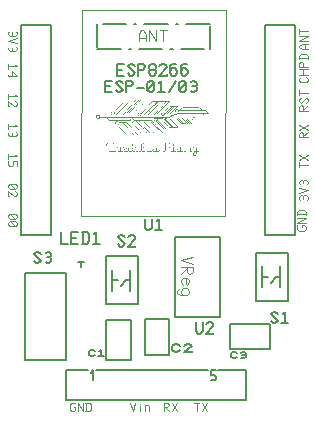
<source format=gbr>
G04 Generated by Ultiboard 13.0 *
%FSLAX25Y25*%
%MOIN*%

%ADD10C,0.00001*%
%ADD11C,0.00612*%
%ADD12C,0.00800*%
%ADD13C,0.00367*%
%ADD14C,0.00444*%
%ADD15C,0.00004*%
%ADD16C,0.00267*%
%ADD17C,0.00787*%
%ADD18C,0.00394*%
%ADD19C,0.00400*%
%ADD20C,0.00500*%


G04 ColorRGB FFFF00 for the following layer *
%LNSilkscreen Top*%
%LPD*%
G54D10*
G54D11*
X9892Y50457D02*
X10676Y49669D01*
X11460Y49669D01*
X12244Y50457D01*
X9892Y52819D01*
X10676Y53606D01*
X11460Y53606D01*
X12244Y52819D01*
X13811Y53213D02*
X14203Y53606D01*
X14987Y53606D01*
X15771Y52819D01*
X15771Y52031D01*
X15379Y51638D01*
X15771Y51244D01*
X15771Y50457D01*
X14987Y49669D01*
X14203Y49669D01*
X13811Y50063D01*
X14203Y51638D02*
X15379Y51638D01*
X18892Y60106D02*
X18892Y56169D01*
X21244Y56169D01*
X24771Y56169D02*
X22420Y56169D01*
X22420Y58138D01*
X22420Y60106D01*
X24771Y60106D01*
X22420Y58138D02*
X23987Y58138D01*
X25947Y56169D02*
X27515Y56169D01*
X28299Y56957D01*
X28299Y59319D01*
X27515Y60106D01*
X25947Y60106D01*
X26339Y60106D02*
X26339Y56169D01*
X29867Y59319D02*
X30650Y60106D01*
X30650Y56169D01*
X29475Y56169D02*
X31826Y56169D01*
X37892Y55957D02*
X38676Y55169D01*
X39460Y55169D01*
X40244Y55957D01*
X37892Y58319D01*
X38676Y59106D01*
X39460Y59106D01*
X40244Y58319D01*
X41420Y58319D02*
X42203Y59106D01*
X42987Y59106D01*
X43771Y58319D01*
X43771Y57925D01*
X41420Y55169D01*
X43771Y55169D01*
X43771Y55563D01*
X63892Y30106D02*
X63892Y26957D01*
X64676Y26169D01*
X65460Y26169D01*
X66244Y26957D01*
X66244Y30106D01*
X67420Y29319D02*
X68203Y30106D01*
X68987Y30106D01*
X69771Y29319D01*
X69771Y28925D01*
X67420Y26169D01*
X69771Y26169D01*
X69771Y26563D01*
X88892Y30457D02*
X89676Y29669D01*
X90460Y29669D01*
X91244Y30457D01*
X88892Y32819D01*
X89676Y33606D01*
X90460Y33606D01*
X91244Y32819D01*
X92811Y32819D02*
X93595Y33606D01*
X93595Y29669D01*
X92420Y29669D02*
X94771Y29669D01*
X46892Y64606D02*
X46892Y61457D01*
X47676Y60669D01*
X48460Y60669D01*
X49244Y61457D01*
X49244Y64606D01*
X50811Y63819D02*
X51595Y64606D01*
X51595Y60669D01*
X50420Y60669D02*
X52771Y60669D01*
G54D12*
X20500Y46500D02*
X20500Y17500D01*
X7000Y17500D01*
X7000Y46500D01*
X20500Y46500D01*
X80625Y4000D02*
X20625Y4000D01*
X68125Y14000D02*
X30625Y14000D01*
X20625Y14000D02*
X20625Y4000D01*
X29792Y14000D02*
X29792Y10667D01*
X28125Y14000D02*
X20625Y14000D01*
X28959Y13167D02*
X29792Y14000D01*
X69792Y10667D02*
X69865Y10670D01*
X69937Y10679D01*
X70008Y10695D01*
X70077Y10717D01*
X70144Y10745D01*
X70209Y10778D01*
X70270Y10817D01*
X70328Y10862D01*
X70381Y10911D01*
X70430Y10964D01*
X70475Y11022D01*
X70514Y11083D01*
X70547Y11148D01*
X70575Y11215D01*
X70597Y11284D01*
X70613Y11355D01*
X70622Y11427D01*
X70625Y11500D01*
X70622Y11573D01*
X70613Y11645D01*
X70597Y11716D01*
X70575Y11785D01*
X70547Y11852D01*
X70514Y11917D01*
X70475Y11978D01*
X70430Y12036D01*
X70381Y12089D01*
X70328Y12138D01*
X70270Y12183D01*
X70209Y12222D01*
X70144Y12255D01*
X70077Y12283D01*
X70008Y12305D01*
X69937Y12321D01*
X69865Y12330D01*
X69792Y12333D01*
X68959Y12333D02*
X68959Y14000D01*
X68959Y12333D02*
X69792Y12333D01*
X80625Y14000D02*
X80625Y4000D01*
X68959Y10667D02*
X69792Y10667D01*
X80625Y14000D02*
X71459Y14000D01*
X70625Y14000D02*
X68959Y14000D01*
X26750Y50000D02*
X24750Y50000D01*
X25750Y48500D02*
X25750Y50000D01*
X34000Y52000D02*
X44500Y52000D01*
X44500Y36000D01*
X34000Y36000D01*
X34000Y52000D01*
X42000Y47500D02*
X42000Y40500D01*
X42000Y44000D02*
X40500Y44000D01*
X38000Y44000D02*
X36000Y44000D01*
X36000Y40500D02*
X36000Y47500D01*
X40500Y44000D02*
X39000Y42000D01*
X57000Y31917D02*
X57000Y57750D01*
X72000Y58583D02*
X72000Y31917D01*
X57000Y58583D02*
X72000Y58583D01*
X57000Y57750D02*
X57000Y58583D01*
X72000Y31917D02*
X57000Y31917D01*
X58611Y20750D02*
X57722Y20250D01*
X56833Y20250D01*
X55944Y20750D01*
X55944Y22250D01*
X56833Y22750D01*
X57722Y22750D01*
X58611Y22250D01*
X59944Y22250D02*
X60833Y22750D01*
X61722Y22750D01*
X62611Y22250D01*
X62611Y22000D01*
X59944Y20250D01*
X62611Y20250D01*
X62611Y20500D01*
X47000Y19000D02*
X47000Y31000D01*
X55000Y31000D02*
X55000Y19000D01*
X47000Y31000D02*
X55000Y31000D01*
X55000Y19000D02*
X47000Y19000D01*
X77667Y18429D02*
X77000Y18024D01*
X76333Y18024D01*
X75667Y18429D01*
X75667Y19643D01*
X76333Y20048D01*
X77000Y20048D01*
X77667Y19643D01*
X79000Y19845D02*
X79333Y20048D01*
X80000Y20048D01*
X80667Y19643D01*
X80667Y19238D01*
X80333Y19036D01*
X80667Y18833D01*
X80667Y18429D01*
X80000Y18024D01*
X79333Y18024D01*
X79000Y18226D01*
X79333Y19036D02*
X80333Y19036D01*
X88667Y21083D02*
X75333Y21083D01*
X75333Y29417D02*
X88667Y29417D01*
X75333Y21083D02*
X75333Y29417D01*
X88667Y29417D02*
X88667Y21083D01*
X84000Y53250D02*
X94500Y53250D01*
X94500Y37250D01*
X84000Y37250D01*
X84000Y53250D01*
X92000Y48750D02*
X92000Y41750D01*
X92000Y45250D02*
X90500Y45250D01*
X88000Y45250D02*
X86000Y45250D01*
X86000Y41750D02*
X86000Y48750D01*
X90500Y45250D02*
X89000Y43250D01*
X5750Y59000D02*
X5750Y129000D01*
X15750Y129000D02*
X5750Y129000D01*
X15750Y59000D02*
X5750Y59000D01*
X15765Y59279D02*
X15765Y128779D01*
X30333Y19179D02*
X29667Y18774D01*
X29000Y18774D01*
X28333Y19179D01*
X28333Y20393D01*
X29000Y20798D01*
X29667Y20798D01*
X30333Y20393D01*
X31667Y20393D02*
X32333Y20798D01*
X32333Y18774D01*
X31333Y18774D02*
X33333Y18774D01*
X34083Y17333D02*
X34083Y30667D01*
X42417Y30667D02*
X42417Y17333D01*
X34083Y30667D02*
X42417Y30667D01*
X42417Y17333D02*
X34083Y17333D01*
X97000Y129000D02*
X97000Y59000D01*
X87000Y59000D02*
X97000Y59000D01*
X87000Y129000D02*
X97000Y129000D01*
X87000Y129000D02*
X87000Y59000D01*
G54D13*
X62862Y51913D02*
X58925Y50737D01*
X62862Y49561D01*
X58925Y48386D02*
X62862Y48386D01*
X62862Y46818D01*
X62075Y46034D01*
X61681Y46034D01*
X60894Y46818D01*
X60894Y48386D01*
X60894Y47994D02*
X58925Y46034D01*
X59713Y42506D02*
X58925Y43290D01*
X58925Y44074D01*
X59713Y44858D01*
X60894Y44858D01*
X61681Y44074D01*
X61681Y43290D01*
X60894Y42506D01*
X60500Y42898D01*
X60500Y44858D01*
X58531Y41330D02*
X57744Y40547D01*
X57744Y39763D01*
X58531Y38979D01*
X59713Y38979D01*
X60894Y38979D01*
X61681Y39763D01*
X61681Y40547D01*
X60894Y41330D01*
X59713Y41330D01*
X58925Y40547D01*
X58925Y39763D01*
X59713Y38979D01*
X44892Y123669D02*
X44892Y126031D01*
X45676Y127606D01*
X46460Y127606D01*
X47244Y126031D01*
X47244Y123669D01*
X44892Y124850D02*
X47244Y124850D01*
X48420Y123669D02*
X48420Y127606D01*
X50771Y123669D01*
X50771Y127606D01*
X53123Y123669D02*
X53123Y127606D01*
X51947Y127606D02*
X54299Y127606D01*
G54D14*
X53284Y357D02*
X53284Y3214D01*
X54422Y3214D01*
X54991Y2643D01*
X54991Y2357D01*
X54422Y1786D01*
X53284Y1786D01*
X53569Y1786D02*
X54991Y357D01*
X55844Y3214D02*
X57551Y357D01*
X55844Y357D02*
X57551Y3214D01*
X64138Y357D02*
X64138Y3214D01*
X63284Y3214D02*
X64991Y3214D01*
X65844Y3214D02*
X67551Y357D01*
X65844Y357D02*
X67551Y3214D01*
X23142Y1786D02*
X23711Y1786D01*
X23711Y929D01*
X23142Y357D01*
X22573Y357D01*
X22004Y929D01*
X22004Y2643D01*
X22573Y3214D01*
X23711Y3214D01*
X24564Y357D02*
X24564Y3214D01*
X26271Y357D01*
X26271Y3214D01*
X27124Y357D02*
X28262Y357D01*
X28831Y929D01*
X28831Y2643D01*
X28262Y3214D01*
X27124Y3214D01*
X27409Y3214D02*
X27409Y357D01*
X42004Y3214D02*
X42858Y357D01*
X43711Y3214D01*
X45418Y357D02*
X45418Y2071D01*
X45418Y2643D02*
X45418Y2929D01*
X47124Y357D02*
X47124Y2071D01*
X47124Y2357D01*
X47124Y2071D02*
X47409Y2357D01*
X47978Y2357D01*
X48262Y2071D01*
X48262Y357D01*
X3929Y126931D02*
X4214Y126647D01*
X4214Y126078D01*
X3643Y125509D01*
X3071Y125509D01*
X2786Y125793D01*
X2500Y125509D01*
X1929Y125509D01*
X1357Y126078D01*
X1357Y126647D01*
X1643Y126931D01*
X2786Y126647D02*
X2786Y125793D01*
X4214Y124656D02*
X1357Y123802D01*
X4214Y122949D01*
X3929Y121811D02*
X4214Y121527D01*
X4214Y120958D01*
X3643Y120389D01*
X3071Y120389D01*
X2786Y120673D01*
X2500Y120389D01*
X1929Y120389D01*
X1357Y120958D01*
X1357Y121527D01*
X1643Y121811D01*
X2786Y121527D02*
X2786Y120673D01*
X3643Y115931D02*
X4214Y115362D01*
X1357Y115362D01*
X1357Y116216D02*
X1357Y114509D01*
X2500Y111949D02*
X2500Y113656D01*
X4214Y112233D01*
X1357Y112233D01*
X1357Y112518D02*
X1357Y111949D01*
X3643Y105931D02*
X4214Y105362D01*
X1357Y105362D01*
X1357Y106216D02*
X1357Y104509D01*
X3643Y103656D02*
X4214Y103087D01*
X4214Y102518D01*
X3643Y101949D01*
X3357Y101949D01*
X1357Y103656D01*
X1357Y101949D01*
X1643Y101949D01*
X3643Y95931D02*
X4214Y95362D01*
X1357Y95362D01*
X1357Y96216D02*
X1357Y94509D01*
X3929Y93371D02*
X4214Y93087D01*
X4214Y92518D01*
X3643Y91949D01*
X3071Y91949D01*
X2786Y92233D01*
X2500Y91949D01*
X1929Y91949D01*
X1357Y92518D01*
X1357Y93087D01*
X1643Y93371D01*
X2786Y93087D02*
X2786Y92233D01*
X3643Y85931D02*
X4214Y85362D01*
X1357Y85362D01*
X1357Y86216D02*
X1357Y84509D01*
X4214Y81949D02*
X4214Y83656D01*
X3071Y83656D01*
X3071Y82518D01*
X2500Y81949D01*
X1929Y81949D01*
X1357Y82518D01*
X1357Y83656D01*
X3643Y76216D02*
X4214Y75647D01*
X4214Y75078D01*
X3643Y74509D01*
X1929Y74509D01*
X1357Y75078D01*
X1357Y75647D01*
X1929Y76216D01*
X3643Y76216D01*
X3643Y74509D02*
X1929Y76216D01*
X3643Y73656D02*
X4214Y73087D01*
X4214Y72518D01*
X3643Y71949D01*
X3357Y71949D01*
X1357Y73656D01*
X1357Y71949D01*
X1643Y71949D01*
X3643Y66216D02*
X4214Y65647D01*
X4214Y65078D01*
X3643Y64509D01*
X1929Y64509D01*
X1357Y65078D01*
X1357Y65647D01*
X1929Y66216D01*
X3643Y66216D01*
X3643Y64509D02*
X1929Y66216D01*
X3643Y63656D02*
X4214Y63087D01*
X4214Y62518D01*
X3643Y61949D01*
X1929Y61949D01*
X1357Y62518D01*
X1357Y63087D01*
X1929Y63656D01*
X3643Y63656D01*
X3643Y61949D02*
X1929Y63656D01*
G54D15*
G36*
X40335Y104148D02*
X40335Y104148D01*
X47846Y104148D01*
X47846Y104218D01*
X40335Y104217D01*
X40335Y104148D01*
D02*
G37*
G36*
X40335Y104079D02*
X40335Y104079D01*
X47846Y104079D01*
X47846Y104149D01*
X40335Y104148D01*
X40335Y104079D01*
D02*
G37*
G36*
X40266Y104009D02*
X40266Y104009D01*
X47846Y104009D01*
X47846Y104079D01*
X40266Y104079D01*
X40266Y104009D01*
D02*
G37*
G36*
X40197Y103940D02*
X40197Y103940D01*
X40404Y103940D01*
X40404Y104010D01*
X40197Y104009D01*
X40197Y103940D01*
D02*
G37*
G36*
X41920Y103940D02*
X41920Y103940D01*
X42127Y103940D01*
X42127Y104010D01*
X41920Y104009D01*
X41920Y103940D01*
D02*
G37*
G36*
X43780Y103940D02*
X43780Y103940D01*
X43987Y103940D01*
X43987Y104010D01*
X43780Y104009D01*
X43780Y103940D01*
D02*
G37*
G36*
X44607Y103940D02*
X44607Y103940D01*
X44814Y103940D01*
X44814Y104010D01*
X44607Y104009D01*
X44607Y103940D01*
D02*
G37*
G36*
X45434Y103940D02*
X45434Y103940D01*
X45641Y103940D01*
X45641Y104010D01*
X45434Y104009D01*
X45434Y103940D01*
D02*
G37*
G36*
X47502Y103940D02*
X47502Y103940D01*
X47777Y103940D01*
X47777Y104010D01*
X47502Y104009D01*
X47502Y103940D01*
D02*
G37*
G36*
X40128Y103871D02*
X40128Y103871D01*
X40335Y103871D01*
X40335Y103941D01*
X40128Y103940D01*
X40128Y103871D01*
D02*
G37*
G36*
X41851Y103871D02*
X41851Y103871D01*
X42058Y103871D01*
X42058Y103941D01*
X41851Y103940D01*
X41851Y103871D01*
D02*
G37*
G36*
X43712Y103871D02*
X43712Y103871D01*
X43918Y103871D01*
X43918Y103941D01*
X43712Y103940D01*
X43712Y103871D01*
D02*
G37*
G36*
X44538Y103871D02*
X44538Y103871D01*
X44745Y103871D01*
X44745Y103941D01*
X44538Y103940D01*
X44538Y103871D01*
D02*
G37*
G36*
X45365Y103871D02*
X45365Y103871D01*
X45572Y103871D01*
X45572Y103941D01*
X45365Y103940D01*
X45365Y103871D01*
D02*
G37*
G36*
X47433Y103871D02*
X47433Y103871D01*
X47708Y103871D01*
X47708Y103941D01*
X47433Y103940D01*
X47433Y103871D01*
D02*
G37*
G36*
X40059Y103802D02*
X40059Y103802D01*
X40266Y103802D01*
X40266Y103872D01*
X40059Y103871D01*
X40059Y103802D01*
D02*
G37*
G36*
X41782Y103802D02*
X41782Y103802D01*
X41989Y103802D01*
X41989Y103872D01*
X41782Y103871D01*
X41782Y103802D01*
D02*
G37*
G36*
X43643Y103802D02*
X43643Y103802D01*
X43849Y103802D01*
X43849Y103872D01*
X43643Y103871D01*
X43643Y103802D01*
D02*
G37*
G36*
X44470Y103802D02*
X44470Y103802D01*
X44676Y103802D01*
X44676Y103872D01*
X44470Y103871D01*
X44470Y103802D01*
D02*
G37*
G36*
X45296Y103802D02*
X45296Y103802D01*
X45503Y103802D01*
X45503Y103872D01*
X45296Y103871D01*
X45296Y103802D01*
D02*
G37*
G36*
X47364Y103802D02*
X47364Y103802D01*
X47639Y103802D01*
X47639Y103872D01*
X47364Y103871D01*
X47364Y103802D01*
D02*
G37*
G36*
X39990Y103733D02*
X39990Y103733D01*
X40197Y103733D01*
X40197Y103803D01*
X39990Y103802D01*
X39990Y103733D01*
D02*
G37*
G36*
X41713Y103733D02*
X41713Y103733D01*
X41920Y103733D01*
X41920Y103803D01*
X41713Y103802D01*
X41713Y103733D01*
D02*
G37*
G36*
X43574Y103733D02*
X43574Y103733D01*
X43780Y103733D01*
X43780Y103803D01*
X43574Y103802D01*
X43574Y103733D01*
D02*
G37*
G36*
X44401Y103733D02*
X44401Y103733D01*
X44607Y103733D01*
X44607Y103803D01*
X44401Y103802D01*
X44401Y103733D01*
D02*
G37*
G36*
X45228Y103733D02*
X45228Y103733D01*
X45434Y103733D01*
X45434Y103803D01*
X45228Y103802D01*
X45228Y103733D01*
D02*
G37*
G36*
X47295Y103733D02*
X47295Y103733D01*
X47571Y103733D01*
X47571Y103803D01*
X47295Y103802D01*
X47295Y103733D01*
D02*
G37*
G36*
X49431Y103733D02*
X49431Y103733D01*
X55220Y103733D01*
X55220Y103803D01*
X49431Y103802D01*
X49431Y103733D01*
D02*
G37*
G36*
X39921Y103664D02*
X39921Y103664D01*
X40128Y103664D01*
X40128Y103733D01*
X39921Y103733D01*
X39921Y103664D01*
D02*
G37*
G36*
X41644Y103664D02*
X41644Y103664D01*
X41851Y103664D01*
X41851Y103733D01*
X41644Y103733D01*
X41644Y103664D01*
D02*
G37*
G36*
X43505Y103664D02*
X43505Y103664D01*
X43712Y103664D01*
X43712Y103733D01*
X43505Y103733D01*
X43505Y103664D01*
D02*
G37*
G36*
X44332Y103664D02*
X44332Y103664D01*
X44538Y103664D01*
X44538Y103733D01*
X44332Y103733D01*
X44332Y103664D01*
D02*
G37*
G36*
X45159Y103664D02*
X45159Y103664D01*
X45365Y103664D01*
X45365Y103733D01*
X45159Y103733D01*
X45159Y103664D01*
D02*
G37*
G36*
X47226Y103664D02*
X47226Y103664D01*
X47502Y103664D01*
X47502Y103733D01*
X47226Y103733D01*
X47226Y103664D01*
D02*
G37*
G36*
X49362Y103664D02*
X49362Y103664D01*
X55220Y103664D01*
X55220Y103733D01*
X49362Y103733D01*
X49362Y103664D01*
D02*
G37*
G36*
X39853Y103594D02*
X39853Y103594D01*
X40128Y103594D01*
X40128Y103664D01*
X39853Y103664D01*
X39853Y103594D01*
D02*
G37*
G36*
X41575Y103594D02*
X41575Y103594D01*
X41782Y103594D01*
X41782Y103664D01*
X41575Y103664D01*
X41575Y103594D01*
D02*
G37*
G36*
X43436Y103594D02*
X43436Y103594D01*
X43643Y103594D01*
X43643Y103664D01*
X43436Y103664D01*
X43436Y103594D01*
D02*
G37*
G36*
X44263Y103594D02*
X44263Y103594D01*
X44470Y103594D01*
X44470Y103664D01*
X44263Y103664D01*
X44263Y103594D01*
D02*
G37*
G36*
X45090Y103594D02*
X45090Y103594D01*
X45296Y103594D01*
X45296Y103664D01*
X45090Y103664D01*
X45090Y103594D01*
D02*
G37*
G36*
X47157Y103594D02*
X47157Y103594D01*
X47433Y103594D01*
X47433Y103664D01*
X47157Y103664D01*
X47157Y103594D01*
D02*
G37*
G36*
X49362Y103594D02*
X49362Y103594D01*
X55220Y103594D01*
X55220Y103664D01*
X49362Y103664D01*
X49362Y103594D01*
D02*
G37*
G36*
X39853Y103525D02*
X39853Y103525D01*
X40059Y103525D01*
X40059Y103595D01*
X39853Y103594D01*
X39853Y103525D01*
D02*
G37*
G36*
X41506Y103525D02*
X41506Y103525D01*
X41713Y103525D01*
X41713Y103595D01*
X41506Y103594D01*
X41506Y103525D01*
D02*
G37*
G36*
X43367Y103525D02*
X43367Y103525D01*
X43643Y103525D01*
X43643Y103595D01*
X43367Y103594D01*
X43367Y103525D01*
D02*
G37*
G36*
X44194Y103525D02*
X44194Y103525D01*
X44470Y103525D01*
X44470Y103595D01*
X44194Y103594D01*
X44194Y103525D01*
D02*
G37*
G36*
X45021Y103525D02*
X45021Y103525D01*
X45228Y103525D01*
X45228Y103595D01*
X45021Y103594D01*
X45021Y103525D01*
D02*
G37*
G36*
X47088Y103525D02*
X47088Y103525D01*
X47364Y103525D01*
X47364Y103595D01*
X47088Y103594D01*
X47088Y103525D01*
D02*
G37*
G36*
X49293Y103525D02*
X49293Y103525D01*
X49500Y103525D01*
X49500Y103595D01*
X49293Y103594D01*
X49293Y103525D01*
D02*
G37*
G36*
X50809Y103525D02*
X50809Y103525D01*
X51085Y103525D01*
X51085Y103595D01*
X50809Y103594D01*
X50809Y103525D01*
D02*
G37*
G36*
X51361Y103525D02*
X51361Y103525D01*
X51567Y103525D01*
X51567Y103595D01*
X51361Y103594D01*
X51361Y103525D01*
D02*
G37*
G36*
X52188Y103525D02*
X52188Y103525D01*
X52325Y103525D01*
X52325Y103595D01*
X52188Y103594D01*
X52188Y103525D01*
D02*
G37*
G36*
X54048Y103525D02*
X54048Y103525D01*
X54324Y103525D01*
X54324Y103595D01*
X54048Y103594D01*
X54048Y103525D01*
D02*
G37*
G36*
X54875Y103525D02*
X54875Y103525D01*
X55082Y103525D01*
X55082Y103595D01*
X54875Y103594D01*
X54875Y103525D01*
D02*
G37*
G36*
X39784Y103456D02*
X39784Y103456D01*
X39990Y103456D01*
X39990Y103526D01*
X39784Y103525D01*
X39784Y103456D01*
D02*
G37*
G36*
X41438Y103456D02*
X41438Y103456D01*
X41644Y103456D01*
X41644Y103526D01*
X41438Y103525D01*
X41438Y103456D01*
D02*
G37*
G36*
X43298Y103456D02*
X43298Y103456D01*
X43574Y103456D01*
X43574Y103526D01*
X43298Y103525D01*
X43298Y103456D01*
D02*
G37*
G36*
X44125Y103456D02*
X44125Y103456D01*
X44401Y103456D01*
X44401Y103526D01*
X44125Y103525D01*
X44125Y103456D01*
D02*
G37*
G36*
X44952Y103456D02*
X44952Y103456D01*
X45159Y103456D01*
X45159Y103526D01*
X44952Y103525D01*
X44952Y103456D01*
D02*
G37*
G36*
X47019Y103456D02*
X47019Y103456D01*
X47295Y103456D01*
X47295Y103526D01*
X47019Y103525D01*
X47019Y103456D01*
D02*
G37*
G36*
X49224Y103456D02*
X49224Y103456D01*
X49431Y103456D01*
X49431Y103526D01*
X49224Y103525D01*
X49224Y103456D01*
D02*
G37*
G36*
X50740Y103456D02*
X50740Y103456D01*
X51016Y103456D01*
X51016Y103526D01*
X50740Y103525D01*
X50740Y103456D01*
D02*
G37*
G36*
X51292Y103456D02*
X51292Y103456D01*
X51498Y103456D01*
X51498Y103526D01*
X51292Y103525D01*
X51292Y103456D01*
D02*
G37*
G36*
X52050Y103456D02*
X52050Y103456D01*
X52325Y103456D01*
X52325Y103526D01*
X52050Y103525D01*
X52050Y103456D01*
D02*
G37*
G36*
X53979Y103456D02*
X53979Y103456D01*
X54255Y103456D01*
X54255Y103526D01*
X53979Y103525D01*
X53979Y103456D01*
D02*
G37*
G36*
X54806Y103456D02*
X54806Y103456D01*
X55082Y103456D01*
X55082Y103526D01*
X54806Y103525D01*
X54806Y103456D01*
D02*
G37*
G36*
X39715Y103387D02*
X39715Y103387D01*
X39921Y103387D01*
X39921Y103457D01*
X39715Y103456D01*
X39715Y103387D01*
D02*
G37*
G36*
X41369Y103387D02*
X41369Y103387D01*
X41575Y103387D01*
X41575Y103457D01*
X41369Y103456D01*
X41369Y103387D01*
D02*
G37*
G36*
X43229Y103387D02*
X43229Y103387D01*
X43505Y103387D01*
X43505Y103457D01*
X43229Y103456D01*
X43229Y103387D01*
D02*
G37*
G36*
X44056Y103387D02*
X44056Y103387D01*
X44332Y103387D01*
X44332Y103457D01*
X44056Y103456D01*
X44056Y103387D01*
D02*
G37*
G36*
X44883Y103387D02*
X44883Y103387D01*
X45090Y103387D01*
X45090Y103457D01*
X44883Y103456D01*
X44883Y103387D01*
D02*
G37*
G36*
X46950Y103387D02*
X46950Y103387D01*
X47226Y103387D01*
X47226Y103457D01*
X46950Y103456D01*
X46950Y103387D01*
D02*
G37*
G36*
X49155Y103387D02*
X49155Y103387D01*
X49362Y103387D01*
X49362Y103457D01*
X49155Y103456D01*
X49155Y103387D01*
D02*
G37*
G36*
X50671Y103387D02*
X50671Y103387D01*
X50947Y103387D01*
X50947Y103457D01*
X50671Y103456D01*
X50671Y103387D01*
D02*
G37*
G36*
X51154Y103387D02*
X51154Y103387D01*
X51429Y103387D01*
X51429Y103457D01*
X51154Y103456D01*
X51154Y103387D01*
D02*
G37*
G36*
X52050Y103387D02*
X52050Y103387D01*
X52256Y103387D01*
X52256Y103457D01*
X52050Y103456D01*
X52050Y103387D01*
D02*
G37*
G36*
X53910Y103387D02*
X53910Y103387D01*
X54117Y103387D01*
X54117Y103457D01*
X53910Y103456D01*
X53910Y103387D01*
D02*
G37*
G36*
X54737Y103387D02*
X54737Y103387D01*
X54944Y103387D01*
X54944Y103457D01*
X54737Y103456D01*
X54737Y103387D01*
D02*
G37*
G36*
X39646Y103318D02*
X39646Y103318D01*
X39853Y103318D01*
X39853Y103388D01*
X39646Y103387D01*
X39646Y103318D01*
D02*
G37*
G36*
X41300Y103318D02*
X41300Y103318D01*
X41506Y103318D01*
X41506Y103388D01*
X41300Y103387D01*
X41300Y103318D01*
D02*
G37*
G36*
X43229Y103318D02*
X43229Y103318D01*
X43436Y103318D01*
X43436Y103388D01*
X43229Y103387D01*
X43229Y103318D01*
D02*
G37*
G36*
X44056Y103318D02*
X44056Y103318D01*
X44263Y103318D01*
X44263Y103388D01*
X44056Y103387D01*
X44056Y103318D01*
D02*
G37*
G36*
X44814Y103318D02*
X44814Y103318D01*
X45021Y103318D01*
X45021Y103388D01*
X44814Y103387D01*
X44814Y103318D01*
D02*
G37*
G36*
X46881Y103318D02*
X46881Y103318D01*
X47157Y103318D01*
X47157Y103388D01*
X46881Y103387D01*
X46881Y103318D01*
D02*
G37*
G36*
X49087Y103318D02*
X49087Y103318D01*
X49293Y103318D01*
X49293Y103388D01*
X49087Y103387D01*
X49087Y103318D01*
D02*
G37*
G36*
X50603Y103318D02*
X50603Y103318D01*
X50878Y103318D01*
X50878Y103388D01*
X50603Y103387D01*
X50603Y103318D01*
D02*
G37*
G36*
X51154Y103318D02*
X51154Y103318D01*
X51361Y103318D01*
X51361Y103388D01*
X51154Y103387D01*
X51154Y103318D01*
D02*
G37*
G36*
X51981Y103318D02*
X51981Y103318D01*
X52188Y103318D01*
X52188Y103388D01*
X51981Y103387D01*
X51981Y103318D01*
D02*
G37*
G36*
X53841Y103318D02*
X53841Y103318D01*
X54117Y103318D01*
X54117Y103388D01*
X53841Y103387D01*
X53841Y103318D01*
D02*
G37*
G36*
X54668Y103318D02*
X54668Y103318D01*
X54875Y103318D01*
X54875Y103388D01*
X54668Y103387D01*
X54668Y103318D01*
D02*
G37*
G36*
X39577Y103248D02*
X39577Y103248D01*
X39784Y103248D01*
X39784Y103318D01*
X39577Y103318D01*
X39577Y103248D01*
D02*
G37*
G36*
X41231Y103248D02*
X41231Y103248D01*
X41438Y103248D01*
X41438Y103318D01*
X41231Y103318D01*
X41231Y103248D01*
D02*
G37*
G36*
X43160Y103248D02*
X43160Y103248D01*
X43367Y103248D01*
X43367Y103318D01*
X43160Y103318D01*
X43160Y103248D01*
D02*
G37*
G36*
X43987Y103248D02*
X43987Y103248D01*
X44194Y103248D01*
X44194Y103318D01*
X43987Y103318D01*
X43987Y103248D01*
D02*
G37*
G36*
X44814Y103248D02*
X44814Y103248D01*
X45021Y103248D01*
X45021Y103318D01*
X44814Y103318D01*
X44814Y103248D01*
D02*
G37*
G36*
X46813Y103248D02*
X46813Y103248D01*
X47088Y103248D01*
X47088Y103318D01*
X46813Y103318D01*
X46813Y103248D01*
D02*
G37*
G36*
X49018Y103248D02*
X49018Y103248D01*
X49224Y103248D01*
X49224Y103318D01*
X49018Y103318D01*
X49018Y103248D01*
D02*
G37*
G36*
X50603Y103248D02*
X50603Y103248D01*
X50809Y103248D01*
X50809Y103318D01*
X50603Y103318D01*
X50603Y103248D01*
D02*
G37*
G36*
X51085Y103248D02*
X51085Y103248D01*
X51292Y103248D01*
X51292Y103318D01*
X51085Y103318D01*
X51085Y103248D01*
D02*
G37*
G36*
X51912Y103248D02*
X51912Y103248D01*
X52119Y103248D01*
X52119Y103318D01*
X51912Y103318D01*
X51912Y103248D01*
D02*
G37*
G36*
X53772Y103248D02*
X53772Y103248D01*
X54048Y103248D01*
X54048Y103318D01*
X53772Y103318D01*
X53772Y103248D01*
D02*
G37*
G36*
X54599Y103248D02*
X54599Y103248D01*
X54875Y103248D01*
X54875Y103318D01*
X54599Y103318D01*
X54599Y103248D01*
D02*
G37*
G36*
X39508Y103179D02*
X39508Y103179D01*
X39715Y103179D01*
X39715Y103249D01*
X39508Y103248D01*
X39508Y103179D01*
D02*
G37*
G36*
X41162Y103179D02*
X41162Y103179D01*
X41438Y103179D01*
X41438Y103249D01*
X41162Y103248D01*
X41162Y103179D01*
D02*
G37*
G36*
X43091Y103179D02*
X43091Y103179D01*
X43298Y103179D01*
X43298Y103249D01*
X43091Y103248D01*
X43091Y103179D01*
D02*
G37*
G36*
X43918Y103179D02*
X43918Y103179D01*
X44125Y103179D01*
X44125Y103249D01*
X43918Y103248D01*
X43918Y103179D01*
D02*
G37*
G36*
X44745Y103179D02*
X44745Y103179D01*
X44952Y103179D01*
X44952Y103249D01*
X44745Y103248D01*
X44745Y103179D01*
D02*
G37*
G36*
X46744Y103179D02*
X46744Y103179D01*
X47019Y103179D01*
X47019Y103249D01*
X46744Y103248D01*
X46744Y103179D01*
D02*
G37*
G36*
X48949Y103179D02*
X48949Y103179D01*
X49155Y103179D01*
X49155Y103249D01*
X48949Y103248D01*
X48949Y103179D01*
D02*
G37*
G36*
X50534Y103179D02*
X50534Y103179D01*
X50740Y103179D01*
X50740Y103249D01*
X50534Y103248D01*
X50534Y103179D01*
D02*
G37*
G36*
X51016Y103179D02*
X51016Y103179D01*
X51223Y103179D01*
X51223Y103249D01*
X51016Y103248D01*
X51016Y103179D01*
D02*
G37*
G36*
X51843Y103179D02*
X51843Y103179D01*
X52050Y103179D01*
X52050Y103249D01*
X51843Y103248D01*
X51843Y103179D01*
D02*
G37*
G36*
X53704Y103179D02*
X53704Y103179D01*
X53979Y103179D01*
X53979Y103249D01*
X53704Y103248D01*
X53704Y103179D01*
D02*
G37*
G36*
X54530Y103179D02*
X54530Y103179D01*
X54806Y103179D01*
X54806Y103249D01*
X54530Y103248D01*
X54530Y103179D01*
D02*
G37*
G36*
X39439Y103110D02*
X39439Y103110D01*
X39646Y103110D01*
X39646Y103180D01*
X39439Y103179D01*
X39439Y103110D01*
D02*
G37*
G36*
X41093Y103110D02*
X41093Y103110D01*
X41300Y103110D01*
X41300Y103180D01*
X41093Y103179D01*
X41093Y103110D01*
D02*
G37*
G36*
X43022Y103110D02*
X43022Y103110D01*
X43229Y103110D01*
X43229Y103180D01*
X43022Y103179D01*
X43022Y103110D01*
D02*
G37*
G36*
X43849Y103110D02*
X43849Y103110D01*
X44056Y103110D01*
X44056Y103180D01*
X43849Y103179D01*
X43849Y103110D01*
D02*
G37*
G36*
X44676Y103110D02*
X44676Y103110D01*
X44883Y103110D01*
X44883Y103180D01*
X44676Y103179D01*
X44676Y103110D01*
D02*
G37*
G36*
X46675Y103110D02*
X46675Y103110D01*
X46950Y103110D01*
X46950Y103180D01*
X46675Y103179D01*
X46675Y103110D01*
D02*
G37*
G36*
X48949Y103110D02*
X48949Y103110D01*
X49087Y103110D01*
X49087Y103180D01*
X48949Y103179D01*
X48949Y103110D01*
D02*
G37*
G36*
X50465Y103110D02*
X50465Y103110D01*
X50671Y103110D01*
X50671Y103180D01*
X50465Y103179D01*
X50465Y103110D01*
D02*
G37*
G36*
X50947Y103110D02*
X50947Y103110D01*
X51154Y103110D01*
X51154Y103180D01*
X50947Y103179D01*
X50947Y103110D01*
D02*
G37*
G36*
X51774Y103110D02*
X51774Y103110D01*
X51981Y103110D01*
X51981Y103180D01*
X51774Y103179D01*
X51774Y103110D01*
D02*
G37*
G36*
X53635Y103110D02*
X53635Y103110D01*
X53910Y103110D01*
X53910Y103180D01*
X53635Y103179D01*
X53635Y103110D01*
D02*
G37*
G36*
X54462Y103110D02*
X54462Y103110D01*
X54737Y103110D01*
X54737Y103180D01*
X54462Y103179D01*
X54462Y103110D01*
D02*
G37*
G36*
X39370Y103041D02*
X39370Y103041D01*
X39577Y103041D01*
X39577Y103111D01*
X39370Y103110D01*
X39370Y103041D01*
D02*
G37*
G36*
X41024Y103041D02*
X41024Y103041D01*
X41231Y103041D01*
X41231Y103111D01*
X41024Y103110D01*
X41024Y103041D01*
D02*
G37*
G36*
X42954Y103041D02*
X42954Y103041D01*
X43160Y103041D01*
X43160Y103111D01*
X42954Y103110D01*
X42954Y103041D01*
D02*
G37*
G36*
X43780Y103041D02*
X43780Y103041D01*
X44056Y103041D01*
X44056Y103111D01*
X43780Y103110D01*
X43780Y103041D01*
D02*
G37*
G36*
X44607Y103041D02*
X44607Y103041D01*
X44814Y103041D01*
X44814Y103111D01*
X44607Y103110D01*
X44607Y103041D01*
D02*
G37*
G36*
X46606Y103041D02*
X46606Y103041D01*
X46881Y103041D01*
X46881Y103111D01*
X46606Y103110D01*
X46606Y103041D01*
D02*
G37*
G36*
X48811Y103041D02*
X48811Y103041D01*
X49087Y103041D01*
X49087Y103111D01*
X48811Y103110D01*
X48811Y103041D01*
D02*
G37*
G36*
X50327Y103041D02*
X50327Y103041D01*
X50603Y103041D01*
X50603Y103111D01*
X50327Y103110D01*
X50327Y103041D01*
D02*
G37*
G36*
X50878Y103041D02*
X50878Y103041D01*
X51085Y103041D01*
X51085Y103111D01*
X50878Y103110D01*
X50878Y103041D01*
D02*
G37*
G36*
X51705Y103041D02*
X51705Y103041D01*
X51912Y103041D01*
X51912Y103111D01*
X51705Y103110D01*
X51705Y103041D01*
D02*
G37*
G36*
X53566Y103041D02*
X53566Y103041D01*
X53841Y103041D01*
X53841Y103111D01*
X53566Y103110D01*
X53566Y103041D01*
D02*
G37*
G36*
X54393Y103041D02*
X54393Y103041D01*
X54668Y103041D01*
X54668Y103111D01*
X54393Y103110D01*
X54393Y103041D01*
D02*
G37*
G36*
X39301Y102972D02*
X39301Y102972D01*
X39508Y102972D01*
X39508Y103042D01*
X39301Y103041D01*
X39301Y102972D01*
D02*
G37*
G36*
X40955Y102972D02*
X40955Y102972D01*
X41162Y102972D01*
X41162Y103042D01*
X40955Y103041D01*
X40955Y102972D01*
D02*
G37*
G36*
X42885Y102972D02*
X42885Y102972D01*
X43160Y102972D01*
X43160Y103042D01*
X42885Y103041D01*
X42885Y102972D01*
D02*
G37*
G36*
X43712Y102972D02*
X43712Y102972D01*
X43987Y102972D01*
X43987Y103042D01*
X43712Y103041D01*
X43712Y102972D01*
D02*
G37*
G36*
X44538Y102972D02*
X44538Y102972D01*
X44745Y102972D01*
X44745Y103042D01*
X44538Y103041D01*
X44538Y102972D01*
D02*
G37*
G36*
X46537Y102972D02*
X46537Y102972D01*
X46813Y102972D01*
X46813Y103042D01*
X46537Y103041D01*
X46537Y102972D01*
D02*
G37*
G36*
X48742Y102972D02*
X48742Y102972D01*
X49018Y102972D01*
X49018Y103042D01*
X48742Y103041D01*
X48742Y102972D01*
D02*
G37*
G36*
X50327Y102972D02*
X50327Y102972D01*
X50534Y102972D01*
X50534Y103042D01*
X50327Y103041D01*
X50327Y102972D01*
D02*
G37*
G36*
X50809Y102972D02*
X50809Y102972D01*
X51016Y102972D01*
X51016Y103042D01*
X50809Y103041D01*
X50809Y102972D01*
D02*
G37*
G36*
X51636Y102972D02*
X51636Y102972D01*
X51843Y102972D01*
X51843Y103042D01*
X51636Y103041D01*
X51636Y102972D01*
D02*
G37*
G36*
X53497Y102972D02*
X53497Y102972D01*
X53772Y102972D01*
X53772Y103042D01*
X53497Y103041D01*
X53497Y102972D01*
D02*
G37*
G36*
X54324Y102972D02*
X54324Y102972D01*
X54599Y102972D01*
X54599Y103042D01*
X54324Y103041D01*
X54324Y102972D01*
D02*
G37*
G36*
X39232Y102903D02*
X39232Y102903D01*
X39508Y102903D01*
X39508Y102972D01*
X39232Y102972D01*
X39232Y102903D01*
D02*
G37*
G36*
X40886Y102903D02*
X40886Y102903D01*
X41162Y102903D01*
X41162Y102972D01*
X40886Y102972D01*
X40886Y102903D01*
D02*
G37*
G36*
X42816Y102903D02*
X42816Y102903D01*
X43091Y102903D01*
X43091Y102972D01*
X42816Y102972D01*
X42816Y102903D01*
D02*
G37*
G36*
X43643Y102903D02*
X43643Y102903D01*
X43918Y102903D01*
X43918Y102972D01*
X43643Y102972D01*
X43643Y102903D01*
D02*
G37*
G36*
X44470Y102903D02*
X44470Y102903D01*
X44676Y102903D01*
X44676Y102972D01*
X44470Y102972D01*
X44470Y102903D01*
D02*
G37*
G36*
X46468Y102903D02*
X46468Y102903D01*
X46744Y102903D01*
X46744Y102972D01*
X46468Y102972D01*
X46468Y102903D01*
D02*
G37*
G36*
X48742Y102903D02*
X48742Y102903D01*
X48949Y102903D01*
X48949Y102972D01*
X48742Y102972D01*
X48742Y102903D01*
D02*
G37*
G36*
X50258Y102903D02*
X50258Y102903D01*
X50465Y102903D01*
X50465Y102972D01*
X50258Y102972D01*
X50258Y102903D01*
D02*
G37*
G36*
X50740Y102903D02*
X50740Y102903D01*
X50947Y102903D01*
X50947Y102972D01*
X50740Y102972D01*
X50740Y102903D01*
D02*
G37*
G36*
X51567Y102903D02*
X51567Y102903D01*
X51774Y102903D01*
X51774Y102972D01*
X51567Y102972D01*
X51567Y102903D01*
D02*
G37*
G36*
X53428Y102903D02*
X53428Y102903D01*
X53704Y102903D01*
X53704Y102972D01*
X53428Y102972D01*
X53428Y102903D01*
D02*
G37*
G36*
X54255Y102903D02*
X54255Y102903D01*
X54530Y102903D01*
X54530Y102972D01*
X54255Y102972D01*
X54255Y102903D01*
D02*
G37*
G36*
X39163Y102833D02*
X39163Y102833D01*
X39439Y102833D01*
X39439Y102903D01*
X39163Y102903D01*
X39163Y102833D01*
D02*
G37*
G36*
X40817Y102833D02*
X40817Y102833D01*
X41093Y102833D01*
X41093Y102903D01*
X40817Y102903D01*
X40817Y102833D01*
D02*
G37*
G36*
X42747Y102833D02*
X42747Y102833D01*
X43022Y102833D01*
X43022Y102903D01*
X42747Y102903D01*
X42747Y102833D01*
D02*
G37*
G36*
X43643Y102833D02*
X43643Y102833D01*
X43849Y102833D01*
X43849Y102903D01*
X43643Y102903D01*
X43643Y102833D01*
D02*
G37*
G36*
X44401Y102833D02*
X44401Y102833D01*
X44607Y102833D01*
X44607Y102903D01*
X44401Y102903D01*
X44401Y102833D01*
D02*
G37*
G36*
X46399Y102833D02*
X46399Y102833D01*
X46675Y102833D01*
X46675Y102903D01*
X46399Y102903D01*
X46399Y102833D01*
D02*
G37*
G36*
X48673Y102833D02*
X48673Y102833D01*
X48880Y102833D01*
X48880Y102903D01*
X48673Y102903D01*
X48673Y102833D01*
D02*
G37*
G36*
X50189Y102833D02*
X50189Y102833D01*
X50396Y102833D01*
X50396Y102903D01*
X50189Y102903D01*
X50189Y102833D01*
D02*
G37*
G36*
X50671Y102833D02*
X50671Y102833D01*
X50878Y102833D01*
X50878Y102903D01*
X50671Y102903D01*
X50671Y102833D01*
D02*
G37*
G36*
X51498Y102833D02*
X51498Y102833D01*
X51705Y102833D01*
X51705Y102903D01*
X51498Y102903D01*
X51498Y102833D01*
D02*
G37*
G36*
X53428Y102833D02*
X53428Y102833D01*
X53635Y102833D01*
X53635Y102903D01*
X53428Y102903D01*
X53428Y102833D01*
D02*
G37*
G36*
X54255Y102833D02*
X54255Y102833D01*
X54462Y102833D01*
X54462Y102903D01*
X54255Y102903D01*
X54255Y102833D01*
D02*
G37*
G36*
X39163Y102764D02*
X39163Y102764D01*
X39370Y102764D01*
X39370Y102834D01*
X39163Y102833D01*
X39163Y102764D01*
D02*
G37*
G36*
X40748Y102764D02*
X40748Y102764D01*
X41024Y102764D01*
X41024Y102834D01*
X40748Y102833D01*
X40748Y102764D01*
D02*
G37*
G36*
X42747Y102764D02*
X42747Y102764D01*
X42954Y102764D01*
X42954Y102834D01*
X42747Y102833D01*
X42747Y102764D01*
D02*
G37*
G36*
X43574Y102764D02*
X43574Y102764D01*
X43780Y102764D01*
X43780Y102834D01*
X43574Y102833D01*
X43574Y102764D01*
D02*
G37*
G36*
X44332Y102764D02*
X44332Y102764D01*
X44538Y102764D01*
X44538Y102834D01*
X44332Y102833D01*
X44332Y102764D01*
D02*
G37*
G36*
X46330Y102764D02*
X46330Y102764D01*
X46606Y102764D01*
X46606Y102834D01*
X46330Y102833D01*
X46330Y102764D01*
D02*
G37*
G36*
X48604Y102764D02*
X48604Y102764D01*
X48811Y102764D01*
X48811Y102834D01*
X48604Y102833D01*
X48604Y102764D01*
D02*
G37*
G36*
X50120Y102764D02*
X50120Y102764D01*
X50327Y102764D01*
X50327Y102834D01*
X50120Y102833D01*
X50120Y102764D01*
D02*
G37*
G36*
X50603Y102764D02*
X50603Y102764D01*
X50809Y102764D01*
X50809Y102834D01*
X50603Y102833D01*
X50603Y102764D01*
D02*
G37*
G36*
X51429Y102764D02*
X51429Y102764D01*
X51636Y102764D01*
X51636Y102834D01*
X51429Y102833D01*
X51429Y102764D01*
D02*
G37*
G36*
X53290Y102764D02*
X53290Y102764D01*
X53566Y102764D01*
X53566Y102834D01*
X53290Y102833D01*
X53290Y102764D01*
D02*
G37*
G36*
X54186Y102764D02*
X54186Y102764D01*
X54393Y102764D01*
X54393Y102834D01*
X54186Y102833D01*
X54186Y102764D01*
D02*
G37*
G36*
X39095Y102695D02*
X39095Y102695D01*
X39301Y102695D01*
X39301Y102765D01*
X39095Y102764D01*
X39095Y102695D01*
D02*
G37*
G36*
X40679Y102695D02*
X40679Y102695D01*
X40886Y102695D01*
X40886Y102765D01*
X40679Y102764D01*
X40679Y102695D01*
D02*
G37*
G36*
X42678Y102695D02*
X42678Y102695D01*
X42885Y102695D01*
X42885Y102765D01*
X42678Y102764D01*
X42678Y102695D01*
D02*
G37*
G36*
X43505Y102695D02*
X43505Y102695D01*
X43712Y102695D01*
X43712Y102765D01*
X43505Y102764D01*
X43505Y102695D01*
D02*
G37*
G36*
X44263Y102695D02*
X44263Y102695D01*
X44470Y102695D01*
X44470Y102765D01*
X44263Y102764D01*
X44263Y102695D01*
D02*
G37*
G36*
X46261Y102695D02*
X46261Y102695D01*
X46537Y102695D01*
X46537Y102765D01*
X46261Y102764D01*
X46261Y102695D01*
D02*
G37*
G36*
X48535Y102695D02*
X48535Y102695D01*
X48742Y102695D01*
X48742Y102765D01*
X48535Y102764D01*
X48535Y102695D01*
D02*
G37*
G36*
X50051Y102695D02*
X50051Y102695D01*
X50258Y102695D01*
X50258Y102765D01*
X50051Y102764D01*
X50051Y102695D01*
D02*
G37*
G36*
X50534Y102695D02*
X50534Y102695D01*
X50740Y102695D01*
X50740Y102765D01*
X50534Y102764D01*
X50534Y102695D01*
D02*
G37*
G36*
X51361Y102695D02*
X51361Y102695D01*
X51567Y102695D01*
X51567Y102765D01*
X51361Y102764D01*
X51361Y102695D01*
D02*
G37*
G36*
X53290Y102695D02*
X53290Y102695D01*
X53497Y102695D01*
X53497Y102765D01*
X53290Y102764D01*
X53290Y102695D01*
D02*
G37*
G36*
X54117Y102695D02*
X54117Y102695D01*
X54324Y102695D01*
X54324Y102765D01*
X54117Y102764D01*
X54117Y102695D01*
D02*
G37*
G36*
X39026Y102626D02*
X39026Y102626D01*
X39232Y102626D01*
X39232Y102696D01*
X39026Y102695D01*
X39026Y102626D01*
D02*
G37*
G36*
X40611Y102626D02*
X40611Y102626D01*
X40886Y102626D01*
X40886Y102696D01*
X40611Y102695D01*
X40611Y102626D01*
D02*
G37*
G36*
X42609Y102626D02*
X42609Y102626D01*
X42816Y102626D01*
X42816Y102696D01*
X42609Y102695D01*
X42609Y102626D01*
D02*
G37*
G36*
X43436Y102626D02*
X43436Y102626D01*
X43643Y102626D01*
X43643Y102696D01*
X43436Y102695D01*
X43436Y102626D01*
D02*
G37*
G36*
X44194Y102626D02*
X44194Y102626D01*
X44470Y102626D01*
X44470Y102696D01*
X44194Y102695D01*
X44194Y102626D01*
D02*
G37*
G36*
X46192Y102626D02*
X46192Y102626D01*
X46468Y102626D01*
X46468Y102696D01*
X46192Y102695D01*
X46192Y102626D01*
D02*
G37*
G36*
X48466Y102626D02*
X48466Y102626D01*
X48673Y102626D01*
X48673Y102696D01*
X48466Y102695D01*
X48466Y102626D01*
D02*
G37*
G36*
X49982Y102626D02*
X49982Y102626D01*
X50189Y102626D01*
X50189Y102696D01*
X49982Y102695D01*
X49982Y102626D01*
D02*
G37*
G36*
X50465Y102626D02*
X50465Y102626D01*
X50671Y102626D01*
X50671Y102696D01*
X50465Y102695D01*
X50465Y102626D01*
D02*
G37*
G36*
X51292Y102626D02*
X51292Y102626D01*
X51498Y102626D01*
X51498Y102696D01*
X51292Y102695D01*
X51292Y102626D01*
D02*
G37*
G36*
X53221Y102626D02*
X53221Y102626D01*
X53428Y102626D01*
X53428Y102696D01*
X53221Y102695D01*
X53221Y102626D01*
D02*
G37*
G36*
X54048Y102626D02*
X54048Y102626D01*
X54255Y102626D01*
X54255Y102696D01*
X54048Y102695D01*
X54048Y102626D01*
D02*
G37*
G36*
X38957Y102557D02*
X38957Y102557D01*
X39163Y102557D01*
X39163Y102626D01*
X38957Y102626D01*
X38957Y102557D01*
D02*
G37*
G36*
X40542Y102557D02*
X40542Y102557D01*
X40817Y102557D01*
X40817Y102626D01*
X40542Y102626D01*
X40542Y102557D01*
D02*
G37*
G36*
X42540Y102557D02*
X42540Y102557D01*
X42747Y102557D01*
X42747Y102626D01*
X42540Y102626D01*
X42540Y102557D01*
D02*
G37*
G36*
X43367Y102557D02*
X43367Y102557D01*
X43574Y102557D01*
X43574Y102626D01*
X43367Y102626D01*
X43367Y102557D01*
D02*
G37*
G36*
X44125Y102557D02*
X44125Y102557D01*
X44401Y102557D01*
X44401Y102626D01*
X44125Y102626D01*
X44125Y102557D01*
D02*
G37*
G36*
X46123Y102557D02*
X46123Y102557D01*
X46399Y102557D01*
X46399Y102626D01*
X46123Y102626D01*
X46123Y102557D01*
D02*
G37*
G36*
X48397Y102557D02*
X48397Y102557D01*
X48604Y102557D01*
X48604Y102626D01*
X48397Y102626D01*
X48397Y102557D01*
D02*
G37*
G36*
X49913Y102557D02*
X49913Y102557D01*
X50120Y102557D01*
X50120Y102626D01*
X49913Y102626D01*
X49913Y102557D01*
D02*
G37*
G36*
X50396Y102557D02*
X50396Y102557D01*
X50671Y102557D01*
X50671Y102626D01*
X50396Y102626D01*
X50396Y102557D01*
D02*
G37*
G36*
X51223Y102557D02*
X51223Y102557D01*
X51429Y102557D01*
X51429Y102626D01*
X51223Y102626D01*
X51223Y102557D01*
D02*
G37*
G36*
X53152Y102557D02*
X53152Y102557D01*
X53359Y102557D01*
X53359Y102626D01*
X53152Y102626D01*
X53152Y102557D01*
D02*
G37*
G36*
X53979Y102557D02*
X53979Y102557D01*
X54186Y102557D01*
X54186Y102626D01*
X53979Y102626D01*
X53979Y102557D01*
D02*
G37*
G36*
X38888Y102487D02*
X38888Y102487D01*
X39095Y102487D01*
X39095Y102557D01*
X38888Y102557D01*
X38888Y102487D01*
D02*
G37*
G36*
X40473Y102487D02*
X40473Y102487D01*
X40748Y102487D01*
X40748Y102557D01*
X40473Y102557D01*
X40473Y102487D01*
D02*
G37*
G36*
X42471Y102487D02*
X42471Y102487D01*
X42678Y102487D01*
X42678Y102557D01*
X42471Y102557D01*
X42471Y102487D01*
D02*
G37*
G36*
X43298Y102487D02*
X43298Y102487D01*
X43574Y102487D01*
X43574Y102557D01*
X43298Y102557D01*
X43298Y102487D01*
D02*
G37*
G36*
X44056Y102487D02*
X44056Y102487D01*
X44332Y102487D01*
X44332Y102557D01*
X44056Y102557D01*
X44056Y102487D01*
D02*
G37*
G36*
X46054Y102487D02*
X46054Y102487D01*
X46330Y102487D01*
X46330Y102557D01*
X46054Y102557D01*
X46054Y102487D01*
D02*
G37*
G36*
X48329Y102487D02*
X48329Y102487D01*
X48535Y102487D01*
X48535Y102557D01*
X48329Y102557D01*
X48329Y102487D01*
D02*
G37*
G36*
X49845Y102487D02*
X49845Y102487D01*
X50051Y102487D01*
X50051Y102557D01*
X49845Y102557D01*
X49845Y102487D01*
D02*
G37*
G36*
X50327Y102487D02*
X50327Y102487D01*
X50603Y102487D01*
X50603Y102557D01*
X50327Y102557D01*
X50327Y102487D01*
D02*
G37*
G36*
X51154Y102487D02*
X51154Y102487D01*
X51361Y102487D01*
X51361Y102557D01*
X51154Y102557D01*
X51154Y102487D01*
D02*
G37*
G36*
X53083Y102487D02*
X53083Y102487D01*
X53290Y102487D01*
X53290Y102557D01*
X53083Y102557D01*
X53083Y102487D01*
D02*
G37*
G36*
X53910Y102487D02*
X53910Y102487D01*
X54117Y102487D01*
X54117Y102557D01*
X53910Y102557D01*
X53910Y102487D01*
D02*
G37*
G36*
X38819Y102418D02*
X38819Y102418D01*
X39026Y102418D01*
X39026Y102488D01*
X38819Y102487D01*
X38819Y102418D01*
D02*
G37*
G36*
X40404Y102418D02*
X40404Y102418D01*
X40679Y102418D01*
X40679Y102488D01*
X40404Y102487D01*
X40404Y102418D01*
D02*
G37*
G36*
X42402Y102418D02*
X42402Y102418D01*
X42678Y102418D01*
X42678Y102488D01*
X42402Y102487D01*
X42402Y102418D01*
D02*
G37*
G36*
X43298Y102418D02*
X43298Y102418D01*
X43505Y102418D01*
X43505Y102488D01*
X43298Y102487D01*
X43298Y102418D01*
D02*
G37*
G36*
X44056Y102418D02*
X44056Y102418D01*
X44263Y102418D01*
X44263Y102488D01*
X44056Y102487D01*
X44056Y102418D01*
D02*
G37*
G36*
X45986Y102418D02*
X45986Y102418D01*
X46261Y102418D01*
X46261Y102488D01*
X45986Y102487D01*
X45986Y102418D01*
D02*
G37*
G36*
X48260Y102418D02*
X48260Y102418D01*
X48535Y102418D01*
X48535Y102488D01*
X48260Y102487D01*
X48260Y102418D01*
D02*
G37*
G36*
X49776Y102418D02*
X49776Y102418D01*
X49982Y102418D01*
X49982Y102488D01*
X49776Y102487D01*
X49776Y102418D01*
D02*
G37*
G36*
X50258Y102418D02*
X50258Y102418D01*
X50534Y102418D01*
X50534Y102488D01*
X50258Y102487D01*
X50258Y102418D01*
D02*
G37*
G36*
X51085Y102418D02*
X51085Y102418D01*
X51361Y102418D01*
X51361Y102488D01*
X51085Y102487D01*
X51085Y102418D01*
D02*
G37*
G36*
X53014Y102418D02*
X53014Y102418D01*
X53221Y102418D01*
X53221Y102488D01*
X53014Y102487D01*
X53014Y102418D01*
D02*
G37*
G36*
X53841Y102418D02*
X53841Y102418D01*
X54048Y102418D01*
X54048Y102488D01*
X53841Y102487D01*
X53841Y102418D01*
D02*
G37*
G36*
X38750Y102349D02*
X38750Y102349D01*
X38957Y102349D01*
X38957Y102419D01*
X38750Y102418D01*
X38750Y102349D01*
D02*
G37*
G36*
X40335Y102349D02*
X40335Y102349D01*
X40611Y102349D01*
X40611Y102419D01*
X40335Y102418D01*
X40335Y102349D01*
D02*
G37*
G36*
X42333Y102349D02*
X42333Y102349D01*
X42609Y102349D01*
X42609Y102419D01*
X42333Y102418D01*
X42333Y102349D01*
D02*
G37*
G36*
X43229Y102349D02*
X43229Y102349D01*
X43436Y102349D01*
X43436Y102419D01*
X43229Y102418D01*
X43229Y102349D01*
D02*
G37*
G36*
X43987Y102349D02*
X43987Y102349D01*
X44194Y102349D01*
X44194Y102419D01*
X43987Y102418D01*
X43987Y102349D01*
D02*
G37*
G36*
X45917Y102349D02*
X45917Y102349D01*
X46192Y102349D01*
X46192Y102419D01*
X45917Y102418D01*
X45917Y102349D01*
D02*
G37*
G36*
X48191Y102349D02*
X48191Y102349D01*
X48466Y102349D01*
X48466Y102419D01*
X48191Y102418D01*
X48191Y102349D01*
D02*
G37*
G36*
X49707Y102349D02*
X49707Y102349D01*
X49913Y102349D01*
X49913Y102419D01*
X49707Y102418D01*
X49707Y102349D01*
D02*
G37*
G36*
X50189Y102349D02*
X50189Y102349D01*
X50465Y102349D01*
X50465Y102419D01*
X50189Y102418D01*
X50189Y102349D01*
D02*
G37*
G36*
X51016Y102349D02*
X51016Y102349D01*
X51223Y102349D01*
X51223Y102419D01*
X51016Y102418D01*
X51016Y102349D01*
D02*
G37*
G36*
X52946Y102349D02*
X52946Y102349D01*
X53152Y102349D01*
X53152Y102419D01*
X52946Y102418D01*
X52946Y102349D01*
D02*
G37*
G36*
X53772Y102349D02*
X53772Y102349D01*
X53979Y102349D01*
X53979Y102419D01*
X53772Y102418D01*
X53772Y102349D01*
D02*
G37*
G36*
X38681Y102280D02*
X38681Y102280D01*
X38888Y102280D01*
X38888Y102350D01*
X38681Y102349D01*
X38681Y102280D01*
D02*
G37*
G36*
X40335Y102280D02*
X40335Y102280D01*
X40542Y102280D01*
X40542Y102350D01*
X40335Y102349D01*
X40335Y102280D01*
D02*
G37*
G36*
X42333Y102280D02*
X42333Y102280D01*
X42540Y102280D01*
X42540Y102350D01*
X42333Y102349D01*
X42333Y102280D01*
D02*
G37*
G36*
X43160Y102280D02*
X43160Y102280D01*
X43367Y102280D01*
X43367Y102350D01*
X43160Y102349D01*
X43160Y102280D01*
D02*
G37*
G36*
X43918Y102280D02*
X43918Y102280D01*
X44125Y102280D01*
X44125Y102350D01*
X43918Y102349D01*
X43918Y102280D01*
D02*
G37*
G36*
X45848Y102280D02*
X45848Y102280D01*
X46123Y102280D01*
X46123Y102350D01*
X45848Y102349D01*
X45848Y102280D01*
D02*
G37*
G36*
X48191Y102280D02*
X48191Y102280D01*
X48397Y102280D01*
X48397Y102350D01*
X48191Y102349D01*
X48191Y102280D01*
D02*
G37*
G36*
X49638Y102280D02*
X49638Y102280D01*
X49913Y102280D01*
X49913Y102350D01*
X49638Y102349D01*
X49638Y102280D01*
D02*
G37*
G36*
X50120Y102280D02*
X50120Y102280D01*
X50396Y102280D01*
X50396Y102350D01*
X50120Y102349D01*
X50120Y102280D01*
D02*
G37*
G36*
X50947Y102280D02*
X50947Y102280D01*
X51223Y102280D01*
X51223Y102350D01*
X50947Y102349D01*
X50947Y102280D01*
D02*
G37*
G36*
X52877Y102280D02*
X52877Y102280D01*
X53083Y102280D01*
X53083Y102350D01*
X52877Y102349D01*
X52877Y102280D01*
D02*
G37*
G36*
X53704Y102280D02*
X53704Y102280D01*
X53910Y102280D01*
X53910Y102350D01*
X53704Y102349D01*
X53704Y102280D01*
D02*
G37*
G36*
X38612Y102211D02*
X38612Y102211D01*
X38819Y102211D01*
X38819Y102281D01*
X38612Y102280D01*
X38612Y102211D01*
D02*
G37*
G36*
X40197Y102211D02*
X40197Y102211D01*
X40473Y102211D01*
X40473Y102281D01*
X40197Y102280D01*
X40197Y102211D01*
D02*
G37*
G36*
X42264Y102211D02*
X42264Y102211D01*
X42471Y102211D01*
X42471Y102281D01*
X42264Y102280D01*
X42264Y102211D01*
D02*
G37*
G36*
X43091Y102211D02*
X43091Y102211D01*
X43298Y102211D01*
X43298Y102281D01*
X43091Y102280D01*
X43091Y102211D01*
D02*
G37*
G36*
X43849Y102211D02*
X43849Y102211D01*
X44056Y102211D01*
X44056Y102281D01*
X43849Y102280D01*
X43849Y102211D01*
D02*
G37*
G36*
X45779Y102211D02*
X45779Y102211D01*
X46054Y102211D01*
X46054Y102281D01*
X45779Y102280D01*
X45779Y102211D01*
D02*
G37*
G36*
X48122Y102211D02*
X48122Y102211D01*
X48329Y102211D01*
X48329Y102281D01*
X48122Y102280D01*
X48122Y102211D01*
D02*
G37*
G36*
X49569Y102211D02*
X49569Y102211D01*
X49845Y102211D01*
X49845Y102281D01*
X49569Y102280D01*
X49569Y102211D01*
D02*
G37*
G36*
X50051Y102211D02*
X50051Y102211D01*
X50327Y102211D01*
X50327Y102281D01*
X50051Y102280D01*
X50051Y102211D01*
D02*
G37*
G36*
X50878Y102211D02*
X50878Y102211D01*
X51154Y102211D01*
X51154Y102281D01*
X50878Y102280D01*
X50878Y102211D01*
D02*
G37*
G36*
X52808Y102211D02*
X52808Y102211D01*
X53014Y102211D01*
X53014Y102281D01*
X52808Y102280D01*
X52808Y102211D01*
D02*
G37*
G36*
X53635Y102211D02*
X53635Y102211D01*
X53841Y102211D01*
X53841Y102281D01*
X53635Y102280D01*
X53635Y102211D01*
D02*
G37*
G36*
X38543Y102142D02*
X38543Y102142D01*
X38750Y102142D01*
X38750Y102211D01*
X38543Y102211D01*
X38543Y102142D01*
D02*
G37*
G36*
X40128Y102142D02*
X40128Y102142D01*
X40404Y102142D01*
X40404Y102211D01*
X40128Y102211D01*
X40128Y102142D01*
D02*
G37*
G36*
X42196Y102142D02*
X42196Y102142D01*
X42402Y102142D01*
X42402Y102211D01*
X42196Y102211D01*
X42196Y102142D01*
D02*
G37*
G36*
X43022Y102142D02*
X43022Y102142D01*
X43229Y102142D01*
X43229Y102211D01*
X43022Y102211D01*
X43022Y102142D01*
D02*
G37*
G36*
X43780Y102142D02*
X43780Y102142D01*
X43987Y102142D01*
X43987Y102211D01*
X43780Y102211D01*
X43780Y102142D01*
D02*
G37*
G36*
X45710Y102142D02*
X45710Y102142D01*
X45986Y102142D01*
X45986Y102211D01*
X45710Y102211D01*
X45710Y102142D01*
D02*
G37*
G36*
X48053Y102142D02*
X48053Y102142D01*
X48260Y102142D01*
X48260Y102211D01*
X48053Y102211D01*
X48053Y102142D01*
D02*
G37*
G36*
X49500Y102142D02*
X49500Y102142D01*
X49707Y102142D01*
X49707Y102211D01*
X49500Y102211D01*
X49500Y102142D01*
D02*
G37*
G36*
X49982Y102142D02*
X49982Y102142D01*
X50258Y102142D01*
X50258Y102211D01*
X49982Y102211D01*
X49982Y102142D01*
D02*
G37*
G36*
X50809Y102142D02*
X50809Y102142D01*
X51085Y102142D01*
X51085Y102211D01*
X50809Y102211D01*
X50809Y102142D01*
D02*
G37*
G36*
X52739Y102142D02*
X52739Y102142D01*
X52946Y102142D01*
X52946Y102211D01*
X52739Y102211D01*
X52739Y102142D01*
D02*
G37*
G36*
X53566Y102142D02*
X53566Y102142D01*
X53772Y102142D01*
X53772Y102211D01*
X53566Y102211D01*
X53566Y102142D01*
D02*
G37*
G36*
X38543Y102072D02*
X38543Y102072D01*
X38750Y102072D01*
X38750Y102142D01*
X38543Y102142D01*
X38543Y102072D01*
D02*
G37*
G36*
X40059Y102072D02*
X40059Y102072D01*
X40335Y102072D01*
X40335Y102142D01*
X40059Y102142D01*
X40059Y102072D01*
D02*
G37*
G36*
X42127Y102072D02*
X42127Y102072D01*
X42333Y102072D01*
X42333Y102142D01*
X42127Y102142D01*
X42127Y102072D01*
D02*
G37*
G36*
X42954Y102072D02*
X42954Y102072D01*
X43160Y102072D01*
X43160Y102142D01*
X42954Y102142D01*
X42954Y102072D01*
D02*
G37*
G36*
X43712Y102072D02*
X43712Y102072D01*
X43918Y102072D01*
X43918Y102142D01*
X43712Y102142D01*
X43712Y102072D01*
D02*
G37*
G36*
X45641Y102072D02*
X45641Y102072D01*
X45917Y102072D01*
X45917Y102142D01*
X45641Y102142D01*
X45641Y102072D01*
D02*
G37*
G36*
X47984Y102072D02*
X47984Y102072D01*
X48191Y102072D01*
X48191Y102142D01*
X47984Y102142D01*
X47984Y102072D01*
D02*
G37*
G36*
X49431Y102072D02*
X49431Y102072D01*
X49638Y102072D01*
X49638Y102142D01*
X49431Y102142D01*
X49431Y102072D01*
D02*
G37*
G36*
X49913Y102072D02*
X49913Y102072D01*
X50189Y102072D01*
X50189Y102142D01*
X49913Y102142D01*
X49913Y102072D01*
D02*
G37*
G36*
X50740Y102072D02*
X50740Y102072D01*
X51016Y102072D01*
X51016Y102142D01*
X50740Y102142D01*
X50740Y102072D01*
D02*
G37*
G36*
X52670Y102072D02*
X52670Y102072D01*
X52877Y102072D01*
X52877Y102142D01*
X52670Y102142D01*
X52670Y102072D01*
D02*
G37*
G36*
X53497Y102072D02*
X53497Y102072D01*
X53704Y102072D01*
X53704Y102142D01*
X53497Y102142D01*
X53497Y102072D01*
D02*
G37*
G36*
X55288Y102072D02*
X55288Y102072D01*
X57907Y102072D01*
X57907Y102142D01*
X55288Y102142D01*
X55288Y102072D01*
D02*
G37*
G36*
X38474Y102003D02*
X38474Y102003D01*
X38681Y102003D01*
X38681Y102073D01*
X38474Y102072D01*
X38474Y102003D01*
D02*
G37*
G36*
X39990Y102003D02*
X39990Y102003D01*
X40266Y102003D01*
X40266Y102073D01*
X39990Y102072D01*
X39990Y102003D01*
D02*
G37*
G36*
X42058Y102003D02*
X42058Y102003D01*
X42264Y102003D01*
X42264Y102073D01*
X42058Y102072D01*
X42058Y102003D01*
D02*
G37*
G36*
X42885Y102003D02*
X42885Y102003D01*
X43160Y102003D01*
X43160Y102073D01*
X42885Y102072D01*
X42885Y102003D01*
D02*
G37*
G36*
X43643Y102003D02*
X43643Y102003D01*
X43849Y102003D01*
X43849Y102073D01*
X43643Y102072D01*
X43643Y102003D01*
D02*
G37*
G36*
X45572Y102003D02*
X45572Y102003D01*
X45848Y102003D01*
X45848Y102073D01*
X45572Y102072D01*
X45572Y102003D01*
D02*
G37*
G36*
X47915Y102003D02*
X47915Y102003D01*
X48122Y102003D01*
X48122Y102073D01*
X47915Y102072D01*
X47915Y102003D01*
D02*
G37*
G36*
X49362Y102003D02*
X49362Y102003D01*
X49638Y102003D01*
X49638Y102073D01*
X49362Y102072D01*
X49362Y102003D01*
D02*
G37*
G36*
X49845Y102003D02*
X49845Y102003D01*
X50120Y102003D01*
X50120Y102073D01*
X49845Y102072D01*
X49845Y102003D01*
D02*
G37*
G36*
X50671Y102003D02*
X50671Y102003D01*
X50947Y102003D01*
X50947Y102073D01*
X50671Y102072D01*
X50671Y102003D01*
D02*
G37*
G36*
X52601Y102003D02*
X52601Y102003D01*
X52808Y102003D01*
X52808Y102073D01*
X52601Y102072D01*
X52601Y102003D01*
D02*
G37*
G36*
X53428Y102003D02*
X53428Y102003D01*
X53635Y102003D01*
X53635Y102073D01*
X53428Y102072D01*
X53428Y102003D01*
D02*
G37*
G36*
X55220Y102003D02*
X55220Y102003D01*
X57976Y102003D01*
X57976Y102073D01*
X55220Y102072D01*
X55220Y102003D01*
D02*
G37*
G36*
X38405Y101934D02*
X38405Y101934D01*
X38612Y101934D01*
X38612Y102004D01*
X38405Y102003D01*
X38405Y101934D01*
D02*
G37*
G36*
X39921Y101934D02*
X39921Y101934D01*
X40197Y101934D01*
X40197Y102004D01*
X39921Y102003D01*
X39921Y101934D01*
D02*
G37*
G36*
X41989Y101934D02*
X41989Y101934D01*
X42196Y101934D01*
X42196Y102004D01*
X41989Y102003D01*
X41989Y101934D01*
D02*
G37*
G36*
X42816Y101934D02*
X42816Y101934D01*
X43091Y101934D01*
X43091Y102004D01*
X42816Y102003D01*
X42816Y101934D01*
D02*
G37*
G36*
X43574Y101934D02*
X43574Y101934D01*
X43780Y101934D01*
X43780Y102004D01*
X43574Y102003D01*
X43574Y101934D01*
D02*
G37*
G36*
X45503Y101934D02*
X45503Y101934D01*
X45779Y101934D01*
X45779Y102004D01*
X45503Y102003D01*
X45503Y101934D01*
D02*
G37*
G36*
X47846Y101934D02*
X47846Y101934D01*
X48053Y101934D01*
X48053Y102004D01*
X47846Y102003D01*
X47846Y101934D01*
D02*
G37*
G36*
X49293Y101934D02*
X49293Y101934D01*
X49569Y101934D01*
X49569Y102004D01*
X49293Y102003D01*
X49293Y101934D01*
D02*
G37*
G36*
X49845Y101934D02*
X49845Y101934D01*
X50051Y101934D01*
X50051Y102004D01*
X49845Y102003D01*
X49845Y101934D01*
D02*
G37*
G36*
X50603Y101934D02*
X50603Y101934D01*
X50878Y101934D01*
X50878Y102004D01*
X50603Y102003D01*
X50603Y101934D01*
D02*
G37*
G36*
X52532Y101934D02*
X52532Y101934D01*
X52808Y101934D01*
X52808Y102004D01*
X52532Y102003D01*
X52532Y101934D01*
D02*
G37*
G36*
X53359Y101934D02*
X53359Y101934D01*
X53566Y101934D01*
X53566Y102004D01*
X53359Y102003D01*
X53359Y101934D01*
D02*
G37*
G36*
X55220Y101934D02*
X55220Y101934D01*
X57976Y101934D01*
X57976Y102004D01*
X55220Y102003D01*
X55220Y101934D01*
D02*
G37*
G36*
X38337Y101865D02*
X38337Y101865D01*
X38543Y101865D01*
X38543Y101935D01*
X38337Y101934D01*
X38337Y101865D01*
D02*
G37*
G36*
X39853Y101865D02*
X39853Y101865D01*
X40128Y101865D01*
X40128Y101935D01*
X39853Y101934D01*
X39853Y101865D01*
D02*
G37*
G36*
X41920Y101865D02*
X41920Y101865D01*
X42127Y101865D01*
X42127Y101935D01*
X41920Y101934D01*
X41920Y101865D01*
D02*
G37*
G36*
X42816Y101865D02*
X42816Y101865D01*
X43022Y101865D01*
X43022Y101935D01*
X42816Y101934D01*
X42816Y101865D01*
D02*
G37*
G36*
X43574Y101865D02*
X43574Y101865D01*
X43780Y101865D01*
X43780Y101935D01*
X43574Y101934D01*
X43574Y101865D01*
D02*
G37*
G36*
X45434Y101865D02*
X45434Y101865D01*
X45710Y101865D01*
X45710Y101935D01*
X45434Y101934D01*
X45434Y101865D01*
D02*
G37*
G36*
X47777Y101865D02*
X47777Y101865D01*
X47984Y101865D01*
X47984Y101935D01*
X47777Y101934D01*
X47777Y101865D01*
D02*
G37*
G36*
X49224Y101865D02*
X49224Y101865D01*
X49500Y101865D01*
X49500Y101935D01*
X49224Y101934D01*
X49224Y101865D01*
D02*
G37*
G36*
X49776Y101865D02*
X49776Y101865D01*
X49982Y101865D01*
X49982Y101935D01*
X49776Y101934D01*
X49776Y101865D01*
D02*
G37*
G36*
X50534Y101865D02*
X50534Y101865D01*
X50809Y101865D01*
X50809Y101935D01*
X50534Y101934D01*
X50534Y101865D01*
D02*
G37*
G36*
X52463Y101865D02*
X52463Y101865D01*
X52670Y101865D01*
X52670Y101935D01*
X52463Y101934D01*
X52463Y101865D01*
D02*
G37*
G36*
X53290Y101865D02*
X53290Y101865D01*
X53497Y101865D01*
X53497Y101935D01*
X53290Y101934D01*
X53290Y101865D01*
D02*
G37*
G36*
X55151Y101865D02*
X55151Y101865D01*
X55357Y101865D01*
X55357Y101935D01*
X55151Y101934D01*
X55151Y101865D01*
D02*
G37*
G36*
X56046Y101865D02*
X56046Y101865D01*
X56253Y101865D01*
X56253Y101935D01*
X56046Y101934D01*
X56046Y101865D01*
D02*
G37*
G36*
X56598Y101865D02*
X56598Y101865D01*
X56873Y101865D01*
X56873Y101935D01*
X56598Y101934D01*
X56598Y101865D01*
D02*
G37*
G36*
X57700Y101865D02*
X57700Y101865D01*
X57907Y101865D01*
X57907Y101935D01*
X57700Y101934D01*
X57700Y101865D01*
D02*
G37*
G36*
X38268Y101796D02*
X38268Y101796D01*
X38474Y101796D01*
X38474Y101865D01*
X38268Y101865D01*
X38268Y101796D01*
D02*
G37*
G36*
X39853Y101796D02*
X39853Y101796D01*
X40059Y101796D01*
X40059Y101865D01*
X39853Y101865D01*
X39853Y101796D01*
D02*
G37*
G36*
X41851Y101796D02*
X41851Y101796D01*
X42058Y101796D01*
X42058Y101865D01*
X41851Y101865D01*
X41851Y101796D01*
D02*
G37*
G36*
X42747Y101796D02*
X42747Y101796D01*
X42954Y101796D01*
X42954Y101865D01*
X42747Y101865D01*
X42747Y101796D01*
D02*
G37*
G36*
X43505Y101796D02*
X43505Y101796D01*
X43712Y101796D01*
X43712Y101865D01*
X43505Y101865D01*
X43505Y101796D01*
D02*
G37*
G36*
X45365Y101796D02*
X45365Y101796D01*
X45641Y101796D01*
X45641Y101865D01*
X45365Y101865D01*
X45365Y101796D01*
D02*
G37*
G36*
X47708Y101796D02*
X47708Y101796D01*
X47915Y101796D01*
X47915Y101865D01*
X47708Y101865D01*
X47708Y101796D01*
D02*
G37*
G36*
X49155Y101796D02*
X49155Y101796D01*
X49431Y101796D01*
X49431Y101865D01*
X49155Y101865D01*
X49155Y101796D01*
D02*
G37*
G36*
X49638Y101796D02*
X49638Y101796D01*
X49913Y101796D01*
X49913Y101865D01*
X49638Y101865D01*
X49638Y101796D01*
D02*
G37*
G36*
X50465Y101796D02*
X50465Y101796D01*
X50740Y101796D01*
X50740Y101865D01*
X50465Y101865D01*
X50465Y101796D01*
D02*
G37*
G36*
X52394Y101796D02*
X52394Y101796D01*
X52670Y101796D01*
X52670Y101865D01*
X52394Y101865D01*
X52394Y101796D01*
D02*
G37*
G36*
X53221Y101796D02*
X53221Y101796D01*
X53428Y101796D01*
X53428Y101865D01*
X53221Y101865D01*
X53221Y101796D01*
D02*
G37*
G36*
X55082Y101796D02*
X55082Y101796D01*
X55288Y101796D01*
X55288Y101865D01*
X55082Y101865D01*
X55082Y101796D01*
D02*
G37*
G36*
X55978Y101796D02*
X55978Y101796D01*
X56184Y101796D01*
X56184Y101865D01*
X55978Y101865D01*
X55978Y101796D01*
D02*
G37*
G36*
X56529Y101796D02*
X56529Y101796D01*
X56804Y101796D01*
X56804Y101865D01*
X56529Y101865D01*
X56529Y101796D01*
D02*
G37*
G36*
X57631Y101796D02*
X57631Y101796D01*
X57838Y101796D01*
X57838Y101865D01*
X57631Y101865D01*
X57631Y101796D01*
D02*
G37*
G36*
X38199Y101726D02*
X38199Y101726D01*
X38405Y101726D01*
X38405Y101796D01*
X38199Y101796D01*
X38199Y101726D01*
D02*
G37*
G36*
X39784Y101726D02*
X39784Y101726D01*
X39990Y101726D01*
X39990Y101796D01*
X39784Y101796D01*
X39784Y101726D01*
D02*
G37*
G36*
X41782Y101726D02*
X41782Y101726D01*
X42058Y101726D01*
X42058Y101796D01*
X41782Y101796D01*
X41782Y101726D01*
D02*
G37*
G36*
X42678Y101726D02*
X42678Y101726D01*
X42885Y101726D01*
X42885Y101796D01*
X42678Y101796D01*
X42678Y101726D01*
D02*
G37*
G36*
X43436Y101726D02*
X43436Y101726D01*
X43643Y101726D01*
X43643Y101796D01*
X43436Y101796D01*
X43436Y101726D01*
D02*
G37*
G36*
X45296Y101726D02*
X45296Y101726D01*
X45572Y101726D01*
X45572Y101796D01*
X45296Y101796D01*
X45296Y101726D01*
D02*
G37*
G36*
X47639Y101726D02*
X47639Y101726D01*
X47846Y101726D01*
X47846Y101796D01*
X47639Y101796D01*
X47639Y101726D01*
D02*
G37*
G36*
X49087Y101726D02*
X49087Y101726D01*
X49362Y101726D01*
X49362Y101796D01*
X49087Y101796D01*
X49087Y101726D01*
D02*
G37*
G36*
X49569Y101726D02*
X49569Y101726D01*
X49845Y101726D01*
X49845Y101796D01*
X49569Y101796D01*
X49569Y101726D01*
D02*
G37*
G36*
X50465Y101726D02*
X50465Y101726D01*
X50671Y101726D01*
X50671Y101796D01*
X50465Y101796D01*
X50465Y101726D01*
D02*
G37*
G36*
X52325Y101726D02*
X52325Y101726D01*
X52601Y101726D01*
X52601Y101796D01*
X52325Y101796D01*
X52325Y101726D01*
D02*
G37*
G36*
X53152Y101726D02*
X53152Y101726D01*
X53359Y101726D01*
X53359Y101796D01*
X53152Y101796D01*
X53152Y101726D01*
D02*
G37*
G36*
X55013Y101726D02*
X55013Y101726D01*
X55220Y101726D01*
X55220Y101796D01*
X55013Y101796D01*
X55013Y101726D01*
D02*
G37*
G36*
X55909Y101726D02*
X55909Y101726D01*
X56115Y101726D01*
X56115Y101796D01*
X55909Y101796D01*
X55909Y101726D01*
D02*
G37*
G36*
X56460Y101726D02*
X56460Y101726D01*
X56736Y101726D01*
X56736Y101796D01*
X56460Y101796D01*
X56460Y101726D01*
D02*
G37*
G36*
X57563Y101726D02*
X57563Y101726D01*
X57769Y101726D01*
X57769Y101796D01*
X57563Y101796D01*
X57563Y101726D01*
D02*
G37*
G36*
X59905Y101726D02*
X59905Y101726D01*
X64867Y101726D01*
X64867Y101796D01*
X59905Y101796D01*
X59905Y101726D01*
D02*
G37*
G36*
X38130Y101657D02*
X38130Y101657D01*
X38337Y101657D01*
X38337Y101727D01*
X38130Y101726D01*
X38130Y101657D01*
D02*
G37*
G36*
X39646Y101657D02*
X39646Y101657D01*
X39921Y101657D01*
X39921Y101727D01*
X39646Y101726D01*
X39646Y101657D01*
D02*
G37*
G36*
X41782Y101657D02*
X41782Y101657D01*
X41989Y101657D01*
X41989Y101727D01*
X41782Y101726D01*
X41782Y101657D01*
D02*
G37*
G36*
X42609Y101657D02*
X42609Y101657D01*
X42816Y101657D01*
X42816Y101727D01*
X42609Y101726D01*
X42609Y101657D01*
D02*
G37*
G36*
X43367Y101657D02*
X43367Y101657D01*
X43574Y101657D01*
X43574Y101727D01*
X43367Y101726D01*
X43367Y101657D01*
D02*
G37*
G36*
X45228Y101657D02*
X45228Y101657D01*
X45503Y101657D01*
X45503Y101727D01*
X45228Y101726D01*
X45228Y101657D01*
D02*
G37*
G36*
X47571Y101657D02*
X47571Y101657D01*
X47846Y101657D01*
X47846Y101727D01*
X47571Y101726D01*
X47571Y101657D01*
D02*
G37*
G36*
X49018Y101657D02*
X49018Y101657D01*
X49293Y101657D01*
X49293Y101727D01*
X49018Y101726D01*
X49018Y101657D01*
D02*
G37*
G36*
X49569Y101657D02*
X49569Y101657D01*
X49776Y101657D01*
X49776Y101727D01*
X49569Y101726D01*
X49569Y101657D01*
D02*
G37*
G36*
X50327Y101657D02*
X50327Y101657D01*
X50603Y101657D01*
X50603Y101727D01*
X50327Y101726D01*
X50327Y101657D01*
D02*
G37*
G36*
X52256Y101657D02*
X52256Y101657D01*
X52463Y101657D01*
X52463Y101727D01*
X52256Y101726D01*
X52256Y101657D01*
D02*
G37*
G36*
X53083Y101657D02*
X53083Y101657D01*
X53290Y101657D01*
X53290Y101727D01*
X53083Y101726D01*
X53083Y101657D01*
D02*
G37*
G36*
X54944Y101657D02*
X54944Y101657D01*
X55151Y101657D01*
X55151Y101727D01*
X54944Y101726D01*
X54944Y101657D01*
D02*
G37*
G36*
X55840Y101657D02*
X55840Y101657D01*
X56046Y101657D01*
X56046Y101727D01*
X55840Y101726D01*
X55840Y101657D01*
D02*
G37*
G36*
X56391Y101657D02*
X56391Y101657D01*
X56667Y101657D01*
X56667Y101727D01*
X56391Y101726D01*
X56391Y101657D01*
D02*
G37*
G36*
X57494Y101657D02*
X57494Y101657D01*
X57700Y101657D01*
X57700Y101727D01*
X57494Y101726D01*
X57494Y101657D01*
D02*
G37*
G36*
X59837Y101657D02*
X59837Y101657D01*
X64936Y101657D01*
X64936Y101727D01*
X59837Y101726D01*
X59837Y101657D01*
D02*
G37*
G36*
X38061Y101588D02*
X38061Y101588D01*
X38268Y101588D01*
X38268Y101658D01*
X38061Y101657D01*
X38061Y101588D01*
D02*
G37*
G36*
X39646Y101588D02*
X39646Y101588D01*
X39853Y101588D01*
X39853Y101658D01*
X39646Y101657D01*
X39646Y101588D01*
D02*
G37*
G36*
X41713Y101588D02*
X41713Y101588D01*
X41920Y101588D01*
X41920Y101658D01*
X41713Y101657D01*
X41713Y101588D01*
D02*
G37*
G36*
X42540Y101588D02*
X42540Y101588D01*
X42747Y101588D01*
X42747Y101658D01*
X42540Y101657D01*
X42540Y101588D01*
D02*
G37*
G36*
X43298Y101588D02*
X43298Y101588D01*
X43505Y101588D01*
X43505Y101658D01*
X43298Y101657D01*
X43298Y101588D01*
D02*
G37*
G36*
X45159Y101588D02*
X45159Y101588D01*
X45434Y101588D01*
X45434Y101658D01*
X45159Y101657D01*
X45159Y101588D01*
D02*
G37*
G36*
X47502Y101588D02*
X47502Y101588D01*
X47777Y101588D01*
X47777Y101658D01*
X47502Y101657D01*
X47502Y101588D01*
D02*
G37*
G36*
X48949Y101588D02*
X48949Y101588D01*
X49224Y101588D01*
X49224Y101658D01*
X48949Y101657D01*
X48949Y101588D01*
D02*
G37*
G36*
X49500Y101588D02*
X49500Y101588D01*
X49707Y101588D01*
X49707Y101658D01*
X49500Y101657D01*
X49500Y101588D01*
D02*
G37*
G36*
X50327Y101588D02*
X50327Y101588D01*
X50534Y101588D01*
X50534Y101658D01*
X50327Y101657D01*
X50327Y101588D01*
D02*
G37*
G36*
X52188Y101588D02*
X52188Y101588D01*
X52463Y101588D01*
X52463Y101658D01*
X52188Y101657D01*
X52188Y101588D01*
D02*
G37*
G36*
X53014Y101588D02*
X53014Y101588D01*
X53290Y101588D01*
X53290Y101658D01*
X53014Y101657D01*
X53014Y101588D01*
D02*
G37*
G36*
X54875Y101588D02*
X54875Y101588D01*
X55082Y101588D01*
X55082Y101658D01*
X54875Y101657D01*
X54875Y101588D01*
D02*
G37*
G36*
X55771Y101588D02*
X55771Y101588D01*
X55978Y101588D01*
X55978Y101658D01*
X55771Y101657D01*
X55771Y101588D01*
D02*
G37*
G36*
X56322Y101588D02*
X56322Y101588D01*
X56598Y101588D01*
X56598Y101658D01*
X56322Y101657D01*
X56322Y101588D01*
D02*
G37*
G36*
X57425Y101588D02*
X57425Y101588D01*
X57631Y101588D01*
X57631Y101658D01*
X57425Y101657D01*
X57425Y101588D01*
D02*
G37*
G36*
X59699Y101588D02*
X59699Y101588D01*
X65074Y101588D01*
X65074Y101658D01*
X59699Y101657D01*
X59699Y101588D01*
D02*
G37*
G36*
X37992Y101519D02*
X37992Y101519D01*
X38268Y101519D01*
X38268Y101589D01*
X37992Y101588D01*
X37992Y101519D01*
D02*
G37*
G36*
X39577Y101519D02*
X39577Y101519D01*
X39784Y101519D01*
X39784Y101589D01*
X39577Y101588D01*
X39577Y101519D01*
D02*
G37*
G36*
X41644Y101519D02*
X41644Y101519D01*
X41851Y101519D01*
X41851Y101589D01*
X41644Y101588D01*
X41644Y101519D01*
D02*
G37*
G36*
X42471Y101519D02*
X42471Y101519D01*
X42747Y101519D01*
X42747Y101589D01*
X42471Y101588D01*
X42471Y101519D01*
D02*
G37*
G36*
X43229Y101519D02*
X43229Y101519D01*
X43436Y101519D01*
X43436Y101589D01*
X43229Y101588D01*
X43229Y101519D01*
D02*
G37*
G36*
X45090Y101519D02*
X45090Y101519D01*
X45365Y101519D01*
X45365Y101589D01*
X45090Y101588D01*
X45090Y101519D01*
D02*
G37*
G36*
X47502Y101519D02*
X47502Y101519D01*
X47708Y101519D01*
X47708Y101589D01*
X47502Y101588D01*
X47502Y101519D01*
D02*
G37*
G36*
X48949Y101519D02*
X48949Y101519D01*
X49155Y101519D01*
X49155Y101589D01*
X48949Y101588D01*
X48949Y101519D01*
D02*
G37*
G36*
X49431Y101519D02*
X49431Y101519D01*
X49638Y101519D01*
X49638Y101589D01*
X49431Y101588D01*
X49431Y101519D01*
D02*
G37*
G36*
X50258Y101519D02*
X50258Y101519D01*
X50465Y101519D01*
X50465Y101589D01*
X50258Y101588D01*
X50258Y101519D01*
D02*
G37*
G36*
X52119Y101519D02*
X52119Y101519D01*
X52394Y101519D01*
X52394Y101589D01*
X52119Y101588D01*
X52119Y101519D01*
D02*
G37*
G36*
X52946Y101519D02*
X52946Y101519D01*
X53221Y101519D01*
X53221Y101589D01*
X52946Y101588D01*
X52946Y101519D01*
D02*
G37*
G36*
X54806Y101519D02*
X54806Y101519D01*
X55013Y101519D01*
X55013Y101589D01*
X54806Y101588D01*
X54806Y101519D01*
D02*
G37*
G36*
X55702Y101519D02*
X55702Y101519D01*
X55909Y101519D01*
X55909Y101589D01*
X55702Y101588D01*
X55702Y101519D01*
D02*
G37*
G36*
X56253Y101519D02*
X56253Y101519D01*
X56529Y101519D01*
X56529Y101589D01*
X56253Y101588D01*
X56253Y101519D01*
D02*
G37*
G36*
X57356Y101519D02*
X57356Y101519D01*
X57563Y101519D01*
X57563Y101589D01*
X57356Y101588D01*
X57356Y101519D01*
D02*
G37*
G36*
X59630Y101519D02*
X59630Y101519D01*
X59905Y101519D01*
X59905Y101589D01*
X59630Y101588D01*
X59630Y101519D01*
D02*
G37*
G36*
X64867Y101519D02*
X64867Y101519D01*
X65143Y101519D01*
X65143Y101589D01*
X64867Y101588D01*
X64867Y101519D01*
D02*
G37*
G36*
X37923Y101450D02*
X37923Y101450D01*
X38199Y101450D01*
X38199Y101520D01*
X37923Y101519D01*
X37923Y101450D01*
D02*
G37*
G36*
X39508Y101450D02*
X39508Y101450D01*
X39715Y101450D01*
X39715Y101520D01*
X39508Y101519D01*
X39508Y101450D01*
D02*
G37*
G36*
X41575Y101450D02*
X41575Y101450D01*
X41782Y101450D01*
X41782Y101520D01*
X41575Y101519D01*
X41575Y101450D01*
D02*
G37*
G36*
X42402Y101450D02*
X42402Y101450D01*
X42678Y101450D01*
X42678Y101520D01*
X42402Y101519D01*
X42402Y101450D01*
D02*
G37*
G36*
X43160Y101450D02*
X43160Y101450D01*
X43367Y101450D01*
X43367Y101520D01*
X43160Y101519D01*
X43160Y101450D01*
D02*
G37*
G36*
X45021Y101450D02*
X45021Y101450D01*
X45296Y101450D01*
X45296Y101520D01*
X45021Y101519D01*
X45021Y101450D01*
D02*
G37*
G36*
X47433Y101450D02*
X47433Y101450D01*
X47639Y101450D01*
X47639Y101520D01*
X47433Y101519D01*
X47433Y101450D01*
D02*
G37*
G36*
X48811Y101450D02*
X48811Y101450D01*
X49087Y101450D01*
X49087Y101520D01*
X48811Y101519D01*
X48811Y101450D01*
D02*
G37*
G36*
X49362Y101450D02*
X49362Y101450D01*
X49569Y101450D01*
X49569Y101520D01*
X49362Y101519D01*
X49362Y101450D01*
D02*
G37*
G36*
X50189Y101450D02*
X50189Y101450D01*
X50396Y101450D01*
X50396Y101520D01*
X50189Y101519D01*
X50189Y101450D01*
D02*
G37*
G36*
X52050Y101450D02*
X52050Y101450D01*
X52325Y101450D01*
X52325Y101520D01*
X52050Y101519D01*
X52050Y101450D01*
D02*
G37*
G36*
X52877Y101450D02*
X52877Y101450D01*
X53152Y101450D01*
X53152Y101520D01*
X52877Y101519D01*
X52877Y101450D01*
D02*
G37*
G36*
X54737Y101450D02*
X54737Y101450D01*
X54944Y101450D01*
X54944Y101520D01*
X54737Y101519D01*
X54737Y101450D01*
D02*
G37*
G36*
X55633Y101450D02*
X55633Y101450D01*
X55840Y101450D01*
X55840Y101520D01*
X55633Y101519D01*
X55633Y101450D01*
D02*
G37*
G36*
X56184Y101450D02*
X56184Y101450D01*
X56460Y101450D01*
X56460Y101520D01*
X56184Y101519D01*
X56184Y101450D01*
D02*
G37*
G36*
X57287Y101450D02*
X57287Y101450D01*
X57494Y101450D01*
X57494Y101520D01*
X57287Y101519D01*
X57287Y101450D01*
D02*
G37*
G36*
X59492Y101450D02*
X59492Y101450D01*
X59768Y101450D01*
X59768Y101520D01*
X59492Y101519D01*
X59492Y101450D01*
D02*
G37*
G36*
X64936Y101450D02*
X64936Y101450D01*
X65212Y101450D01*
X65212Y101520D01*
X64936Y101519D01*
X64936Y101450D01*
D02*
G37*
G36*
X37854Y101381D02*
X37854Y101381D01*
X38130Y101381D01*
X38130Y101450D01*
X37854Y101450D01*
X37854Y101381D01*
D02*
G37*
G36*
X39439Y101381D02*
X39439Y101381D01*
X39646Y101381D01*
X39646Y101450D01*
X39439Y101450D01*
X39439Y101381D01*
D02*
G37*
G36*
X41506Y101381D02*
X41506Y101381D01*
X41713Y101381D01*
X41713Y101450D01*
X41506Y101450D01*
X41506Y101381D01*
D02*
G37*
G36*
X42402Y101381D02*
X42402Y101381D01*
X42609Y101381D01*
X42609Y101450D01*
X42402Y101450D01*
X42402Y101381D01*
D02*
G37*
G36*
X43091Y101381D02*
X43091Y101381D01*
X43298Y101381D01*
X43298Y101450D01*
X43091Y101450D01*
X43091Y101381D01*
D02*
G37*
G36*
X44952Y101381D02*
X44952Y101381D01*
X45228Y101381D01*
X45228Y101450D01*
X44952Y101450D01*
X44952Y101381D01*
D02*
G37*
G36*
X47364Y101381D02*
X47364Y101381D01*
X47571Y101381D01*
X47571Y101450D01*
X47364Y101450D01*
X47364Y101381D01*
D02*
G37*
G36*
X48742Y101381D02*
X48742Y101381D01*
X49018Y101381D01*
X49018Y101450D01*
X48742Y101450D01*
X48742Y101381D01*
D02*
G37*
G36*
X49293Y101381D02*
X49293Y101381D01*
X49500Y101381D01*
X49500Y101450D01*
X49293Y101450D01*
X49293Y101381D01*
D02*
G37*
G36*
X50120Y101381D02*
X50120Y101381D01*
X50327Y101381D01*
X50327Y101450D01*
X50120Y101450D01*
X50120Y101381D01*
D02*
G37*
G36*
X51981Y101381D02*
X51981Y101381D01*
X52256Y101381D01*
X52256Y101450D01*
X51981Y101450D01*
X51981Y101381D01*
D02*
G37*
G36*
X52808Y101381D02*
X52808Y101381D01*
X53083Y101381D01*
X53083Y101450D01*
X52808Y101450D01*
X52808Y101381D01*
D02*
G37*
G36*
X54668Y101381D02*
X54668Y101381D01*
X54875Y101381D01*
X54875Y101450D01*
X54668Y101450D01*
X54668Y101381D01*
D02*
G37*
G36*
X55564Y101381D02*
X55564Y101381D01*
X55771Y101381D01*
X55771Y101450D01*
X55564Y101450D01*
X55564Y101381D01*
D02*
G37*
G36*
X56115Y101381D02*
X56115Y101381D01*
X56322Y101381D01*
X56322Y101450D01*
X56115Y101450D01*
X56115Y101381D01*
D02*
G37*
G36*
X57218Y101381D02*
X57218Y101381D01*
X57425Y101381D01*
X57425Y101450D01*
X57218Y101450D01*
X57218Y101381D01*
D02*
G37*
G36*
X59354Y101381D02*
X59354Y101381D01*
X59630Y101381D01*
X59630Y101450D01*
X59354Y101450D01*
X59354Y101381D01*
D02*
G37*
G36*
X65074Y101381D02*
X65074Y101381D01*
X65349Y101381D01*
X65349Y101450D01*
X65074Y101450D01*
X65074Y101381D01*
D02*
G37*
G36*
X37785Y101311D02*
X37785Y101311D01*
X38061Y101311D01*
X38061Y101381D01*
X37785Y101380D01*
X37785Y101311D01*
D02*
G37*
G36*
X39370Y101311D02*
X39370Y101311D01*
X39577Y101311D01*
X39577Y101381D01*
X39370Y101380D01*
X39370Y101311D01*
D02*
G37*
G36*
X41438Y101311D02*
X41438Y101311D01*
X41644Y101311D01*
X41644Y101381D01*
X41438Y101380D01*
X41438Y101311D01*
D02*
G37*
G36*
X42333Y101311D02*
X42333Y101311D01*
X42540Y101311D01*
X42540Y101381D01*
X42333Y101380D01*
X42333Y101311D01*
D02*
G37*
G36*
X43022Y101311D02*
X43022Y101311D01*
X43229Y101311D01*
X43229Y101381D01*
X43022Y101380D01*
X43022Y101311D01*
D02*
G37*
G36*
X44883Y101311D02*
X44883Y101311D01*
X45159Y101311D01*
X45159Y101381D01*
X44883Y101380D01*
X44883Y101311D01*
D02*
G37*
G36*
X47295Y101311D02*
X47295Y101311D01*
X47502Y101311D01*
X47502Y101381D01*
X47295Y101380D01*
X47295Y101311D01*
D02*
G37*
G36*
X48673Y101311D02*
X48673Y101311D01*
X48949Y101311D01*
X48949Y101381D01*
X48673Y101380D01*
X48673Y101311D01*
D02*
G37*
G36*
X49224Y101311D02*
X49224Y101311D01*
X49431Y101311D01*
X49431Y101381D01*
X49224Y101380D01*
X49224Y101311D01*
D02*
G37*
G36*
X50051Y101311D02*
X50051Y101311D01*
X50258Y101311D01*
X50258Y101381D01*
X50051Y101380D01*
X50051Y101311D01*
D02*
G37*
G36*
X51912Y101311D02*
X51912Y101311D01*
X52188Y101311D01*
X52188Y101381D01*
X51912Y101380D01*
X51912Y101311D01*
D02*
G37*
G36*
X52739Y101311D02*
X52739Y101311D01*
X53014Y101311D01*
X53014Y101381D01*
X52739Y101380D01*
X52739Y101311D01*
D02*
G37*
G36*
X54530Y101311D02*
X54530Y101311D01*
X54806Y101311D01*
X54806Y101381D01*
X54530Y101380D01*
X54530Y101311D01*
D02*
G37*
G36*
X55495Y101311D02*
X55495Y101311D01*
X55702Y101311D01*
X55702Y101381D01*
X55495Y101380D01*
X55495Y101311D01*
D02*
G37*
G36*
X56046Y101311D02*
X56046Y101311D01*
X56322Y101311D01*
X56322Y101381D01*
X56046Y101380D01*
X56046Y101311D01*
D02*
G37*
G36*
X57149Y101311D02*
X57149Y101311D01*
X57356Y101311D01*
X57356Y101381D01*
X57149Y101380D01*
X57149Y101311D01*
D02*
G37*
G36*
X59216Y101311D02*
X59216Y101311D01*
X59561Y101311D01*
X59561Y101381D01*
X59216Y101380D01*
X59216Y101311D01*
D02*
G37*
G36*
X65143Y101311D02*
X65143Y101311D01*
X65418Y101311D01*
X65418Y101381D01*
X65143Y101380D01*
X65143Y101311D01*
D02*
G37*
G36*
X37785Y101242D02*
X37785Y101242D01*
X37992Y101242D01*
X37992Y101312D01*
X37785Y101311D01*
X37785Y101242D01*
D02*
G37*
G36*
X39301Y101242D02*
X39301Y101242D01*
X39508Y101242D01*
X39508Y101312D01*
X39301Y101311D01*
X39301Y101242D01*
D02*
G37*
G36*
X41369Y101242D02*
X41369Y101242D01*
X41644Y101242D01*
X41644Y101312D01*
X41369Y101311D01*
X41369Y101242D01*
D02*
G37*
G36*
X42264Y101242D02*
X42264Y101242D01*
X42471Y101242D01*
X42471Y101312D01*
X42264Y101311D01*
X42264Y101242D01*
D02*
G37*
G36*
X42954Y101242D02*
X42954Y101242D01*
X43160Y101242D01*
X43160Y101312D01*
X42954Y101311D01*
X42954Y101242D01*
D02*
G37*
G36*
X44814Y101242D02*
X44814Y101242D01*
X45090Y101242D01*
X45090Y101312D01*
X44814Y101311D01*
X44814Y101242D01*
D02*
G37*
G36*
X47226Y101242D02*
X47226Y101242D01*
X47433Y101242D01*
X47433Y101312D01*
X47226Y101311D01*
X47226Y101242D01*
D02*
G37*
G36*
X48673Y101242D02*
X48673Y101242D01*
X48880Y101242D01*
X48880Y101312D01*
X48673Y101311D01*
X48673Y101242D01*
D02*
G37*
G36*
X49155Y101242D02*
X49155Y101242D01*
X49362Y101242D01*
X49362Y101312D01*
X49155Y101311D01*
X49155Y101242D01*
D02*
G37*
G36*
X49982Y101242D02*
X49982Y101242D01*
X50189Y101242D01*
X50189Y101312D01*
X49982Y101311D01*
X49982Y101242D01*
D02*
G37*
G36*
X51843Y101242D02*
X51843Y101242D01*
X52119Y101242D01*
X52119Y101312D01*
X51843Y101311D01*
X51843Y101242D01*
D02*
G37*
G36*
X52670Y101242D02*
X52670Y101242D01*
X52946Y101242D01*
X52946Y101312D01*
X52670Y101311D01*
X52670Y101242D01*
D02*
G37*
G36*
X54462Y101242D02*
X54462Y101242D01*
X54737Y101242D01*
X54737Y101312D01*
X54462Y101311D01*
X54462Y101242D01*
D02*
G37*
G36*
X55357Y101242D02*
X55357Y101242D01*
X55633Y101242D01*
X55633Y101312D01*
X55357Y101311D01*
X55357Y101242D01*
D02*
G37*
G36*
X55978Y101242D02*
X55978Y101242D01*
X56184Y101242D01*
X56184Y101312D01*
X55978Y101311D01*
X55978Y101242D01*
D02*
G37*
G36*
X57011Y101242D02*
X57011Y101242D01*
X57287Y101242D01*
X57287Y101312D01*
X57011Y101311D01*
X57011Y101242D01*
D02*
G37*
G36*
X59079Y101242D02*
X59079Y101242D01*
X59423Y101242D01*
X59423Y101312D01*
X59079Y101311D01*
X59079Y101242D01*
D02*
G37*
G36*
X65212Y101242D02*
X65212Y101242D01*
X65487Y101242D01*
X65487Y101312D01*
X65212Y101311D01*
X65212Y101242D01*
D02*
G37*
G36*
X37716Y101173D02*
X37716Y101173D01*
X37923Y101173D01*
X37923Y101243D01*
X37716Y101242D01*
X37716Y101173D01*
D02*
G37*
G36*
X39232Y101173D02*
X39232Y101173D01*
X39439Y101173D01*
X39439Y101243D01*
X39232Y101242D01*
X39232Y101173D01*
D02*
G37*
G36*
X41300Y101173D02*
X41300Y101173D01*
X41575Y101173D01*
X41575Y101243D01*
X41300Y101242D01*
X41300Y101173D01*
D02*
G37*
G36*
X42196Y101173D02*
X42196Y101173D01*
X42402Y101173D01*
X42402Y101243D01*
X42196Y101242D01*
X42196Y101173D01*
D02*
G37*
G36*
X42885Y101173D02*
X42885Y101173D01*
X43160Y101173D01*
X43160Y101243D01*
X42885Y101242D01*
X42885Y101173D01*
D02*
G37*
G36*
X44745Y101173D02*
X44745Y101173D01*
X45021Y101173D01*
X45021Y101243D01*
X44745Y101242D01*
X44745Y101173D01*
D02*
G37*
G36*
X47157Y101173D02*
X47157Y101173D01*
X47364Y101173D01*
X47364Y101243D01*
X47157Y101242D01*
X47157Y101173D01*
D02*
G37*
G36*
X48604Y101173D02*
X48604Y101173D01*
X48811Y101173D01*
X48811Y101243D01*
X48604Y101242D01*
X48604Y101173D01*
D02*
G37*
G36*
X49087Y101173D02*
X49087Y101173D01*
X49293Y101173D01*
X49293Y101243D01*
X49087Y101242D01*
X49087Y101173D01*
D02*
G37*
G36*
X49913Y101173D02*
X49913Y101173D01*
X50120Y101173D01*
X50120Y101243D01*
X49913Y101242D01*
X49913Y101173D01*
D02*
G37*
G36*
X51774Y101173D02*
X51774Y101173D01*
X52050Y101173D01*
X52050Y101243D01*
X51774Y101242D01*
X51774Y101173D01*
D02*
G37*
G36*
X52670Y101173D02*
X52670Y101173D01*
X52877Y101173D01*
X52877Y101243D01*
X52670Y101242D01*
X52670Y101173D01*
D02*
G37*
G36*
X54393Y101173D02*
X54393Y101173D01*
X54668Y101173D01*
X54668Y101243D01*
X54393Y101242D01*
X54393Y101173D01*
D02*
G37*
G36*
X55357Y101173D02*
X55357Y101173D01*
X55564Y101173D01*
X55564Y101243D01*
X55357Y101242D01*
X55357Y101173D01*
D02*
G37*
G36*
X55909Y101173D02*
X55909Y101173D01*
X56115Y101173D01*
X56115Y101243D01*
X55909Y101242D01*
X55909Y101173D01*
D02*
G37*
G36*
X57011Y101173D02*
X57011Y101173D01*
X57218Y101173D01*
X57218Y101243D01*
X57011Y101242D01*
X57011Y101173D01*
D02*
G37*
G36*
X59010Y101173D02*
X59010Y101173D01*
X59285Y101173D01*
X59285Y101243D01*
X59010Y101242D01*
X59010Y101173D01*
D02*
G37*
G36*
X65280Y101173D02*
X65280Y101173D01*
X65556Y101173D01*
X65556Y101243D01*
X65280Y101242D01*
X65280Y101173D01*
D02*
G37*
G36*
X37647Y101104D02*
X37647Y101104D01*
X37854Y101104D01*
X37854Y101174D01*
X37647Y101173D01*
X37647Y101104D01*
D02*
G37*
G36*
X39163Y101104D02*
X39163Y101104D01*
X39370Y101104D01*
X39370Y101174D01*
X39163Y101173D01*
X39163Y101104D01*
D02*
G37*
G36*
X41300Y101104D02*
X41300Y101104D01*
X41506Y101104D01*
X41506Y101174D01*
X41300Y101173D01*
X41300Y101104D01*
D02*
G37*
G36*
X42127Y101104D02*
X42127Y101104D01*
X42333Y101104D01*
X42333Y101174D01*
X42127Y101173D01*
X42127Y101104D01*
D02*
G37*
G36*
X42885Y101104D02*
X42885Y101104D01*
X43091Y101104D01*
X43091Y101174D01*
X42885Y101173D01*
X42885Y101104D01*
D02*
G37*
G36*
X44676Y101104D02*
X44676Y101104D01*
X44952Y101104D01*
X44952Y101174D01*
X44676Y101173D01*
X44676Y101104D01*
D02*
G37*
G36*
X47088Y101104D02*
X47088Y101104D01*
X47295Y101104D01*
X47295Y101174D01*
X47088Y101173D01*
X47088Y101104D01*
D02*
G37*
G36*
X48535Y101104D02*
X48535Y101104D01*
X48742Y101104D01*
X48742Y101174D01*
X48535Y101173D01*
X48535Y101104D01*
D02*
G37*
G36*
X49018Y101104D02*
X49018Y101104D01*
X49224Y101104D01*
X49224Y101174D01*
X49018Y101173D01*
X49018Y101104D01*
D02*
G37*
G36*
X49845Y101104D02*
X49845Y101104D01*
X50051Y101104D01*
X50051Y101174D01*
X49845Y101173D01*
X49845Y101104D01*
D02*
G37*
G36*
X51705Y101104D02*
X51705Y101104D01*
X51981Y101104D01*
X51981Y101174D01*
X51705Y101173D01*
X51705Y101104D01*
D02*
G37*
G36*
X52601Y101104D02*
X52601Y101104D01*
X52808Y101104D01*
X52808Y101174D01*
X52601Y101173D01*
X52601Y101104D01*
D02*
G37*
G36*
X54324Y101104D02*
X54324Y101104D01*
X54599Y101104D01*
X54599Y101174D01*
X54324Y101173D01*
X54324Y101104D01*
D02*
G37*
G36*
X55288Y101104D02*
X55288Y101104D01*
X55495Y101104D01*
X55495Y101174D01*
X55288Y101173D01*
X55288Y101104D01*
D02*
G37*
G36*
X55840Y101104D02*
X55840Y101104D01*
X56115Y101104D01*
X56115Y101174D01*
X55840Y101173D01*
X55840Y101104D01*
D02*
G37*
G36*
X56942Y101104D02*
X56942Y101104D01*
X57149Y101104D01*
X57149Y101174D01*
X56942Y101173D01*
X56942Y101104D01*
D02*
G37*
G36*
X58872Y101104D02*
X58872Y101104D01*
X59216Y101104D01*
X59216Y101174D01*
X58872Y101173D01*
X58872Y101104D01*
D02*
G37*
G36*
X65418Y101104D02*
X65418Y101104D01*
X65694Y101104D01*
X65694Y101174D01*
X65418Y101173D01*
X65418Y101104D01*
D02*
G37*
G36*
X37579Y101035D02*
X37579Y101035D01*
X37785Y101035D01*
X37785Y101104D01*
X37579Y101104D01*
X37579Y101035D01*
D02*
G37*
G36*
X39095Y101035D02*
X39095Y101035D01*
X39301Y101035D01*
X39301Y101104D01*
X39095Y101104D01*
X39095Y101035D01*
D02*
G37*
G36*
X41231Y101035D02*
X41231Y101035D01*
X41438Y101035D01*
X41438Y101104D01*
X41231Y101104D01*
X41231Y101035D01*
D02*
G37*
G36*
X42058Y101035D02*
X42058Y101035D01*
X42264Y101035D01*
X42264Y101104D01*
X42058Y101104D01*
X42058Y101035D01*
D02*
G37*
G36*
X42816Y101035D02*
X42816Y101035D01*
X43022Y101035D01*
X43022Y101104D01*
X42816Y101104D01*
X42816Y101035D01*
D02*
G37*
G36*
X44607Y101035D02*
X44607Y101035D01*
X44883Y101035D01*
X44883Y101104D01*
X44607Y101104D01*
X44607Y101035D01*
D02*
G37*
G36*
X47019Y101035D02*
X47019Y101035D01*
X47226Y101035D01*
X47226Y101104D01*
X47019Y101104D01*
X47019Y101035D01*
D02*
G37*
G36*
X48466Y101035D02*
X48466Y101035D01*
X48673Y101035D01*
X48673Y101104D01*
X48466Y101104D01*
X48466Y101035D01*
D02*
G37*
G36*
X48949Y101035D02*
X48949Y101035D01*
X49155Y101035D01*
X49155Y101104D01*
X48949Y101104D01*
X48949Y101035D01*
D02*
G37*
G36*
X49776Y101035D02*
X49776Y101035D01*
X49982Y101035D01*
X49982Y101104D01*
X49776Y101104D01*
X49776Y101035D01*
D02*
G37*
G36*
X51705Y101035D02*
X51705Y101035D01*
X51912Y101035D01*
X51912Y101104D01*
X51705Y101104D01*
X51705Y101035D01*
D02*
G37*
G36*
X52532Y101035D02*
X52532Y101035D01*
X52739Y101035D01*
X52739Y101104D01*
X52532Y101104D01*
X52532Y101035D01*
D02*
G37*
G36*
X54255Y101035D02*
X54255Y101035D01*
X54530Y101035D01*
X54530Y101104D01*
X54255Y101104D01*
X54255Y101035D01*
D02*
G37*
G36*
X55220Y101035D02*
X55220Y101035D01*
X55426Y101035D01*
X55426Y101104D01*
X55220Y101104D01*
X55220Y101035D01*
D02*
G37*
G36*
X55771Y101035D02*
X55771Y101035D01*
X56046Y101035D01*
X56046Y101104D01*
X55771Y101104D01*
X55771Y101035D01*
D02*
G37*
G36*
X56873Y101035D02*
X56873Y101035D01*
X57080Y101035D01*
X57080Y101104D01*
X56873Y101104D01*
X56873Y101035D01*
D02*
G37*
G36*
X58734Y101035D02*
X58734Y101035D01*
X59079Y101035D01*
X59079Y101104D01*
X58734Y101104D01*
X58734Y101035D01*
D02*
G37*
G36*
X65487Y101035D02*
X65487Y101035D01*
X65763Y101035D01*
X65763Y101104D01*
X65487Y101104D01*
X65487Y101035D01*
D02*
G37*
G36*
X37510Y100965D02*
X37510Y100965D01*
X37716Y100965D01*
X37716Y101035D01*
X37510Y101035D01*
X37510Y100965D01*
D02*
G37*
G36*
X39026Y100965D02*
X39026Y100965D01*
X39232Y100965D01*
X39232Y101035D01*
X39026Y101035D01*
X39026Y100965D01*
D02*
G37*
G36*
X41162Y100965D02*
X41162Y100965D01*
X41369Y100965D01*
X41369Y101035D01*
X41162Y101035D01*
X41162Y100965D01*
D02*
G37*
G36*
X41989Y100965D02*
X41989Y100965D01*
X42196Y100965D01*
X42196Y101035D01*
X41989Y101035D01*
X41989Y100965D01*
D02*
G37*
G36*
X42747Y100965D02*
X42747Y100965D01*
X42954Y100965D01*
X42954Y101035D01*
X42747Y101035D01*
X42747Y100965D01*
D02*
G37*
G36*
X44538Y100965D02*
X44538Y100965D01*
X44814Y100965D01*
X44814Y101035D01*
X44538Y101035D01*
X44538Y100965D01*
D02*
G37*
G36*
X46950Y100965D02*
X46950Y100965D01*
X47226Y100965D01*
X47226Y101035D01*
X46950Y101035D01*
X46950Y100965D01*
D02*
G37*
G36*
X48397Y100965D02*
X48397Y100965D01*
X48604Y100965D01*
X48604Y101035D01*
X48397Y101035D01*
X48397Y100965D01*
D02*
G37*
G36*
X48880Y100965D02*
X48880Y100965D01*
X49087Y100965D01*
X49087Y101035D01*
X48880Y101035D01*
X48880Y100965D01*
D02*
G37*
G36*
X49707Y100965D02*
X49707Y100965D01*
X49913Y100965D01*
X49913Y101035D01*
X49707Y101035D01*
X49707Y100965D01*
D02*
G37*
G36*
X51636Y100965D02*
X51636Y100965D01*
X51843Y100965D01*
X51843Y101035D01*
X51636Y101035D01*
X51636Y100965D01*
D02*
G37*
G36*
X52394Y100965D02*
X52394Y100965D01*
X52670Y100965D01*
X52670Y101035D01*
X52394Y101035D01*
X52394Y100965D01*
D02*
G37*
G36*
X54186Y100965D02*
X54186Y100965D01*
X54462Y100965D01*
X54462Y101035D01*
X54186Y101035D01*
X54186Y100965D01*
D02*
G37*
G36*
X55151Y100965D02*
X55151Y100965D01*
X55357Y100965D01*
X55357Y101035D01*
X55151Y101035D01*
X55151Y100965D01*
D02*
G37*
G36*
X55702Y100965D02*
X55702Y100965D01*
X55909Y100965D01*
X55909Y101035D01*
X55702Y101035D01*
X55702Y100965D01*
D02*
G37*
G36*
X56804Y100965D02*
X56804Y100965D01*
X57011Y100965D01*
X57011Y101035D01*
X56804Y101035D01*
X56804Y100965D01*
D02*
G37*
G36*
X57425Y100965D02*
X57425Y100965D01*
X57838Y100965D01*
X57838Y101035D01*
X57425Y101035D01*
X57425Y100965D01*
D02*
G37*
G36*
X58596Y100965D02*
X58596Y100965D01*
X58941Y100965D01*
X58941Y101035D01*
X58596Y101035D01*
X58596Y100965D01*
D02*
G37*
G36*
X65625Y100965D02*
X65625Y100965D01*
X65832Y100965D01*
X65832Y101035D01*
X65625Y101035D01*
X65625Y100965D01*
D02*
G37*
G36*
X37441Y100896D02*
X37441Y100896D01*
X37647Y100896D01*
X37647Y100966D01*
X37441Y100965D01*
X37441Y100896D01*
D02*
G37*
G36*
X38957Y100896D02*
X38957Y100896D01*
X39163Y100896D01*
X39163Y100966D01*
X38957Y100965D01*
X38957Y100896D01*
D02*
G37*
G36*
X41093Y100896D02*
X41093Y100896D01*
X41300Y100896D01*
X41300Y100966D01*
X41093Y100965D01*
X41093Y100896D01*
D02*
G37*
G36*
X41920Y100896D02*
X41920Y100896D01*
X42196Y100896D01*
X42196Y100966D01*
X41920Y100965D01*
X41920Y100896D01*
D02*
G37*
G36*
X42678Y100896D02*
X42678Y100896D01*
X42885Y100896D01*
X42885Y100966D01*
X42678Y100965D01*
X42678Y100896D01*
D02*
G37*
G36*
X44470Y100896D02*
X44470Y100896D01*
X44745Y100896D01*
X44745Y100966D01*
X44470Y100965D01*
X44470Y100896D01*
D02*
G37*
G36*
X46881Y100896D02*
X46881Y100896D01*
X47157Y100896D01*
X47157Y100966D01*
X46881Y100965D01*
X46881Y100896D01*
D02*
G37*
G36*
X48329Y100896D02*
X48329Y100896D01*
X48535Y100896D01*
X48535Y100966D01*
X48329Y100965D01*
X48329Y100896D01*
D02*
G37*
G36*
X48811Y100896D02*
X48811Y100896D01*
X49018Y100896D01*
X49018Y100966D01*
X48811Y100965D01*
X48811Y100896D01*
D02*
G37*
G36*
X49638Y100896D02*
X49638Y100896D01*
X49845Y100896D01*
X49845Y100966D01*
X49638Y100965D01*
X49638Y100896D01*
D02*
G37*
G36*
X51498Y100896D02*
X51498Y100896D01*
X51774Y100896D01*
X51774Y100966D01*
X51498Y100965D01*
X51498Y100896D01*
D02*
G37*
G36*
X52325Y100896D02*
X52325Y100896D01*
X52601Y100896D01*
X52601Y100966D01*
X52325Y100965D01*
X52325Y100896D01*
D02*
G37*
G36*
X54117Y100896D02*
X54117Y100896D01*
X54393Y100896D01*
X54393Y100966D01*
X54117Y100965D01*
X54117Y100896D01*
D02*
G37*
G36*
X55013Y100896D02*
X55013Y100896D01*
X55288Y100896D01*
X55288Y100966D01*
X55013Y100965D01*
X55013Y100896D01*
D02*
G37*
G36*
X55633Y100896D02*
X55633Y100896D01*
X55840Y100896D01*
X55840Y100966D01*
X55633Y100965D01*
X55633Y100896D01*
D02*
G37*
G36*
X56667Y100896D02*
X56667Y100896D01*
X56942Y100896D01*
X56942Y100966D01*
X56667Y100965D01*
X56667Y100896D01*
D02*
G37*
G36*
X57287Y100896D02*
X57287Y100896D01*
X57976Y100896D01*
X57976Y100966D01*
X57287Y100965D01*
X57287Y100896D01*
D02*
G37*
G36*
X58527Y100896D02*
X58527Y100896D01*
X58803Y100896D01*
X58803Y100966D01*
X58527Y100965D01*
X58527Y100896D01*
D02*
G37*
G36*
X65694Y100896D02*
X65694Y100896D01*
X65970Y100896D01*
X65970Y100966D01*
X65694Y100965D01*
X65694Y100896D01*
D02*
G37*
G36*
X37372Y100827D02*
X37372Y100827D01*
X37579Y100827D01*
X37579Y100897D01*
X37372Y100896D01*
X37372Y100827D01*
D02*
G37*
G36*
X38888Y100827D02*
X38888Y100827D01*
X39095Y100827D01*
X39095Y100897D01*
X38888Y100896D01*
X38888Y100827D01*
D02*
G37*
G36*
X41024Y100827D02*
X41024Y100827D01*
X41231Y100827D01*
X41231Y100897D01*
X41024Y100896D01*
X41024Y100827D01*
D02*
G37*
G36*
X41920Y100827D02*
X41920Y100827D01*
X42127Y100827D01*
X42127Y100897D01*
X41920Y100896D01*
X41920Y100827D01*
D02*
G37*
G36*
X42609Y100827D02*
X42609Y100827D01*
X42816Y100827D01*
X42816Y100897D01*
X42609Y100896D01*
X42609Y100827D01*
D02*
G37*
G36*
X44401Y100827D02*
X44401Y100827D01*
X44676Y100827D01*
X44676Y100897D01*
X44401Y100896D01*
X44401Y100827D01*
D02*
G37*
G36*
X46881Y100827D02*
X46881Y100827D01*
X47088Y100827D01*
X47088Y100897D01*
X46881Y100896D01*
X46881Y100827D01*
D02*
G37*
G36*
X48260Y100827D02*
X48260Y100827D01*
X48466Y100827D01*
X48466Y100897D01*
X48260Y100896D01*
X48260Y100827D01*
D02*
G37*
G36*
X48742Y100827D02*
X48742Y100827D01*
X48949Y100827D01*
X48949Y100897D01*
X48742Y100896D01*
X48742Y100827D01*
D02*
G37*
G36*
X49569Y100827D02*
X49569Y100827D01*
X49776Y100827D01*
X49776Y100897D01*
X49569Y100896D01*
X49569Y100827D01*
D02*
G37*
G36*
X51498Y100827D02*
X51498Y100827D01*
X51705Y100827D01*
X51705Y100897D01*
X51498Y100896D01*
X51498Y100827D01*
D02*
G37*
G36*
X52325Y100827D02*
X52325Y100827D01*
X52532Y100827D01*
X52532Y100897D01*
X52325Y100896D01*
X52325Y100827D01*
D02*
G37*
G36*
X54048Y100827D02*
X54048Y100827D01*
X54324Y100827D01*
X54324Y100897D01*
X54048Y100896D01*
X54048Y100827D01*
D02*
G37*
G36*
X55013Y100827D02*
X55013Y100827D01*
X55220Y100827D01*
X55220Y100897D01*
X55013Y100896D01*
X55013Y100827D01*
D02*
G37*
G36*
X55564Y100827D02*
X55564Y100827D01*
X55771Y100827D01*
X55771Y100897D01*
X55564Y100896D01*
X55564Y100827D01*
D02*
G37*
G36*
X56667Y100827D02*
X56667Y100827D01*
X56873Y100827D01*
X56873Y100897D01*
X56667Y100896D01*
X56667Y100827D01*
D02*
G37*
G36*
X57218Y100827D02*
X57218Y100827D01*
X57563Y100827D01*
X57563Y100897D01*
X57218Y100896D01*
X57218Y100827D01*
D02*
G37*
G36*
X57700Y100827D02*
X57700Y100827D01*
X58114Y100827D01*
X58114Y100897D01*
X57700Y100896D01*
X57700Y100827D01*
D02*
G37*
G36*
X58389Y100827D02*
X58389Y100827D01*
X58734Y100827D01*
X58734Y100897D01*
X58389Y100896D01*
X58389Y100827D01*
D02*
G37*
G36*
X65763Y100827D02*
X65763Y100827D01*
X66038Y100827D01*
X66038Y100897D01*
X65763Y100896D01*
X65763Y100827D01*
D02*
G37*
G36*
X37303Y100758D02*
X37303Y100758D01*
X37579Y100758D01*
X37579Y100828D01*
X37303Y100827D01*
X37303Y100758D01*
D02*
G37*
G36*
X38819Y100758D02*
X38819Y100758D01*
X39026Y100758D01*
X39026Y100828D01*
X38819Y100827D01*
X38819Y100758D01*
D02*
G37*
G36*
X40955Y100758D02*
X40955Y100758D01*
X41162Y100758D01*
X41162Y100828D01*
X40955Y100827D01*
X40955Y100758D01*
D02*
G37*
G36*
X41851Y100758D02*
X41851Y100758D01*
X42058Y100758D01*
X42058Y100828D01*
X41851Y100827D01*
X41851Y100758D01*
D02*
G37*
G36*
X42540Y100758D02*
X42540Y100758D01*
X42747Y100758D01*
X42747Y100828D01*
X42540Y100827D01*
X42540Y100758D01*
D02*
G37*
G36*
X44332Y100758D02*
X44332Y100758D01*
X44607Y100758D01*
X44607Y100828D01*
X44332Y100827D01*
X44332Y100758D01*
D02*
G37*
G36*
X46813Y100758D02*
X46813Y100758D01*
X47019Y100758D01*
X47019Y100828D01*
X46813Y100827D01*
X46813Y100758D01*
D02*
G37*
G36*
X48191Y100758D02*
X48191Y100758D01*
X48397Y100758D01*
X48397Y100828D01*
X48191Y100827D01*
X48191Y100758D01*
D02*
G37*
G36*
X48673Y100758D02*
X48673Y100758D01*
X48880Y100758D01*
X48880Y100828D01*
X48673Y100827D01*
X48673Y100758D01*
D02*
G37*
G36*
X49500Y100758D02*
X49500Y100758D01*
X49707Y100758D01*
X49707Y100828D01*
X49500Y100827D01*
X49500Y100758D01*
D02*
G37*
G36*
X51429Y100758D02*
X51429Y100758D01*
X51636Y100758D01*
X51636Y100828D01*
X51429Y100827D01*
X51429Y100758D01*
D02*
G37*
G36*
X52256Y100758D02*
X52256Y100758D01*
X52463Y100758D01*
X52463Y100828D01*
X52256Y100827D01*
X52256Y100758D01*
D02*
G37*
G36*
X54048Y100758D02*
X54048Y100758D01*
X54255Y100758D01*
X54255Y100828D01*
X54048Y100827D01*
X54048Y100758D01*
D02*
G37*
G36*
X54875Y100758D02*
X54875Y100758D01*
X55151Y100758D01*
X55151Y100828D01*
X54875Y100827D01*
X54875Y100758D01*
D02*
G37*
G36*
X55495Y100758D02*
X55495Y100758D01*
X55702Y100758D01*
X55702Y100828D01*
X55495Y100827D01*
X55495Y100758D01*
D02*
G37*
G36*
X56529Y100758D02*
X56529Y100758D01*
X56804Y100758D01*
X56804Y100828D01*
X56529Y100827D01*
X56529Y100758D01*
D02*
G37*
G36*
X57149Y100758D02*
X57149Y100758D01*
X57356Y100758D01*
X57356Y100828D01*
X57149Y100827D01*
X57149Y100758D01*
D02*
G37*
G36*
X57907Y100758D02*
X57907Y100758D01*
X58114Y100758D01*
X58114Y100828D01*
X57907Y100827D01*
X57907Y100758D01*
D02*
G37*
G36*
X58252Y100758D02*
X58252Y100758D01*
X58596Y100758D01*
X58596Y100828D01*
X58252Y100827D01*
X58252Y100758D01*
D02*
G37*
G36*
X65832Y100758D02*
X65832Y100758D01*
X66107Y100758D01*
X66107Y100828D01*
X65832Y100827D01*
X65832Y100758D01*
D02*
G37*
G36*
X37303Y100689D02*
X37303Y100689D01*
X37510Y100689D01*
X37510Y100758D01*
X37303Y100758D01*
X37303Y100689D01*
D02*
G37*
G36*
X38750Y100689D02*
X38750Y100689D01*
X38957Y100689D01*
X38957Y100758D01*
X38750Y100758D01*
X38750Y100689D01*
D02*
G37*
G36*
X40886Y100689D02*
X40886Y100689D01*
X41162Y100689D01*
X41162Y100758D01*
X40886Y100758D01*
X40886Y100689D01*
D02*
G37*
G36*
X41782Y100689D02*
X41782Y100689D01*
X41989Y100689D01*
X41989Y100758D01*
X41782Y100758D01*
X41782Y100689D01*
D02*
G37*
G36*
X42471Y100689D02*
X42471Y100689D01*
X42678Y100689D01*
X42678Y100758D01*
X42471Y100758D01*
X42471Y100689D01*
D02*
G37*
G36*
X44263Y100689D02*
X44263Y100689D01*
X44538Y100689D01*
X44538Y100758D01*
X44263Y100758D01*
X44263Y100689D01*
D02*
G37*
G36*
X46744Y100689D02*
X46744Y100689D01*
X46950Y100689D01*
X46950Y100758D01*
X46744Y100758D01*
X46744Y100689D01*
D02*
G37*
G36*
X48122Y100689D02*
X48122Y100689D01*
X48329Y100689D01*
X48329Y100758D01*
X48122Y100758D01*
X48122Y100689D01*
D02*
G37*
G36*
X48604Y100689D02*
X48604Y100689D01*
X48811Y100689D01*
X48811Y100758D01*
X48604Y100758D01*
X48604Y100689D01*
D02*
G37*
G36*
X49431Y100689D02*
X49431Y100689D01*
X49638Y100689D01*
X49638Y100758D01*
X49431Y100758D01*
X49431Y100689D01*
D02*
G37*
G36*
X51361Y100689D02*
X51361Y100689D01*
X51567Y100689D01*
X51567Y100758D01*
X51361Y100758D01*
X51361Y100689D01*
D02*
G37*
G36*
X52188Y100689D02*
X52188Y100689D01*
X52394Y100689D01*
X52394Y100758D01*
X52188Y100758D01*
X52188Y100689D01*
D02*
G37*
G36*
X53979Y100689D02*
X53979Y100689D01*
X54186Y100689D01*
X54186Y100758D01*
X53979Y100758D01*
X53979Y100689D01*
D02*
G37*
G36*
X54875Y100689D02*
X54875Y100689D01*
X55082Y100689D01*
X55082Y100758D01*
X54875Y100758D01*
X54875Y100689D01*
D02*
G37*
G36*
X55426Y100689D02*
X55426Y100689D01*
X55633Y100689D01*
X55633Y100758D01*
X55426Y100758D01*
X55426Y100689D01*
D02*
G37*
G36*
X56529Y100689D02*
X56529Y100689D01*
X56736Y100689D01*
X56736Y100758D01*
X56529Y100758D01*
X56529Y100689D01*
D02*
G37*
G36*
X57080Y100689D02*
X57080Y100689D01*
X57287Y100689D01*
X57287Y100758D01*
X57080Y100758D01*
X57080Y100689D01*
D02*
G37*
G36*
X57976Y100689D02*
X57976Y100689D01*
X58527Y100689D01*
X58527Y100758D01*
X57976Y100758D01*
X57976Y100689D01*
D02*
G37*
G36*
X65901Y100689D02*
X65901Y100689D01*
X66176Y100689D01*
X66176Y100758D01*
X65901Y100758D01*
X65901Y100689D01*
D02*
G37*
G36*
X37234Y100619D02*
X37234Y100619D01*
X37441Y100619D01*
X37441Y100689D01*
X37234Y100689D01*
X37234Y100619D01*
D02*
G37*
G36*
X38681Y100619D02*
X38681Y100619D01*
X38888Y100619D01*
X38888Y100689D01*
X38681Y100689D01*
X38681Y100619D01*
D02*
G37*
G36*
X40817Y100619D02*
X40817Y100619D01*
X41093Y100619D01*
X41093Y100689D01*
X40817Y100689D01*
X40817Y100619D01*
D02*
G37*
G36*
X41713Y100619D02*
X41713Y100619D01*
X41920Y100619D01*
X41920Y100689D01*
X41713Y100689D01*
X41713Y100619D01*
D02*
G37*
G36*
X42402Y100619D02*
X42402Y100619D01*
X42609Y100619D01*
X42609Y100689D01*
X42402Y100689D01*
X42402Y100619D01*
D02*
G37*
G36*
X44194Y100619D02*
X44194Y100619D01*
X44470Y100619D01*
X44470Y100689D01*
X44194Y100689D01*
X44194Y100619D01*
D02*
G37*
G36*
X46675Y100619D02*
X46675Y100619D01*
X46881Y100619D01*
X46881Y100689D01*
X46675Y100689D01*
X46675Y100619D01*
D02*
G37*
G36*
X48053Y100619D02*
X48053Y100619D01*
X48260Y100619D01*
X48260Y100689D01*
X48053Y100689D01*
X48053Y100619D01*
D02*
G37*
G36*
X48535Y100619D02*
X48535Y100619D01*
X48811Y100619D01*
X48811Y100689D01*
X48535Y100689D01*
X48535Y100619D01*
D02*
G37*
G36*
X49362Y100619D02*
X49362Y100619D01*
X49569Y100619D01*
X49569Y100689D01*
X49362Y100689D01*
X49362Y100619D01*
D02*
G37*
G36*
X51292Y100619D02*
X51292Y100619D01*
X51498Y100619D01*
X51498Y100689D01*
X51292Y100689D01*
X51292Y100619D01*
D02*
G37*
G36*
X52119Y100619D02*
X52119Y100619D01*
X52325Y100619D01*
X52325Y100689D01*
X52119Y100689D01*
X52119Y100619D01*
D02*
G37*
G36*
X53841Y100619D02*
X53841Y100619D01*
X54117Y100619D01*
X54117Y100689D01*
X53841Y100689D01*
X53841Y100619D01*
D02*
G37*
G36*
X54806Y100619D02*
X54806Y100619D01*
X55013Y100619D01*
X55013Y100689D01*
X54806Y100689D01*
X54806Y100619D01*
D02*
G37*
G36*
X55357Y100619D02*
X55357Y100619D01*
X55564Y100619D01*
X55564Y100689D01*
X55357Y100689D01*
X55357Y100619D01*
D02*
G37*
G36*
X56460Y100619D02*
X56460Y100619D01*
X56667Y100619D01*
X56667Y100689D01*
X56460Y100689D01*
X56460Y100619D01*
D02*
G37*
G36*
X57080Y100619D02*
X57080Y100619D01*
X57218Y100619D01*
X57218Y100689D01*
X57080Y100689D01*
X57080Y100619D01*
D02*
G37*
G36*
X58045Y100619D02*
X58045Y100619D01*
X67210Y100619D01*
X67210Y100689D01*
X58045Y100689D01*
X58045Y100619D01*
D02*
G37*
G36*
X37165Y100550D02*
X37165Y100550D01*
X37372Y100550D01*
X37372Y100620D01*
X37165Y100619D01*
X37165Y100550D01*
D02*
G37*
G36*
X38612Y100550D02*
X38612Y100550D01*
X38819Y100550D01*
X38819Y100620D01*
X38612Y100619D01*
X38612Y100550D01*
D02*
G37*
G36*
X40817Y100550D02*
X40817Y100550D01*
X41024Y100550D01*
X41024Y100620D01*
X40817Y100619D01*
X40817Y100550D01*
D02*
G37*
G36*
X41644Y100550D02*
X41644Y100550D01*
X41851Y100550D01*
X41851Y100620D01*
X41644Y100619D01*
X41644Y100550D01*
D02*
G37*
G36*
X42333Y100550D02*
X42333Y100550D01*
X42540Y100550D01*
X42540Y100620D01*
X42333Y100619D01*
X42333Y100550D01*
D02*
G37*
G36*
X44125Y100550D02*
X44125Y100550D01*
X44401Y100550D01*
X44401Y100620D01*
X44125Y100619D01*
X44125Y100550D01*
D02*
G37*
G36*
X46606Y100550D02*
X46606Y100550D01*
X46813Y100550D01*
X46813Y100620D01*
X46606Y100619D01*
X46606Y100550D01*
D02*
G37*
G36*
X47984Y100550D02*
X47984Y100550D01*
X48191Y100550D01*
X48191Y100620D01*
X47984Y100619D01*
X47984Y100550D01*
D02*
G37*
G36*
X48466Y100550D02*
X48466Y100550D01*
X48673Y100550D01*
X48673Y100620D01*
X48466Y100619D01*
X48466Y100550D01*
D02*
G37*
G36*
X49293Y100550D02*
X49293Y100550D01*
X49500Y100550D01*
X49500Y100620D01*
X49293Y100619D01*
X49293Y100550D01*
D02*
G37*
G36*
X51223Y100550D02*
X51223Y100550D01*
X51429Y100550D01*
X51429Y100620D01*
X51223Y100619D01*
X51223Y100550D01*
D02*
G37*
G36*
X52050Y100550D02*
X52050Y100550D01*
X52256Y100550D01*
X52256Y100620D01*
X52050Y100619D01*
X52050Y100550D01*
D02*
G37*
G36*
X53772Y100550D02*
X53772Y100550D01*
X54048Y100550D01*
X54048Y100620D01*
X53772Y100619D01*
X53772Y100550D01*
D02*
G37*
G36*
X54668Y100550D02*
X54668Y100550D01*
X54944Y100550D01*
X54944Y100620D01*
X54668Y100619D01*
X54668Y100550D01*
D02*
G37*
G36*
X55288Y100550D02*
X55288Y100550D01*
X55495Y100550D01*
X55495Y100620D01*
X55288Y100619D01*
X55288Y100550D01*
D02*
G37*
G36*
X56322Y100550D02*
X56322Y100550D01*
X56598Y100550D01*
X56598Y100620D01*
X56322Y100619D01*
X56322Y100550D01*
D02*
G37*
G36*
X57011Y100550D02*
X57011Y100550D01*
X57218Y100550D01*
X57218Y100620D01*
X57011Y100619D01*
X57011Y100550D01*
D02*
G37*
G36*
X58045Y100550D02*
X58045Y100550D01*
X67210Y100550D01*
X67210Y100620D01*
X58045Y100619D01*
X58045Y100550D01*
D02*
G37*
G36*
X37096Y100481D02*
X37096Y100481D01*
X37303Y100481D01*
X37303Y100551D01*
X37096Y100550D01*
X37096Y100481D01*
D02*
G37*
G36*
X38543Y100481D02*
X38543Y100481D01*
X38750Y100481D01*
X38750Y100551D01*
X38543Y100550D01*
X38543Y100481D01*
D02*
G37*
G36*
X40748Y100481D02*
X40748Y100481D01*
X40955Y100481D01*
X40955Y100551D01*
X40748Y100550D01*
X40748Y100481D01*
D02*
G37*
G36*
X41575Y100481D02*
X41575Y100481D01*
X41851Y100481D01*
X41851Y100551D01*
X41575Y100550D01*
X41575Y100481D01*
D02*
G37*
G36*
X42264Y100481D02*
X42264Y100481D01*
X42540Y100481D01*
X42540Y100551D01*
X42264Y100550D01*
X42264Y100481D01*
D02*
G37*
G36*
X44056Y100481D02*
X44056Y100481D01*
X44332Y100481D01*
X44332Y100551D01*
X44056Y100550D01*
X44056Y100481D01*
D02*
G37*
G36*
X46537Y100481D02*
X46537Y100481D01*
X46744Y100481D01*
X46744Y100551D01*
X46537Y100550D01*
X46537Y100481D01*
D02*
G37*
G36*
X47915Y100481D02*
X47915Y100481D01*
X48122Y100481D01*
X48122Y100551D01*
X47915Y100550D01*
X47915Y100481D01*
D02*
G37*
G36*
X48397Y100481D02*
X48397Y100481D01*
X48673Y100481D01*
X48673Y100551D01*
X48397Y100550D01*
X48397Y100481D01*
D02*
G37*
G36*
X49224Y100481D02*
X49224Y100481D01*
X49500Y100481D01*
X49500Y100551D01*
X49224Y100550D01*
X49224Y100481D01*
D02*
G37*
G36*
X51154Y100481D02*
X51154Y100481D01*
X51361Y100481D01*
X51361Y100551D01*
X51154Y100550D01*
X51154Y100481D01*
D02*
G37*
G36*
X51981Y100481D02*
X51981Y100481D01*
X52188Y100481D01*
X52188Y100551D01*
X51981Y100550D01*
X51981Y100481D01*
D02*
G37*
G36*
X53704Y100481D02*
X53704Y100481D01*
X53979Y100481D01*
X53979Y100551D01*
X53704Y100550D01*
X53704Y100481D01*
D02*
G37*
G36*
X54599Y100481D02*
X54599Y100481D01*
X54875Y100481D01*
X54875Y100551D01*
X54599Y100550D01*
X54599Y100481D01*
D02*
G37*
G36*
X55220Y100481D02*
X55220Y100481D01*
X55426Y100481D01*
X55426Y100551D01*
X55220Y100550D01*
X55220Y100481D01*
D02*
G37*
G36*
X56253Y100481D02*
X56253Y100481D01*
X56529Y100481D01*
X56529Y100551D01*
X56253Y100550D01*
X56253Y100481D01*
D02*
G37*
G36*
X57011Y100481D02*
X57011Y100481D01*
X57218Y100481D01*
X57218Y100551D01*
X57011Y100550D01*
X57011Y100481D01*
D02*
G37*
G36*
X58114Y100481D02*
X58114Y100481D01*
X58252Y100481D01*
X58252Y100551D01*
X58114Y100550D01*
X58114Y100481D01*
D02*
G37*
G36*
X67072Y100481D02*
X67072Y100481D01*
X67348Y100481D01*
X67348Y100551D01*
X67072Y100550D01*
X67072Y100481D01*
D02*
G37*
G36*
X37027Y100412D02*
X37027Y100412D01*
X37234Y100412D01*
X37234Y100482D01*
X37027Y100481D01*
X37027Y100412D01*
D02*
G37*
G36*
X38474Y100412D02*
X38474Y100412D01*
X38681Y100412D01*
X38681Y100482D01*
X38474Y100481D01*
X38474Y100412D01*
D02*
G37*
G36*
X40679Y100412D02*
X40679Y100412D01*
X40886Y100412D01*
X40886Y100482D01*
X40679Y100481D01*
X40679Y100412D01*
D02*
G37*
G36*
X41506Y100412D02*
X41506Y100412D01*
X41782Y100412D01*
X41782Y100482D01*
X41506Y100481D01*
X41506Y100412D01*
D02*
G37*
G36*
X42264Y100412D02*
X42264Y100412D01*
X42471Y100412D01*
X42471Y100482D01*
X42264Y100481D01*
X42264Y100412D01*
D02*
G37*
G36*
X43987Y100412D02*
X43987Y100412D01*
X44263Y100412D01*
X44263Y100482D01*
X43987Y100481D01*
X43987Y100412D01*
D02*
G37*
G36*
X46468Y100412D02*
X46468Y100412D01*
X46675Y100412D01*
X46675Y100482D01*
X46468Y100481D01*
X46468Y100412D01*
D02*
G37*
G36*
X47846Y100412D02*
X47846Y100412D01*
X48053Y100412D01*
X48053Y100482D01*
X47846Y100481D01*
X47846Y100412D01*
D02*
G37*
G36*
X48329Y100412D02*
X48329Y100412D01*
X48604Y100412D01*
X48604Y100482D01*
X48329Y100481D01*
X48329Y100412D01*
D02*
G37*
G36*
X49155Y100412D02*
X49155Y100412D01*
X49431Y100412D01*
X49431Y100482D01*
X49155Y100481D01*
X49155Y100412D01*
D02*
G37*
G36*
X51085Y100412D02*
X51085Y100412D01*
X51292Y100412D01*
X51292Y100482D01*
X51085Y100481D01*
X51085Y100412D01*
D02*
G37*
G36*
X51912Y100412D02*
X51912Y100412D01*
X52119Y100412D01*
X52119Y100482D01*
X51912Y100481D01*
X51912Y100412D01*
D02*
G37*
G36*
X53635Y100412D02*
X53635Y100412D01*
X53910Y100412D01*
X53910Y100482D01*
X53635Y100481D01*
X53635Y100412D01*
D02*
G37*
G36*
X54530Y100412D02*
X54530Y100412D01*
X54806Y100412D01*
X54806Y100482D01*
X54530Y100481D01*
X54530Y100412D01*
D02*
G37*
G36*
X55151Y100412D02*
X55151Y100412D01*
X55357Y100412D01*
X55357Y100482D01*
X55151Y100481D01*
X55151Y100412D01*
D02*
G37*
G36*
X56184Y100412D02*
X56184Y100412D01*
X56460Y100412D01*
X56460Y100482D01*
X56184Y100481D01*
X56184Y100412D01*
D02*
G37*
G36*
X57011Y100412D02*
X57011Y100412D01*
X57218Y100412D01*
X57218Y100482D01*
X57011Y100481D01*
X57011Y100412D01*
D02*
G37*
G36*
X58114Y100412D02*
X58114Y100412D01*
X58252Y100412D01*
X58252Y100482D01*
X58114Y100481D01*
X58114Y100412D01*
D02*
G37*
G36*
X67141Y100412D02*
X67141Y100412D01*
X67417Y100412D01*
X67417Y100482D01*
X67141Y100481D01*
X67141Y100412D01*
D02*
G37*
G36*
X36958Y100343D02*
X36958Y100343D01*
X37165Y100343D01*
X37165Y100413D01*
X36958Y100412D01*
X36958Y100343D01*
D02*
G37*
G36*
X38405Y100343D02*
X38405Y100343D01*
X38612Y100343D01*
X38612Y100413D01*
X38405Y100412D01*
X38405Y100343D01*
D02*
G37*
G36*
X40611Y100343D02*
X40611Y100343D01*
X40817Y100343D01*
X40817Y100413D01*
X40611Y100412D01*
X40611Y100343D01*
D02*
G37*
G36*
X41506Y100343D02*
X41506Y100343D01*
X41713Y100343D01*
X41713Y100413D01*
X41506Y100412D01*
X41506Y100343D01*
D02*
G37*
G36*
X42196Y100343D02*
X42196Y100343D01*
X42402Y100343D01*
X42402Y100413D01*
X42196Y100412D01*
X42196Y100343D01*
D02*
G37*
G36*
X43918Y100343D02*
X43918Y100343D01*
X44194Y100343D01*
X44194Y100413D01*
X43918Y100412D01*
X43918Y100343D01*
D02*
G37*
G36*
X46399Y100343D02*
X46399Y100343D01*
X46606Y100343D01*
X46606Y100413D01*
X46399Y100412D01*
X46399Y100343D01*
D02*
G37*
G36*
X47777Y100343D02*
X47777Y100343D01*
X47984Y100343D01*
X47984Y100413D01*
X47777Y100412D01*
X47777Y100343D01*
D02*
G37*
G36*
X48260Y100343D02*
X48260Y100343D01*
X48535Y100343D01*
X48535Y100413D01*
X48260Y100412D01*
X48260Y100343D01*
D02*
G37*
G36*
X49087Y100343D02*
X49087Y100343D01*
X49362Y100343D01*
X49362Y100413D01*
X49087Y100412D01*
X49087Y100343D01*
D02*
G37*
G36*
X51016Y100343D02*
X51016Y100343D01*
X51223Y100343D01*
X51223Y100413D01*
X51016Y100412D01*
X51016Y100343D01*
D02*
G37*
G36*
X51843Y100343D02*
X51843Y100343D01*
X52050Y100343D01*
X52050Y100413D01*
X51843Y100412D01*
X51843Y100343D01*
D02*
G37*
G36*
X53566Y100343D02*
X53566Y100343D01*
X53841Y100343D01*
X53841Y100413D01*
X53566Y100412D01*
X53566Y100343D01*
D02*
G37*
G36*
X54530Y100343D02*
X54530Y100343D01*
X54737Y100343D01*
X54737Y100413D01*
X54530Y100412D01*
X54530Y100343D01*
D02*
G37*
G36*
X55082Y100343D02*
X55082Y100343D01*
X55288Y100343D01*
X55288Y100413D01*
X55082Y100412D01*
X55082Y100343D01*
D02*
G37*
G36*
X56115Y100343D02*
X56115Y100343D01*
X56391Y100343D01*
X56391Y100413D01*
X56115Y100412D01*
X56115Y100343D01*
D02*
G37*
G36*
X57011Y100343D02*
X57011Y100343D01*
X57218Y100343D01*
X57218Y100413D01*
X57011Y100412D01*
X57011Y100343D01*
D02*
G37*
G36*
X58045Y100343D02*
X58045Y100343D01*
X58252Y100343D01*
X58252Y100413D01*
X58045Y100412D01*
X58045Y100343D01*
D02*
G37*
G36*
X67210Y100343D02*
X67210Y100343D01*
X67486Y100343D01*
X67486Y100413D01*
X67210Y100412D01*
X67210Y100343D01*
D02*
G37*
G36*
X36889Y100274D02*
X36889Y100274D01*
X37096Y100274D01*
X37096Y100343D01*
X36889Y100343D01*
X36889Y100274D01*
D02*
G37*
G36*
X38337Y100274D02*
X38337Y100274D01*
X38543Y100274D01*
X38543Y100343D01*
X38337Y100343D01*
X38337Y100274D01*
D02*
G37*
G36*
X40542Y100274D02*
X40542Y100274D01*
X40748Y100274D01*
X40748Y100343D01*
X40542Y100343D01*
X40542Y100274D01*
D02*
G37*
G36*
X41438Y100274D02*
X41438Y100274D01*
X41644Y100274D01*
X41644Y100343D01*
X41438Y100343D01*
X41438Y100274D01*
D02*
G37*
G36*
X42127Y100274D02*
X42127Y100274D01*
X42333Y100274D01*
X42333Y100343D01*
X42127Y100343D01*
X42127Y100274D01*
D02*
G37*
G36*
X43918Y100274D02*
X43918Y100274D01*
X44125Y100274D01*
X44125Y100343D01*
X43918Y100343D01*
X43918Y100274D01*
D02*
G37*
G36*
X46330Y100274D02*
X46330Y100274D01*
X46606Y100274D01*
X46606Y100343D01*
X46330Y100343D01*
X46330Y100274D01*
D02*
G37*
G36*
X47708Y100274D02*
X47708Y100274D01*
X47984Y100274D01*
X47984Y100343D01*
X47708Y100343D01*
X47708Y100274D01*
D02*
G37*
G36*
X48191Y100274D02*
X48191Y100274D01*
X48466Y100274D01*
X48466Y100343D01*
X48191Y100343D01*
X48191Y100274D01*
D02*
G37*
G36*
X49018Y100274D02*
X49018Y100274D01*
X49293Y100274D01*
X49293Y100343D01*
X49018Y100343D01*
X49018Y100274D01*
D02*
G37*
G36*
X50947Y100274D02*
X50947Y100274D01*
X51154Y100274D01*
X51154Y100343D01*
X50947Y100343D01*
X50947Y100274D01*
D02*
G37*
G36*
X51774Y100274D02*
X51774Y100274D01*
X51981Y100274D01*
X51981Y100343D01*
X51774Y100343D01*
X51774Y100274D01*
D02*
G37*
G36*
X53566Y100274D02*
X53566Y100274D01*
X53772Y100274D01*
X53772Y100343D01*
X53566Y100343D01*
X53566Y100274D01*
D02*
G37*
G36*
X54462Y100274D02*
X54462Y100274D01*
X54668Y100274D01*
X54668Y100343D01*
X54462Y100343D01*
X54462Y100274D01*
D02*
G37*
G36*
X55013Y100274D02*
X55013Y100274D01*
X55220Y100274D01*
X55220Y100343D01*
X55013Y100343D01*
X55013Y100274D01*
D02*
G37*
G36*
X56115Y100274D02*
X56115Y100274D01*
X56322Y100274D01*
X56322Y100343D01*
X56115Y100343D01*
X56115Y100274D01*
D02*
G37*
G36*
X57080Y100274D02*
X57080Y100274D01*
X57287Y100274D01*
X57287Y100343D01*
X57080Y100343D01*
X57080Y100274D01*
D02*
G37*
G36*
X58045Y100274D02*
X58045Y100274D01*
X58183Y100274D01*
X58183Y100343D01*
X58045Y100343D01*
X58045Y100274D01*
D02*
G37*
G36*
X67348Y100274D02*
X67348Y100274D01*
X67554Y100274D01*
X67554Y100343D01*
X67348Y100343D01*
X67348Y100274D01*
D02*
G37*
G36*
X36063Y100204D02*
X36063Y100204D01*
X36407Y100204D01*
X36407Y100274D01*
X36063Y100274D01*
X36063Y100204D01*
D02*
G37*
G36*
X36821Y100204D02*
X36821Y100204D01*
X37027Y100204D01*
X37027Y100274D01*
X36821Y100274D01*
X36821Y100204D01*
D02*
G37*
G36*
X38268Y100204D02*
X38268Y100204D01*
X38474Y100204D01*
X38474Y100274D01*
X38268Y100274D01*
X38268Y100204D01*
D02*
G37*
G36*
X40473Y100204D02*
X40473Y100204D01*
X40679Y100204D01*
X40679Y100274D01*
X40473Y100274D01*
X40473Y100204D01*
D02*
G37*
G36*
X41369Y100204D02*
X41369Y100204D01*
X41575Y100204D01*
X41575Y100274D01*
X41369Y100274D01*
X41369Y100204D01*
D02*
G37*
G36*
X42058Y100204D02*
X42058Y100204D01*
X42264Y100204D01*
X42264Y100274D01*
X42058Y100274D01*
X42058Y100204D01*
D02*
G37*
G36*
X43780Y100204D02*
X43780Y100204D01*
X44056Y100204D01*
X44056Y100274D01*
X43780Y100274D01*
X43780Y100204D01*
D02*
G37*
G36*
X46261Y100204D02*
X46261Y100204D01*
X46537Y100204D01*
X46537Y100274D01*
X46261Y100274D01*
X46261Y100204D01*
D02*
G37*
G36*
X47639Y100204D02*
X47639Y100204D01*
X47915Y100204D01*
X47915Y100274D01*
X47639Y100274D01*
X47639Y100204D01*
D02*
G37*
G36*
X48191Y100204D02*
X48191Y100204D01*
X48397Y100204D01*
X48397Y100274D01*
X48191Y100274D01*
X48191Y100204D01*
D02*
G37*
G36*
X48949Y100204D02*
X48949Y100204D01*
X49224Y100204D01*
X49224Y100274D01*
X48949Y100274D01*
X48949Y100204D01*
D02*
G37*
G36*
X50878Y100204D02*
X50878Y100204D01*
X51085Y100204D01*
X51085Y100274D01*
X50878Y100274D01*
X50878Y100204D01*
D02*
G37*
G36*
X51705Y100204D02*
X51705Y100204D01*
X51912Y100204D01*
X51912Y100274D01*
X51705Y100274D01*
X51705Y100204D01*
D02*
G37*
G36*
X53497Y100204D02*
X53497Y100204D01*
X53704Y100204D01*
X53704Y100274D01*
X53497Y100274D01*
X53497Y100204D01*
D02*
G37*
G36*
X54324Y100204D02*
X54324Y100204D01*
X54599Y100204D01*
X54599Y100274D01*
X54324Y100274D01*
X54324Y100204D01*
D02*
G37*
G36*
X54944Y100204D02*
X54944Y100204D01*
X55151Y100204D01*
X55151Y100274D01*
X54944Y100274D01*
X54944Y100204D01*
D02*
G37*
G36*
X55978Y100204D02*
X55978Y100204D01*
X56253Y100204D01*
X56253Y100274D01*
X55978Y100274D01*
X55978Y100204D01*
D02*
G37*
G36*
X57080Y100204D02*
X57080Y100204D01*
X57287Y100204D01*
X57287Y100274D01*
X57080Y100274D01*
X57080Y100204D01*
D02*
G37*
G36*
X57976Y100204D02*
X57976Y100204D01*
X58183Y100204D01*
X58183Y100274D01*
X57976Y100274D01*
X57976Y100204D01*
D02*
G37*
G36*
X67417Y100204D02*
X67417Y100204D01*
X67692Y100204D01*
X67692Y100274D01*
X67417Y100274D01*
X67417Y100204D01*
D02*
G37*
G36*
X35856Y100135D02*
X35856Y100135D01*
X36545Y100135D01*
X36545Y100205D01*
X35856Y100204D01*
X35856Y100135D01*
D02*
G37*
G36*
X36752Y100135D02*
X36752Y100135D01*
X36958Y100135D01*
X36958Y100205D01*
X36752Y100204D01*
X36752Y100135D01*
D02*
G37*
G36*
X38199Y100135D02*
X38199Y100135D01*
X38405Y100135D01*
X38405Y100205D01*
X38199Y100204D01*
X38199Y100135D01*
D02*
G37*
G36*
X40404Y100135D02*
X40404Y100135D01*
X40679Y100135D01*
X40679Y100205D01*
X40404Y100204D01*
X40404Y100135D01*
D02*
G37*
G36*
X41300Y100135D02*
X41300Y100135D01*
X41506Y100135D01*
X41506Y100205D01*
X41300Y100204D01*
X41300Y100135D01*
D02*
G37*
G36*
X41989Y100135D02*
X41989Y100135D01*
X42196Y100135D01*
X42196Y100205D01*
X41989Y100204D01*
X41989Y100135D01*
D02*
G37*
G36*
X43712Y100135D02*
X43712Y100135D01*
X43987Y100135D01*
X43987Y100205D01*
X43712Y100204D01*
X43712Y100135D01*
D02*
G37*
G36*
X46192Y100135D02*
X46192Y100135D01*
X46468Y100135D01*
X46468Y100205D01*
X46192Y100204D01*
X46192Y100135D01*
D02*
G37*
G36*
X47571Y100135D02*
X47571Y100135D01*
X47846Y100135D01*
X47846Y100205D01*
X47571Y100204D01*
X47571Y100135D01*
D02*
G37*
G36*
X48053Y100135D02*
X48053Y100135D01*
X48329Y100135D01*
X48329Y100205D01*
X48053Y100204D01*
X48053Y100135D01*
D02*
G37*
G36*
X48880Y100135D02*
X48880Y100135D01*
X49155Y100135D01*
X49155Y100205D01*
X48880Y100204D01*
X48880Y100135D01*
D02*
G37*
G36*
X50809Y100135D02*
X50809Y100135D01*
X51016Y100135D01*
X51016Y100205D01*
X50809Y100204D01*
X50809Y100135D01*
D02*
G37*
G36*
X51636Y100135D02*
X51636Y100135D01*
X51843Y100135D01*
X51843Y100205D01*
X51636Y100204D01*
X51636Y100135D01*
D02*
G37*
G36*
X53359Y100135D02*
X53359Y100135D01*
X53635Y100135D01*
X53635Y100205D01*
X53359Y100204D01*
X53359Y100135D01*
D02*
G37*
G36*
X54255Y100135D02*
X54255Y100135D01*
X54530Y100135D01*
X54530Y100205D01*
X54255Y100204D01*
X54255Y100135D01*
D02*
G37*
G36*
X54875Y100135D02*
X54875Y100135D01*
X55082Y100135D01*
X55082Y100205D01*
X54875Y100204D01*
X54875Y100135D01*
D02*
G37*
G36*
X55909Y100135D02*
X55909Y100135D01*
X56184Y100135D01*
X56184Y100205D01*
X55909Y100204D01*
X55909Y100135D01*
D02*
G37*
G36*
X57149Y100135D02*
X57149Y100135D01*
X57425Y100135D01*
X57425Y100205D01*
X57149Y100204D01*
X57149Y100135D01*
D02*
G37*
G36*
X57838Y100135D02*
X57838Y100135D01*
X58114Y100135D01*
X58114Y100205D01*
X57838Y100204D01*
X57838Y100135D01*
D02*
G37*
G36*
X67486Y100135D02*
X67486Y100135D01*
X67761Y100135D01*
X67761Y100205D01*
X67486Y100204D01*
X67486Y100135D01*
D02*
G37*
G36*
X35718Y100066D02*
X35718Y100066D01*
X36063Y100066D01*
X36063Y100136D01*
X35718Y100135D01*
X35718Y100066D01*
D02*
G37*
G36*
X36338Y100066D02*
X36338Y100066D01*
X36889Y100066D01*
X36889Y100136D01*
X36338Y100135D01*
X36338Y100066D01*
D02*
G37*
G36*
X38130Y100066D02*
X38130Y100066D01*
X38337Y100066D01*
X38337Y100136D01*
X38130Y100135D01*
X38130Y100066D01*
D02*
G37*
G36*
X40335Y100066D02*
X40335Y100066D01*
X40611Y100066D01*
X40611Y100136D01*
X40335Y100135D01*
X40335Y100066D01*
D02*
G37*
G36*
X41231Y100066D02*
X41231Y100066D01*
X41438Y100066D01*
X41438Y100136D01*
X41231Y100135D01*
X41231Y100066D01*
D02*
G37*
G36*
X41920Y100066D02*
X41920Y100066D01*
X42127Y100066D01*
X42127Y100136D01*
X41920Y100135D01*
X41920Y100066D01*
D02*
G37*
G36*
X43643Y100066D02*
X43643Y100066D01*
X43918Y100066D01*
X43918Y100136D01*
X43643Y100135D01*
X43643Y100066D01*
D02*
G37*
G36*
X46192Y100066D02*
X46192Y100066D01*
X46399Y100066D01*
X46399Y100136D01*
X46192Y100135D01*
X46192Y100066D01*
D02*
G37*
G36*
X47502Y100066D02*
X47502Y100066D01*
X47777Y100066D01*
X47777Y100136D01*
X47502Y100135D01*
X47502Y100066D01*
D02*
G37*
G36*
X47984Y100066D02*
X47984Y100066D01*
X48260Y100066D01*
X48260Y100136D01*
X47984Y100135D01*
X47984Y100066D01*
D02*
G37*
G36*
X48811Y100066D02*
X48811Y100066D01*
X49087Y100066D01*
X49087Y100136D01*
X48811Y100135D01*
X48811Y100066D01*
D02*
G37*
G36*
X50740Y100066D02*
X50740Y100066D01*
X50947Y100066D01*
X50947Y100136D01*
X50740Y100135D01*
X50740Y100066D01*
D02*
G37*
G36*
X51567Y100066D02*
X51567Y100066D01*
X51774Y100066D01*
X51774Y100136D01*
X51567Y100135D01*
X51567Y100066D01*
D02*
G37*
G36*
X53290Y100066D02*
X53290Y100066D01*
X53566Y100066D01*
X53566Y100136D01*
X53290Y100135D01*
X53290Y100066D01*
D02*
G37*
G36*
X54186Y100066D02*
X54186Y100066D01*
X54462Y100066D01*
X54462Y100136D01*
X54186Y100135D01*
X54186Y100066D01*
D02*
G37*
G36*
X54806Y100066D02*
X54806Y100066D01*
X55013Y100066D01*
X55013Y100136D01*
X54806Y100135D01*
X54806Y100066D01*
D02*
G37*
G36*
X55840Y100066D02*
X55840Y100066D01*
X56115Y100066D01*
X56115Y100136D01*
X55840Y100135D01*
X55840Y100066D01*
D02*
G37*
G36*
X57218Y100066D02*
X57218Y100066D01*
X58045Y100066D01*
X58045Y100136D01*
X57218Y100135D01*
X57218Y100066D01*
D02*
G37*
G36*
X67623Y100066D02*
X67623Y100066D01*
X67830Y100066D01*
X67830Y100136D01*
X67623Y100135D01*
X67623Y100066D01*
D02*
G37*
G36*
X35718Y99997D02*
X35718Y99997D01*
X35925Y99997D01*
X35925Y100067D01*
X35718Y100066D01*
X35718Y99997D01*
D02*
G37*
G36*
X36476Y99997D02*
X36476Y99997D01*
X36889Y99997D01*
X36889Y100067D01*
X36476Y100066D01*
X36476Y99997D01*
D02*
G37*
G36*
X38061Y99997D02*
X38061Y99997D01*
X38268Y99997D01*
X38268Y100067D01*
X38061Y100066D01*
X38061Y99997D01*
D02*
G37*
G36*
X40335Y99997D02*
X40335Y99997D01*
X40542Y99997D01*
X40542Y100067D01*
X40335Y100066D01*
X40335Y99997D01*
D02*
G37*
G36*
X41162Y99997D02*
X41162Y99997D01*
X41369Y99997D01*
X41369Y100067D01*
X41162Y100066D01*
X41162Y99997D01*
D02*
G37*
G36*
X41851Y99997D02*
X41851Y99997D01*
X42058Y99997D01*
X42058Y100067D01*
X41851Y100066D01*
X41851Y99997D01*
D02*
G37*
G36*
X43574Y99997D02*
X43574Y99997D01*
X43849Y99997D01*
X43849Y100067D01*
X43574Y100066D01*
X43574Y99997D01*
D02*
G37*
G36*
X46123Y99997D02*
X46123Y99997D01*
X46330Y99997D01*
X46330Y100067D01*
X46123Y100066D01*
X46123Y99997D01*
D02*
G37*
G36*
X47433Y99997D02*
X47433Y99997D01*
X47708Y99997D01*
X47708Y100067D01*
X47433Y100066D01*
X47433Y99997D01*
D02*
G37*
G36*
X47984Y99997D02*
X47984Y99997D01*
X48191Y99997D01*
X48191Y100067D01*
X47984Y100066D01*
X47984Y99997D01*
D02*
G37*
G36*
X48742Y99997D02*
X48742Y99997D01*
X49018Y99997D01*
X49018Y100067D01*
X48742Y100066D01*
X48742Y99997D01*
D02*
G37*
G36*
X50671Y99997D02*
X50671Y99997D01*
X50878Y99997D01*
X50878Y100067D01*
X50671Y100066D01*
X50671Y99997D01*
D02*
G37*
G36*
X51498Y99997D02*
X51498Y99997D01*
X51705Y99997D01*
X51705Y100067D01*
X51498Y100066D01*
X51498Y99997D01*
D02*
G37*
G36*
X53221Y99997D02*
X53221Y99997D01*
X53497Y99997D01*
X53497Y100067D01*
X53221Y100066D01*
X53221Y99997D01*
D02*
G37*
G36*
X54117Y99997D02*
X54117Y99997D01*
X54393Y99997D01*
X54393Y100067D01*
X54117Y100066D01*
X54117Y99997D01*
D02*
G37*
G36*
X54737Y99997D02*
X54737Y99997D01*
X54944Y99997D01*
X54944Y100067D01*
X54737Y100066D01*
X54737Y99997D01*
D02*
G37*
G36*
X55771Y99997D02*
X55771Y99997D01*
X56046Y99997D01*
X56046Y100067D01*
X55771Y100066D01*
X55771Y99997D01*
D02*
G37*
G36*
X57356Y99997D02*
X57356Y99997D01*
X57907Y99997D01*
X57907Y100067D01*
X57356Y100066D01*
X57356Y99997D01*
D02*
G37*
G36*
X67692Y99997D02*
X67692Y99997D01*
X67968Y99997D01*
X67968Y100067D01*
X67692Y100066D01*
X67692Y99997D01*
D02*
G37*
G36*
X35649Y99928D02*
X35649Y99928D01*
X35856Y99928D01*
X35856Y99997D01*
X35649Y99997D01*
X35649Y99928D01*
D02*
G37*
G36*
X36545Y99928D02*
X36545Y99928D01*
X36821Y99928D01*
X36821Y99997D01*
X36545Y99997D01*
X36545Y99928D01*
D02*
G37*
G36*
X37992Y99928D02*
X37992Y99928D01*
X38268Y99928D01*
X38268Y99997D01*
X37992Y99997D01*
X37992Y99928D01*
D02*
G37*
G36*
X40266Y99928D02*
X40266Y99928D01*
X40473Y99928D01*
X40473Y99997D01*
X40266Y99997D01*
X40266Y99928D01*
D02*
G37*
G36*
X41093Y99928D02*
X41093Y99928D01*
X41369Y99928D01*
X41369Y99997D01*
X41093Y99997D01*
X41093Y99928D01*
D02*
G37*
G36*
X41782Y99928D02*
X41782Y99928D01*
X41989Y99928D01*
X41989Y99997D01*
X41782Y99997D01*
X41782Y99928D01*
D02*
G37*
G36*
X43505Y99928D02*
X43505Y99928D01*
X43780Y99928D01*
X43780Y99997D01*
X43505Y99997D01*
X43505Y99928D01*
D02*
G37*
G36*
X46054Y99928D02*
X46054Y99928D01*
X46261Y99928D01*
X46261Y99997D01*
X46054Y99997D01*
X46054Y99928D01*
D02*
G37*
G36*
X47364Y99928D02*
X47364Y99928D01*
X47639Y99928D01*
X47639Y99997D01*
X47364Y99997D01*
X47364Y99928D01*
D02*
G37*
G36*
X47915Y99928D02*
X47915Y99928D01*
X48122Y99928D01*
X48122Y99997D01*
X47915Y99997D01*
X47915Y99928D01*
D02*
G37*
G36*
X48742Y99928D02*
X48742Y99928D01*
X48949Y99928D01*
X48949Y99997D01*
X48742Y99997D01*
X48742Y99928D01*
D02*
G37*
G36*
X50603Y99928D02*
X50603Y99928D01*
X50809Y99928D01*
X50809Y99997D01*
X50603Y99997D01*
X50603Y99928D01*
D02*
G37*
G36*
X51429Y99928D02*
X51429Y99928D01*
X51705Y99928D01*
X51705Y99997D01*
X51429Y99997D01*
X51429Y99928D01*
D02*
G37*
G36*
X53152Y99928D02*
X53152Y99928D01*
X53428Y99928D01*
X53428Y99997D01*
X53152Y99997D01*
X53152Y99928D01*
D02*
G37*
G36*
X54048Y99928D02*
X54048Y99928D01*
X54324Y99928D01*
X54324Y99997D01*
X54048Y99997D01*
X54048Y99928D01*
D02*
G37*
G36*
X54668Y99928D02*
X54668Y99928D01*
X54875Y99928D01*
X54875Y99997D01*
X54668Y99997D01*
X54668Y99928D01*
D02*
G37*
G36*
X55702Y99928D02*
X55702Y99928D01*
X55978Y99928D01*
X55978Y99997D01*
X55702Y99997D01*
X55702Y99928D01*
D02*
G37*
G36*
X57563Y99928D02*
X57563Y99928D01*
X57700Y99928D01*
X57700Y99997D01*
X57563Y99997D01*
X57563Y99928D01*
D02*
G37*
G36*
X67761Y99928D02*
X67761Y99928D01*
X68037Y99928D01*
X68037Y99997D01*
X67761Y99997D01*
X67761Y99928D01*
D02*
G37*
G36*
X35649Y99858D02*
X35649Y99858D01*
X35787Y99858D01*
X35787Y99928D01*
X35649Y99928D01*
X35649Y99858D01*
D02*
G37*
G36*
X36614Y99858D02*
X36614Y99858D01*
X36821Y99858D01*
X36821Y99928D01*
X36614Y99928D01*
X36614Y99858D01*
D02*
G37*
G36*
X37923Y99858D02*
X37923Y99858D01*
X38199Y99858D01*
X38199Y99928D01*
X37923Y99928D01*
X37923Y99858D01*
D02*
G37*
G36*
X40197Y99858D02*
X40197Y99858D01*
X40404Y99858D01*
X40404Y99928D01*
X40197Y99928D01*
X40197Y99858D01*
D02*
G37*
G36*
X41093Y99858D02*
X41093Y99858D01*
X41300Y99858D01*
X41300Y99928D01*
X41093Y99928D01*
X41093Y99858D01*
D02*
G37*
G36*
X41713Y99858D02*
X41713Y99858D01*
X41989Y99858D01*
X41989Y99928D01*
X41713Y99928D01*
X41713Y99858D01*
D02*
G37*
G36*
X43436Y99858D02*
X43436Y99858D01*
X43712Y99858D01*
X43712Y99928D01*
X43436Y99928D01*
X43436Y99858D01*
D02*
G37*
G36*
X45986Y99858D02*
X45986Y99858D01*
X46192Y99858D01*
X46192Y99928D01*
X45986Y99928D01*
X45986Y99858D01*
D02*
G37*
G36*
X47364Y99858D02*
X47364Y99858D01*
X47571Y99858D01*
X47571Y99928D01*
X47364Y99928D01*
X47364Y99858D01*
D02*
G37*
G36*
X47846Y99858D02*
X47846Y99858D01*
X48053Y99858D01*
X48053Y99928D01*
X47846Y99928D01*
X47846Y99858D01*
D02*
G37*
G36*
X48673Y99858D02*
X48673Y99858D01*
X48880Y99858D01*
X48880Y99928D01*
X48673Y99928D01*
X48673Y99858D01*
D02*
G37*
G36*
X50534Y99858D02*
X50534Y99858D01*
X50809Y99858D01*
X50809Y99928D01*
X50534Y99928D01*
X50534Y99858D01*
D02*
G37*
G36*
X51361Y99858D02*
X51361Y99858D01*
X51636Y99858D01*
X51636Y99928D01*
X51361Y99928D01*
X51361Y99858D01*
D02*
G37*
G36*
X52670Y99858D02*
X52670Y99858D01*
X53359Y99858D01*
X53359Y99928D01*
X52670Y99928D01*
X52670Y99858D01*
D02*
G37*
G36*
X53979Y99858D02*
X53979Y99858D01*
X54255Y99858D01*
X54255Y99928D01*
X53979Y99928D01*
X53979Y99858D01*
D02*
G37*
G36*
X54599Y99858D02*
X54599Y99858D01*
X54806Y99858D01*
X54806Y99928D01*
X54599Y99928D01*
X54599Y99858D01*
D02*
G37*
G36*
X55633Y99858D02*
X55633Y99858D01*
X55909Y99858D01*
X55909Y99928D01*
X55633Y99928D01*
X55633Y99858D01*
D02*
G37*
G36*
X67830Y99858D02*
X67830Y99858D01*
X68106Y99858D01*
X68106Y99928D01*
X67830Y99928D01*
X67830Y99858D01*
D02*
G37*
G36*
X35580Y99789D02*
X35580Y99789D01*
X35787Y99789D01*
X35787Y99859D01*
X35580Y99858D01*
X35580Y99789D01*
D02*
G37*
G36*
X36683Y99789D02*
X36683Y99789D01*
X36821Y99789D01*
X36821Y99859D01*
X36683Y99858D01*
X36683Y99789D01*
D02*
G37*
G36*
X37854Y99789D02*
X37854Y99789D01*
X38130Y99789D01*
X38130Y99859D01*
X37854Y99858D01*
X37854Y99789D01*
D02*
G37*
G36*
X40128Y99789D02*
X40128Y99789D01*
X40335Y99789D01*
X40335Y99859D01*
X40128Y99858D01*
X40128Y99789D01*
D02*
G37*
G36*
X41024Y99789D02*
X41024Y99789D01*
X41231Y99789D01*
X41231Y99859D01*
X41024Y99858D01*
X41024Y99789D01*
D02*
G37*
G36*
X41644Y99789D02*
X41644Y99789D01*
X41920Y99789D01*
X41920Y99859D01*
X41644Y99858D01*
X41644Y99789D01*
D02*
G37*
G36*
X43367Y99789D02*
X43367Y99789D01*
X43643Y99789D01*
X43643Y99859D01*
X43367Y99858D01*
X43367Y99789D01*
D02*
G37*
G36*
X45917Y99789D02*
X45917Y99789D01*
X46123Y99789D01*
X46123Y99859D01*
X45917Y99858D01*
X45917Y99789D01*
D02*
G37*
G36*
X47295Y99789D02*
X47295Y99789D01*
X47502Y99789D01*
X47502Y99859D01*
X47295Y99858D01*
X47295Y99789D01*
D02*
G37*
G36*
X47777Y99789D02*
X47777Y99789D01*
X47984Y99789D01*
X47984Y99859D01*
X47777Y99858D01*
X47777Y99789D01*
D02*
G37*
G36*
X48604Y99789D02*
X48604Y99789D01*
X48811Y99789D01*
X48811Y99859D01*
X48604Y99858D01*
X48604Y99789D01*
D02*
G37*
G36*
X50465Y99789D02*
X50465Y99789D01*
X50740Y99789D01*
X50740Y99859D01*
X50465Y99858D01*
X50465Y99789D01*
D02*
G37*
G36*
X51292Y99789D02*
X51292Y99789D01*
X51567Y99789D01*
X51567Y99859D01*
X51292Y99858D01*
X51292Y99789D01*
D02*
G37*
G36*
X52532Y99789D02*
X52532Y99789D01*
X53290Y99789D01*
X53290Y99859D01*
X52532Y99858D01*
X52532Y99789D01*
D02*
G37*
G36*
X53910Y99789D02*
X53910Y99789D01*
X54186Y99789D01*
X54186Y99859D01*
X53910Y99858D01*
X53910Y99789D01*
D02*
G37*
G36*
X54530Y99789D02*
X54530Y99789D01*
X54737Y99789D01*
X54737Y99859D01*
X54530Y99858D01*
X54530Y99789D01*
D02*
G37*
G36*
X55564Y99789D02*
X55564Y99789D01*
X55840Y99789D01*
X55840Y99859D01*
X55564Y99858D01*
X55564Y99789D01*
D02*
G37*
G36*
X58045Y99789D02*
X58045Y99789D01*
X68244Y99789D01*
X68244Y99859D01*
X58045Y99858D01*
X58045Y99789D01*
D02*
G37*
G36*
X35580Y99720D02*
X35580Y99720D01*
X35718Y99720D01*
X35718Y99790D01*
X35580Y99789D01*
X35580Y99720D01*
D02*
G37*
G36*
X36683Y99720D02*
X36683Y99720D01*
X36821Y99720D01*
X36821Y99790D01*
X36683Y99789D01*
X36683Y99720D01*
D02*
G37*
G36*
X37785Y99720D02*
X37785Y99720D01*
X38061Y99720D01*
X38061Y99790D01*
X37785Y99789D01*
X37785Y99720D01*
D02*
G37*
G36*
X40059Y99720D02*
X40059Y99720D01*
X40266Y99720D01*
X40266Y99790D01*
X40059Y99789D01*
X40059Y99720D01*
D02*
G37*
G36*
X40955Y99720D02*
X40955Y99720D01*
X41162Y99720D01*
X41162Y99790D01*
X40955Y99789D01*
X40955Y99720D01*
D02*
G37*
G36*
X41575Y99720D02*
X41575Y99720D01*
X41851Y99720D01*
X41851Y99790D01*
X41575Y99789D01*
X41575Y99720D01*
D02*
G37*
G36*
X43298Y99720D02*
X43298Y99720D01*
X43574Y99720D01*
X43574Y99790D01*
X43298Y99789D01*
X43298Y99720D01*
D02*
G37*
G36*
X44952Y99720D02*
X44952Y99720D01*
X45365Y99720D01*
X45365Y99790D01*
X44952Y99789D01*
X44952Y99720D01*
D02*
G37*
G36*
X45848Y99720D02*
X45848Y99720D01*
X46054Y99720D01*
X46054Y99790D01*
X45848Y99789D01*
X45848Y99720D01*
D02*
G37*
G36*
X47157Y99720D02*
X47157Y99720D01*
X47433Y99720D01*
X47433Y99790D01*
X47157Y99789D01*
X47157Y99720D01*
D02*
G37*
G36*
X47708Y99720D02*
X47708Y99720D01*
X47915Y99720D01*
X47915Y99790D01*
X47708Y99789D01*
X47708Y99720D01*
D02*
G37*
G36*
X48535Y99720D02*
X48535Y99720D01*
X48742Y99720D01*
X48742Y99790D01*
X48535Y99789D01*
X48535Y99720D01*
D02*
G37*
G36*
X50396Y99720D02*
X50396Y99720D01*
X50671Y99720D01*
X50671Y99790D01*
X50396Y99789D01*
X50396Y99720D01*
D02*
G37*
G36*
X51223Y99720D02*
X51223Y99720D01*
X51498Y99720D01*
X51498Y99790D01*
X51223Y99789D01*
X51223Y99720D01*
D02*
G37*
G36*
X52463Y99720D02*
X52463Y99720D01*
X52739Y99720D01*
X52739Y99790D01*
X52463Y99789D01*
X52463Y99720D01*
D02*
G37*
G36*
X53083Y99720D02*
X53083Y99720D01*
X53359Y99720D01*
X53359Y99790D01*
X53083Y99789D01*
X53083Y99720D01*
D02*
G37*
G36*
X53841Y99720D02*
X53841Y99720D01*
X54117Y99720D01*
X54117Y99790D01*
X53841Y99789D01*
X53841Y99720D01*
D02*
G37*
G36*
X54462Y99720D02*
X54462Y99720D01*
X54668Y99720D01*
X54668Y99790D01*
X54462Y99789D01*
X54462Y99720D01*
D02*
G37*
G36*
X55495Y99720D02*
X55495Y99720D01*
X55771Y99720D01*
X55771Y99790D01*
X55495Y99789D01*
X55495Y99720D01*
D02*
G37*
G36*
X57838Y99720D02*
X57838Y99720D01*
X68313Y99720D01*
X68313Y99790D01*
X57838Y99789D01*
X57838Y99720D01*
D02*
G37*
G36*
X35580Y99651D02*
X35580Y99651D01*
X35718Y99651D01*
X35718Y99721D01*
X35580Y99720D01*
X35580Y99651D01*
D02*
G37*
G36*
X36683Y99651D02*
X36683Y99651D01*
X36889Y99651D01*
X36889Y99721D01*
X36683Y99720D01*
X36683Y99651D01*
D02*
G37*
G36*
X37716Y99651D02*
X37716Y99651D01*
X37923Y99651D01*
X37923Y99721D01*
X37716Y99720D01*
X37716Y99651D01*
D02*
G37*
G36*
X39990Y99651D02*
X39990Y99651D01*
X40197Y99651D01*
X40197Y99721D01*
X39990Y99720D01*
X39990Y99651D01*
D02*
G37*
G36*
X40886Y99651D02*
X40886Y99651D01*
X41093Y99651D01*
X41093Y99721D01*
X40886Y99720D01*
X40886Y99651D01*
D02*
G37*
G36*
X41506Y99651D02*
X41506Y99651D01*
X41782Y99651D01*
X41782Y99721D01*
X41506Y99720D01*
X41506Y99651D01*
D02*
G37*
G36*
X43229Y99651D02*
X43229Y99651D01*
X43505Y99651D01*
X43505Y99721D01*
X43229Y99720D01*
X43229Y99651D01*
D02*
G37*
G36*
X44814Y99651D02*
X44814Y99651D01*
X45503Y99651D01*
X45503Y99721D01*
X44814Y99720D01*
X44814Y99651D01*
D02*
G37*
G36*
X45779Y99651D02*
X45779Y99651D01*
X45986Y99651D01*
X45986Y99721D01*
X45779Y99720D01*
X45779Y99651D01*
D02*
G37*
G36*
X47088Y99651D02*
X47088Y99651D01*
X47364Y99651D01*
X47364Y99721D01*
X47088Y99720D01*
X47088Y99651D01*
D02*
G37*
G36*
X47639Y99651D02*
X47639Y99651D01*
X47846Y99651D01*
X47846Y99721D01*
X47639Y99720D01*
X47639Y99651D01*
D02*
G37*
G36*
X48466Y99651D02*
X48466Y99651D01*
X48673Y99651D01*
X48673Y99721D01*
X48466Y99720D01*
X48466Y99651D01*
D02*
G37*
G36*
X50327Y99651D02*
X50327Y99651D01*
X50603Y99651D01*
X50603Y99721D01*
X50327Y99720D01*
X50327Y99651D01*
D02*
G37*
G36*
X51154Y99651D02*
X51154Y99651D01*
X51429Y99651D01*
X51429Y99721D01*
X51154Y99720D01*
X51154Y99651D01*
D02*
G37*
G36*
X52394Y99651D02*
X52394Y99651D01*
X52601Y99651D01*
X52601Y99721D01*
X52394Y99720D01*
X52394Y99651D01*
D02*
G37*
G36*
X53221Y99651D02*
X53221Y99651D01*
X53428Y99651D01*
X53428Y99721D01*
X53221Y99720D01*
X53221Y99651D01*
D02*
G37*
G36*
X53772Y99651D02*
X53772Y99651D01*
X54048Y99651D01*
X54048Y99721D01*
X53772Y99720D01*
X53772Y99651D01*
D02*
G37*
G36*
X54393Y99651D02*
X54393Y99651D01*
X54599Y99651D01*
X54599Y99721D01*
X54393Y99720D01*
X54393Y99651D01*
D02*
G37*
G36*
X55426Y99651D02*
X55426Y99651D01*
X55702Y99651D01*
X55702Y99721D01*
X55426Y99720D01*
X55426Y99651D01*
D02*
G37*
G36*
X57700Y99651D02*
X57700Y99651D01*
X68381Y99651D01*
X68381Y99721D01*
X57700Y99720D01*
X57700Y99651D01*
D02*
G37*
G36*
X35580Y99582D02*
X35580Y99582D01*
X35718Y99582D01*
X35718Y99652D01*
X35580Y99651D01*
X35580Y99582D01*
D02*
G37*
G36*
X36683Y99582D02*
X36683Y99582D01*
X36889Y99582D01*
X36889Y99652D01*
X36683Y99651D01*
X36683Y99582D01*
D02*
G37*
G36*
X37647Y99582D02*
X37647Y99582D01*
X37854Y99582D01*
X37854Y99652D01*
X37647Y99651D01*
X37647Y99582D01*
D02*
G37*
G36*
X39921Y99582D02*
X39921Y99582D01*
X40197Y99582D01*
X40197Y99652D01*
X39921Y99651D01*
X39921Y99582D01*
D02*
G37*
G36*
X40817Y99582D02*
X40817Y99582D01*
X41024Y99582D01*
X41024Y99652D01*
X40817Y99651D01*
X40817Y99582D01*
D02*
G37*
G36*
X41506Y99582D02*
X41506Y99582D01*
X41713Y99582D01*
X41713Y99652D01*
X41506Y99651D01*
X41506Y99582D01*
D02*
G37*
G36*
X43160Y99582D02*
X43160Y99582D01*
X43436Y99582D01*
X43436Y99652D01*
X43160Y99651D01*
X43160Y99582D01*
D02*
G37*
G36*
X44745Y99582D02*
X44745Y99582D01*
X45090Y99582D01*
X45090Y99652D01*
X44745Y99651D01*
X44745Y99582D01*
D02*
G37*
G36*
X45228Y99582D02*
X45228Y99582D01*
X45572Y99582D01*
X45572Y99652D01*
X45228Y99651D01*
X45228Y99582D01*
D02*
G37*
G36*
X45710Y99582D02*
X45710Y99582D01*
X45917Y99582D01*
X45917Y99652D01*
X45710Y99651D01*
X45710Y99582D01*
D02*
G37*
G36*
X47019Y99582D02*
X47019Y99582D01*
X47295Y99582D01*
X47295Y99652D01*
X47019Y99651D01*
X47019Y99582D01*
D02*
G37*
G36*
X47571Y99582D02*
X47571Y99582D01*
X47777Y99582D01*
X47777Y99652D01*
X47571Y99651D01*
X47571Y99582D01*
D02*
G37*
G36*
X48397Y99582D02*
X48397Y99582D01*
X48604Y99582D01*
X48604Y99652D01*
X48397Y99651D01*
X48397Y99582D01*
D02*
G37*
G36*
X50258Y99582D02*
X50258Y99582D01*
X50534Y99582D01*
X50534Y99652D01*
X50258Y99651D01*
X50258Y99582D01*
D02*
G37*
G36*
X51085Y99582D02*
X51085Y99582D01*
X51361Y99582D01*
X51361Y99652D01*
X51085Y99651D01*
X51085Y99582D01*
D02*
G37*
G36*
X52394Y99582D02*
X52394Y99582D01*
X52532Y99582D01*
X52532Y99652D01*
X52394Y99651D01*
X52394Y99582D01*
D02*
G37*
G36*
X53290Y99582D02*
X53290Y99582D01*
X53497Y99582D01*
X53497Y99652D01*
X53290Y99651D01*
X53290Y99582D01*
D02*
G37*
G36*
X53704Y99582D02*
X53704Y99582D01*
X53979Y99582D01*
X53979Y99652D01*
X53704Y99651D01*
X53704Y99582D01*
D02*
G37*
G36*
X54324Y99582D02*
X54324Y99582D01*
X54530Y99582D01*
X54530Y99652D01*
X54324Y99651D01*
X54324Y99582D01*
D02*
G37*
G36*
X55357Y99582D02*
X55357Y99582D01*
X55633Y99582D01*
X55633Y99652D01*
X55357Y99651D01*
X55357Y99582D01*
D02*
G37*
G36*
X57494Y99582D02*
X57494Y99582D01*
X68313Y99582D01*
X68313Y99652D01*
X57494Y99651D01*
X57494Y99582D01*
D02*
G37*
G36*
X35580Y99513D02*
X35580Y99513D01*
X35718Y99513D01*
X35718Y99582D01*
X35580Y99582D01*
X35580Y99513D01*
D02*
G37*
G36*
X36683Y99513D02*
X36683Y99513D01*
X36889Y99513D01*
X36889Y99582D01*
X36683Y99582D01*
X36683Y99513D01*
D02*
G37*
G36*
X37579Y99513D02*
X37579Y99513D01*
X37854Y99513D01*
X37854Y99582D01*
X37579Y99582D01*
X37579Y99513D01*
D02*
G37*
G36*
X39921Y99513D02*
X39921Y99513D01*
X40128Y99513D01*
X40128Y99582D01*
X39921Y99582D01*
X39921Y99513D01*
D02*
G37*
G36*
X40748Y99513D02*
X40748Y99513D01*
X40955Y99513D01*
X40955Y99582D01*
X40748Y99582D01*
X40748Y99513D01*
D02*
G37*
G36*
X41438Y99513D02*
X41438Y99513D01*
X41644Y99513D01*
X41644Y99582D01*
X41438Y99582D01*
X41438Y99513D01*
D02*
G37*
G36*
X43091Y99513D02*
X43091Y99513D01*
X43367Y99513D01*
X43367Y99582D01*
X43091Y99582D01*
X43091Y99513D01*
D02*
G37*
G36*
X44676Y99513D02*
X44676Y99513D01*
X44883Y99513D01*
X44883Y99582D01*
X44676Y99582D01*
X44676Y99513D01*
D02*
G37*
G36*
X45434Y99513D02*
X45434Y99513D01*
X45917Y99513D01*
X45917Y99582D01*
X45434Y99582D01*
X45434Y99513D01*
D02*
G37*
G36*
X47019Y99513D02*
X47019Y99513D01*
X47226Y99513D01*
X47226Y99582D01*
X47019Y99582D01*
X47019Y99513D01*
D02*
G37*
G36*
X47502Y99513D02*
X47502Y99513D01*
X47708Y99513D01*
X47708Y99582D01*
X47502Y99582D01*
X47502Y99513D01*
D02*
G37*
G36*
X48329Y99513D02*
X48329Y99513D01*
X48535Y99513D01*
X48535Y99582D01*
X48329Y99582D01*
X48329Y99513D01*
D02*
G37*
G36*
X50189Y99513D02*
X50189Y99513D01*
X50465Y99513D01*
X50465Y99582D01*
X50189Y99582D01*
X50189Y99513D01*
D02*
G37*
G36*
X51016Y99513D02*
X51016Y99513D01*
X51292Y99513D01*
X51292Y99582D01*
X51016Y99582D01*
X51016Y99513D01*
D02*
G37*
G36*
X52325Y99513D02*
X52325Y99513D01*
X52532Y99513D01*
X52532Y99582D01*
X52325Y99582D01*
X52325Y99513D01*
D02*
G37*
G36*
X53359Y99513D02*
X53359Y99513D01*
X53497Y99513D01*
X53497Y99582D01*
X53359Y99582D01*
X53359Y99513D01*
D02*
G37*
G36*
X53635Y99513D02*
X53635Y99513D01*
X53910Y99513D01*
X53910Y99582D01*
X53635Y99582D01*
X53635Y99513D01*
D02*
G37*
G36*
X54255Y99513D02*
X54255Y99513D01*
X54462Y99513D01*
X54462Y99582D01*
X54255Y99582D01*
X54255Y99513D01*
D02*
G37*
G36*
X55288Y99513D02*
X55288Y99513D01*
X55564Y99513D01*
X55564Y99582D01*
X55288Y99582D01*
X55288Y99513D01*
D02*
G37*
G36*
X57356Y99513D02*
X57356Y99513D01*
X68244Y99513D01*
X68244Y99582D01*
X57356Y99582D01*
X57356Y99513D01*
D02*
G37*
G36*
X35580Y99443D02*
X35580Y99443D01*
X35718Y99443D01*
X35718Y99513D01*
X35580Y99513D01*
X35580Y99443D01*
D02*
G37*
G36*
X36683Y99443D02*
X36683Y99443D01*
X36821Y99443D01*
X36821Y99513D01*
X36683Y99513D01*
X36683Y99443D01*
D02*
G37*
G36*
X37510Y99443D02*
X37510Y99443D01*
X37785Y99443D01*
X37785Y99513D01*
X37510Y99513D01*
X37510Y99443D01*
D02*
G37*
G36*
X39853Y99443D02*
X39853Y99443D01*
X40059Y99443D01*
X40059Y99513D01*
X39853Y99513D01*
X39853Y99443D01*
D02*
G37*
G36*
X40679Y99443D02*
X40679Y99443D01*
X40886Y99443D01*
X40886Y99513D01*
X40679Y99513D01*
X40679Y99443D01*
D02*
G37*
G36*
X41369Y99443D02*
X41369Y99443D01*
X41575Y99443D01*
X41575Y99513D01*
X41369Y99513D01*
X41369Y99443D01*
D02*
G37*
G36*
X43022Y99443D02*
X43022Y99443D01*
X43298Y99443D01*
X43298Y99513D01*
X43022Y99513D01*
X43022Y99443D01*
D02*
G37*
G36*
X44607Y99443D02*
X44607Y99443D01*
X44814Y99443D01*
X44814Y99513D01*
X44607Y99513D01*
X44607Y99443D01*
D02*
G37*
G36*
X45503Y99443D02*
X45503Y99443D01*
X45710Y99443D01*
X45710Y99513D01*
X45503Y99513D01*
X45503Y99443D01*
D02*
G37*
G36*
X45779Y99443D02*
X45779Y99443D01*
X45848Y99443D01*
X45848Y99513D01*
X45779Y99513D01*
X45779Y99443D01*
D02*
G37*
G36*
X46950Y99443D02*
X46950Y99443D01*
X47157Y99443D01*
X47157Y99513D01*
X46950Y99513D01*
X46950Y99443D01*
D02*
G37*
G36*
X47433Y99443D02*
X47433Y99443D01*
X47639Y99443D01*
X47639Y99513D01*
X47433Y99513D01*
X47433Y99443D01*
D02*
G37*
G36*
X48260Y99443D02*
X48260Y99443D01*
X48466Y99443D01*
X48466Y99513D01*
X48260Y99513D01*
X48260Y99443D01*
D02*
G37*
G36*
X50120Y99443D02*
X50120Y99443D01*
X50396Y99443D01*
X50396Y99513D01*
X50120Y99513D01*
X50120Y99443D01*
D02*
G37*
G36*
X51016Y99443D02*
X51016Y99443D01*
X51223Y99443D01*
X51223Y99513D01*
X51016Y99513D01*
X51016Y99443D01*
D02*
G37*
G36*
X52325Y99443D02*
X52325Y99443D01*
X52463Y99443D01*
X52463Y99513D01*
X52325Y99513D01*
X52325Y99443D01*
D02*
G37*
G36*
X53359Y99443D02*
X53359Y99443D01*
X53841Y99443D01*
X53841Y99513D01*
X53359Y99513D01*
X53359Y99443D01*
D02*
G37*
G36*
X54186Y99443D02*
X54186Y99443D01*
X54393Y99443D01*
X54393Y99513D01*
X54186Y99513D01*
X54186Y99443D01*
D02*
G37*
G36*
X55220Y99443D02*
X55220Y99443D01*
X55495Y99443D01*
X55495Y99513D01*
X55220Y99513D01*
X55220Y99443D01*
D02*
G37*
G36*
X57218Y99443D02*
X57218Y99443D01*
X58045Y99443D01*
X58045Y99513D01*
X57218Y99513D01*
X57218Y99443D01*
D02*
G37*
G36*
X66659Y99443D02*
X66659Y99443D01*
X67003Y99443D01*
X67003Y99513D01*
X66659Y99513D01*
X66659Y99443D01*
D02*
G37*
G36*
X35580Y99374D02*
X35580Y99374D01*
X35787Y99374D01*
X35787Y99444D01*
X35580Y99443D01*
X35580Y99374D01*
D02*
G37*
G36*
X36614Y99374D02*
X36614Y99374D01*
X36821Y99374D01*
X36821Y99444D01*
X36614Y99443D01*
X36614Y99374D01*
D02*
G37*
G36*
X37441Y99374D02*
X37441Y99374D01*
X37716Y99374D01*
X37716Y99444D01*
X37441Y99443D01*
X37441Y99374D01*
D02*
G37*
G36*
X39784Y99374D02*
X39784Y99374D01*
X39990Y99374D01*
X39990Y99444D01*
X39784Y99443D01*
X39784Y99374D01*
D02*
G37*
G36*
X40679Y99374D02*
X40679Y99374D01*
X40886Y99374D01*
X40886Y99444D01*
X40679Y99443D01*
X40679Y99374D01*
D02*
G37*
G36*
X41300Y99374D02*
X41300Y99374D01*
X41506Y99374D01*
X41506Y99444D01*
X41300Y99443D01*
X41300Y99374D01*
D02*
G37*
G36*
X42954Y99374D02*
X42954Y99374D01*
X43229Y99374D01*
X43229Y99444D01*
X42954Y99443D01*
X42954Y99374D01*
D02*
G37*
G36*
X44607Y99374D02*
X44607Y99374D01*
X44745Y99374D01*
X44745Y99444D01*
X44607Y99443D01*
X44607Y99374D01*
D02*
G37*
G36*
X45572Y99374D02*
X45572Y99374D01*
X45779Y99374D01*
X45779Y99444D01*
X45572Y99443D01*
X45572Y99374D01*
D02*
G37*
G36*
X46881Y99374D02*
X46881Y99374D01*
X47088Y99374D01*
X47088Y99444D01*
X46881Y99443D01*
X46881Y99374D01*
D02*
G37*
G36*
X47364Y99374D02*
X47364Y99374D01*
X47571Y99374D01*
X47571Y99444D01*
X47364Y99443D01*
X47364Y99374D01*
D02*
G37*
G36*
X48191Y99374D02*
X48191Y99374D01*
X48397Y99374D01*
X48397Y99444D01*
X48191Y99443D01*
X48191Y99374D01*
D02*
G37*
G36*
X50051Y99374D02*
X50051Y99374D01*
X50327Y99374D01*
X50327Y99444D01*
X50051Y99443D01*
X50051Y99374D01*
D02*
G37*
G36*
X50947Y99374D02*
X50947Y99374D01*
X51154Y99374D01*
X51154Y99444D01*
X50947Y99443D01*
X50947Y99374D01*
D02*
G37*
G36*
X52325Y99374D02*
X52325Y99374D01*
X52463Y99374D01*
X52463Y99444D01*
X52325Y99443D01*
X52325Y99374D01*
D02*
G37*
G36*
X53359Y99374D02*
X53359Y99374D01*
X55426Y99374D01*
X55426Y99444D01*
X53359Y99443D01*
X53359Y99374D01*
D02*
G37*
G36*
X57011Y99374D02*
X57011Y99374D01*
X57907Y99374D01*
X57907Y99444D01*
X57011Y99443D01*
X57011Y99374D01*
D02*
G37*
G36*
X66452Y99374D02*
X66452Y99374D01*
X66865Y99374D01*
X66865Y99444D01*
X66452Y99443D01*
X66452Y99374D01*
D02*
G37*
G36*
X35649Y99305D02*
X35649Y99305D01*
X35787Y99305D01*
X35787Y99375D01*
X35649Y99374D01*
X35649Y99305D01*
D02*
G37*
G36*
X36614Y99305D02*
X36614Y99305D01*
X36821Y99305D01*
X36821Y99375D01*
X36614Y99374D01*
X36614Y99305D01*
D02*
G37*
G36*
X37372Y99305D02*
X37372Y99305D01*
X37647Y99305D01*
X37647Y99375D01*
X37372Y99374D01*
X37372Y99305D01*
D02*
G37*
G36*
X39715Y99305D02*
X39715Y99305D01*
X39921Y99305D01*
X39921Y99375D01*
X39715Y99374D01*
X39715Y99305D01*
D02*
G37*
G36*
X40611Y99305D02*
X40611Y99305D01*
X40817Y99305D01*
X40817Y99375D01*
X40611Y99374D01*
X40611Y99305D01*
D02*
G37*
G36*
X41231Y99305D02*
X41231Y99305D01*
X41438Y99305D01*
X41438Y99375D01*
X41231Y99374D01*
X41231Y99305D01*
D02*
G37*
G36*
X42885Y99305D02*
X42885Y99305D01*
X43160Y99305D01*
X43160Y99375D01*
X42885Y99374D01*
X42885Y99305D01*
D02*
G37*
G36*
X44538Y99305D02*
X44538Y99305D01*
X44745Y99305D01*
X44745Y99375D01*
X44538Y99374D01*
X44538Y99305D01*
D02*
G37*
G36*
X45572Y99305D02*
X45572Y99305D01*
X45779Y99305D01*
X45779Y99375D01*
X45572Y99374D01*
X45572Y99305D01*
D02*
G37*
G36*
X46813Y99305D02*
X46813Y99305D01*
X47019Y99305D01*
X47019Y99375D01*
X46813Y99374D01*
X46813Y99305D01*
D02*
G37*
G36*
X47295Y99305D02*
X47295Y99305D01*
X47502Y99305D01*
X47502Y99375D01*
X47295Y99374D01*
X47295Y99305D01*
D02*
G37*
G36*
X48122Y99305D02*
X48122Y99305D01*
X48329Y99305D01*
X48329Y99375D01*
X48122Y99374D01*
X48122Y99305D01*
D02*
G37*
G36*
X49982Y99305D02*
X49982Y99305D01*
X50258Y99305D01*
X50258Y99375D01*
X49982Y99374D01*
X49982Y99305D01*
D02*
G37*
G36*
X50809Y99305D02*
X50809Y99305D01*
X51085Y99305D01*
X51085Y99375D01*
X50809Y99374D01*
X50809Y99305D01*
D02*
G37*
G36*
X52325Y99305D02*
X52325Y99305D01*
X52463Y99305D01*
X52463Y99375D01*
X52325Y99374D01*
X52325Y99305D01*
D02*
G37*
G36*
X53359Y99305D02*
X53359Y99305D01*
X55357Y99305D01*
X55357Y99375D01*
X53359Y99374D01*
X53359Y99305D01*
D02*
G37*
G36*
X56804Y99305D02*
X56804Y99305D01*
X57700Y99305D01*
X57700Y99375D01*
X56804Y99374D01*
X56804Y99305D01*
D02*
G37*
G36*
X66314Y99305D02*
X66314Y99305D01*
X66659Y99305D01*
X66659Y99375D01*
X66314Y99374D01*
X66314Y99305D01*
D02*
G37*
G36*
X35649Y99236D02*
X35649Y99236D01*
X35856Y99236D01*
X35856Y99306D01*
X35649Y99305D01*
X35649Y99236D01*
D02*
G37*
G36*
X36545Y99236D02*
X36545Y99236D01*
X36752Y99236D01*
X36752Y99306D01*
X36545Y99305D01*
X36545Y99236D01*
D02*
G37*
G36*
X37303Y99236D02*
X37303Y99236D01*
X37579Y99236D01*
X37579Y99306D01*
X37303Y99305D01*
X37303Y99236D01*
D02*
G37*
G36*
X39646Y99236D02*
X39646Y99236D01*
X39853Y99236D01*
X39853Y99306D01*
X39646Y99305D01*
X39646Y99236D01*
D02*
G37*
G36*
X40542Y99236D02*
X40542Y99236D01*
X40748Y99236D01*
X40748Y99306D01*
X40542Y99305D01*
X40542Y99236D01*
D02*
G37*
G36*
X41162Y99236D02*
X41162Y99236D01*
X41369Y99236D01*
X41369Y99306D01*
X41162Y99305D01*
X41162Y99236D01*
D02*
G37*
G36*
X42816Y99236D02*
X42816Y99236D01*
X43091Y99236D01*
X43091Y99306D01*
X42816Y99305D01*
X42816Y99236D01*
D02*
G37*
G36*
X44538Y99236D02*
X44538Y99236D01*
X44745Y99236D01*
X44745Y99306D01*
X44538Y99305D01*
X44538Y99236D01*
D02*
G37*
G36*
X45641Y99236D02*
X45641Y99236D01*
X45779Y99236D01*
X45779Y99306D01*
X45641Y99305D01*
X45641Y99236D01*
D02*
G37*
G36*
X46744Y99236D02*
X46744Y99236D01*
X46950Y99236D01*
X46950Y99306D01*
X46744Y99305D01*
X46744Y99236D01*
D02*
G37*
G36*
X47226Y99236D02*
X47226Y99236D01*
X47433Y99236D01*
X47433Y99306D01*
X47226Y99305D01*
X47226Y99236D01*
D02*
G37*
G36*
X48053Y99236D02*
X48053Y99236D01*
X48260Y99236D01*
X48260Y99306D01*
X48053Y99305D01*
X48053Y99236D01*
D02*
G37*
G36*
X49913Y99236D02*
X49913Y99236D01*
X50189Y99236D01*
X50189Y99306D01*
X49913Y99305D01*
X49913Y99236D01*
D02*
G37*
G36*
X50809Y99236D02*
X50809Y99236D01*
X51016Y99236D01*
X51016Y99306D01*
X50809Y99305D01*
X50809Y99236D01*
D02*
G37*
G36*
X52325Y99236D02*
X52325Y99236D01*
X52532Y99236D01*
X52532Y99306D01*
X52325Y99305D01*
X52325Y99236D01*
D02*
G37*
G36*
X53359Y99236D02*
X53359Y99236D01*
X53566Y99236D01*
X53566Y99306D01*
X53359Y99305D01*
X53359Y99236D01*
D02*
G37*
G36*
X56598Y99236D02*
X56598Y99236D01*
X57494Y99236D01*
X57494Y99306D01*
X56598Y99305D01*
X56598Y99236D01*
D02*
G37*
G36*
X66176Y99236D02*
X66176Y99236D01*
X66521Y99236D01*
X66521Y99306D01*
X66176Y99305D01*
X66176Y99236D01*
D02*
G37*
G36*
X31308Y99167D02*
X31308Y99167D01*
X31377Y99167D01*
X31377Y99236D01*
X31308Y99236D01*
X31308Y99167D01*
D02*
G37*
G36*
X35718Y99167D02*
X35718Y99167D01*
X35925Y99167D01*
X35925Y99236D01*
X35718Y99236D01*
X35718Y99167D01*
D02*
G37*
G36*
X36476Y99167D02*
X36476Y99167D01*
X36683Y99167D01*
X36683Y99236D01*
X36476Y99236D01*
X36476Y99167D01*
D02*
G37*
G36*
X37234Y99167D02*
X37234Y99167D01*
X37510Y99167D01*
X37510Y99236D01*
X37234Y99236D01*
X37234Y99167D01*
D02*
G37*
G36*
X39577Y99167D02*
X39577Y99167D01*
X39784Y99167D01*
X39784Y99236D01*
X39577Y99236D01*
X39577Y99167D01*
D02*
G37*
G36*
X40473Y99167D02*
X40473Y99167D01*
X40679Y99167D01*
X40679Y99236D01*
X40473Y99236D01*
X40473Y99167D01*
D02*
G37*
G36*
X41093Y99167D02*
X41093Y99167D01*
X41300Y99167D01*
X41300Y99236D01*
X41093Y99236D01*
X41093Y99167D01*
D02*
G37*
G36*
X42747Y99167D02*
X42747Y99167D01*
X43022Y99167D01*
X43022Y99236D01*
X42747Y99236D01*
X42747Y99167D01*
D02*
G37*
G36*
X44538Y99167D02*
X44538Y99167D01*
X44745Y99167D01*
X44745Y99236D01*
X44538Y99236D01*
X44538Y99167D01*
D02*
G37*
G36*
X45641Y99167D02*
X45641Y99167D01*
X45779Y99167D01*
X45779Y99236D01*
X45641Y99236D01*
X45641Y99167D01*
D02*
G37*
G36*
X46675Y99167D02*
X46675Y99167D01*
X46950Y99167D01*
X46950Y99236D01*
X46675Y99236D01*
X46675Y99167D01*
D02*
G37*
G36*
X47157Y99167D02*
X47157Y99167D01*
X47433Y99167D01*
X47433Y99236D01*
X47157Y99236D01*
X47157Y99167D01*
D02*
G37*
G36*
X47915Y99167D02*
X47915Y99167D01*
X48260Y99167D01*
X48260Y99236D01*
X47915Y99236D01*
X47915Y99167D01*
D02*
G37*
G36*
X48949Y99167D02*
X48949Y99167D01*
X50947Y99167D01*
X50947Y99236D01*
X48949Y99236D01*
X48949Y99167D01*
D02*
G37*
G36*
X52394Y99167D02*
X52394Y99167D01*
X52532Y99167D01*
X52532Y99236D01*
X52394Y99236D01*
X52394Y99167D01*
D02*
G37*
G36*
X53290Y99167D02*
X53290Y99167D01*
X53497Y99167D01*
X53497Y99236D01*
X53290Y99236D01*
X53290Y99167D01*
D02*
G37*
G36*
X56460Y99167D02*
X56460Y99167D01*
X57356Y99167D01*
X57356Y99236D01*
X56460Y99236D01*
X56460Y99167D01*
D02*
G37*
G36*
X66038Y99167D02*
X66038Y99167D01*
X66383Y99167D01*
X66383Y99236D01*
X66038Y99236D01*
X66038Y99167D01*
D02*
G37*
G36*
X31032Y99097D02*
X31032Y99097D01*
X31652Y99097D01*
X31652Y99167D01*
X31032Y99167D01*
X31032Y99097D01*
D02*
G37*
G36*
X35787Y99097D02*
X35787Y99097D01*
X36131Y99097D01*
X36131Y99167D01*
X35787Y99167D01*
X35787Y99097D01*
D02*
G37*
G36*
X36269Y99097D02*
X36269Y99097D01*
X36683Y99097D01*
X36683Y99167D01*
X36269Y99167D01*
X36269Y99097D01*
D02*
G37*
G36*
X37165Y99097D02*
X37165Y99097D01*
X37441Y99097D01*
X37441Y99167D01*
X37165Y99167D01*
X37165Y99097D01*
D02*
G37*
G36*
X39508Y99097D02*
X39508Y99097D01*
X39784Y99097D01*
X39784Y99167D01*
X39508Y99167D01*
X39508Y99097D01*
D02*
G37*
G36*
X40404Y99097D02*
X40404Y99097D01*
X40679Y99097D01*
X40679Y99167D01*
X40404Y99167D01*
X40404Y99097D01*
D02*
G37*
G36*
X41024Y99097D02*
X41024Y99097D01*
X41300Y99097D01*
X41300Y99167D01*
X41024Y99167D01*
X41024Y99097D01*
D02*
G37*
G36*
X42678Y99097D02*
X42678Y99097D01*
X43022Y99097D01*
X43022Y99167D01*
X42678Y99167D01*
X42678Y99097D01*
D02*
G37*
G36*
X44538Y99097D02*
X44538Y99097D01*
X44745Y99097D01*
X44745Y99167D01*
X44538Y99167D01*
X44538Y99097D01*
D02*
G37*
G36*
X45572Y99097D02*
X45572Y99097D01*
X50878Y99097D01*
X50878Y99167D01*
X45572Y99167D01*
X45572Y99097D01*
D02*
G37*
G36*
X52394Y99097D02*
X52394Y99097D01*
X52670Y99097D01*
X52670Y99167D01*
X52394Y99167D01*
X52394Y99097D01*
D02*
G37*
G36*
X53221Y99097D02*
X53221Y99097D01*
X53428Y99097D01*
X53428Y99167D01*
X53221Y99167D01*
X53221Y99097D01*
D02*
G37*
G36*
X56322Y99097D02*
X56322Y99097D01*
X57287Y99097D01*
X57287Y99167D01*
X56322Y99167D01*
X56322Y99097D01*
D02*
G37*
G36*
X65901Y99097D02*
X65901Y99097D01*
X66245Y99097D01*
X66245Y99167D01*
X65901Y99167D01*
X65901Y99097D01*
D02*
G37*
G36*
X30894Y99028D02*
X30894Y99028D01*
X31721Y99028D01*
X31721Y99098D01*
X30894Y99097D01*
X30894Y99028D01*
D02*
G37*
G36*
X35856Y99028D02*
X35856Y99028D01*
X44814Y99028D01*
X44814Y99098D01*
X35856Y99097D01*
X35856Y99028D01*
D02*
G37*
G36*
X45572Y99028D02*
X45572Y99028D01*
X45710Y99028D01*
X45710Y99098D01*
X45572Y99097D01*
X45572Y99028D01*
D02*
G37*
G36*
X45779Y99028D02*
X45779Y99028D01*
X50809Y99028D01*
X50809Y99098D01*
X45779Y99097D01*
X45779Y99028D01*
D02*
G37*
G36*
X52463Y99028D02*
X52463Y99028D01*
X52739Y99028D01*
X52739Y99098D01*
X52463Y99097D01*
X52463Y99028D01*
D02*
G37*
G36*
X53083Y99028D02*
X53083Y99028D01*
X53359Y99028D01*
X53359Y99098D01*
X53083Y99097D01*
X53083Y99028D01*
D02*
G37*
G36*
X56184Y99028D02*
X56184Y99028D01*
X66107Y99028D01*
X66107Y99098D01*
X56184Y99097D01*
X56184Y99028D01*
D02*
G37*
G36*
X30825Y98959D02*
X30825Y98959D01*
X31859Y98959D01*
X31859Y99029D01*
X30825Y99028D01*
X30825Y98959D01*
D02*
G37*
G36*
X35994Y98959D02*
X35994Y98959D01*
X44814Y98959D01*
X44814Y99029D01*
X35994Y99028D01*
X35994Y98959D01*
D02*
G37*
G36*
X45503Y98959D02*
X45503Y98959D01*
X45710Y98959D01*
X45710Y99029D01*
X45503Y99028D01*
X45503Y98959D01*
D02*
G37*
G36*
X47915Y98959D02*
X47915Y98959D01*
X48053Y98959D01*
X48053Y99029D01*
X47915Y99028D01*
X47915Y98959D01*
D02*
G37*
G36*
X52532Y98959D02*
X52532Y98959D01*
X53290Y98959D01*
X53290Y99029D01*
X52532Y99028D01*
X52532Y98959D01*
D02*
G37*
G36*
X55978Y98959D02*
X55978Y98959D01*
X65970Y98959D01*
X65970Y99029D01*
X55978Y99028D01*
X55978Y98959D01*
D02*
G37*
G36*
X30756Y98890D02*
X30756Y98890D01*
X31928Y98890D01*
X31928Y98960D01*
X30756Y98959D01*
X30756Y98890D01*
D02*
G37*
G36*
X44676Y98890D02*
X44676Y98890D01*
X44952Y98890D01*
X44952Y98960D01*
X44676Y98959D01*
X44676Y98890D01*
D02*
G37*
G36*
X45365Y98890D02*
X45365Y98890D01*
X45641Y98890D01*
X45641Y98960D01*
X45365Y98959D01*
X45365Y98890D01*
D02*
G37*
G36*
X52670Y98890D02*
X52670Y98890D01*
X53152Y98890D01*
X53152Y98960D01*
X52670Y98959D01*
X52670Y98890D01*
D02*
G37*
G36*
X55771Y98890D02*
X55771Y98890D01*
X56736Y98890D01*
X56736Y98960D01*
X55771Y98959D01*
X55771Y98890D01*
D02*
G37*
G36*
X65694Y98890D02*
X65694Y98890D01*
X65763Y98890D01*
X65763Y98960D01*
X65694Y98959D01*
X65694Y98890D01*
D02*
G37*
G36*
X30688Y98821D02*
X30688Y98821D01*
X31170Y98821D01*
X31170Y98890D01*
X30688Y98890D01*
X30688Y98821D01*
D02*
G37*
G36*
X31446Y98821D02*
X31446Y98821D01*
X31928Y98821D01*
X31928Y98890D01*
X31446Y98890D01*
X31446Y98821D01*
D02*
G37*
G36*
X44745Y98821D02*
X44745Y98821D01*
X45572Y98821D01*
X45572Y98890D01*
X44745Y98890D01*
X44745Y98821D01*
D02*
G37*
G36*
X55633Y98821D02*
X55633Y98821D01*
X56460Y98821D01*
X56460Y98890D01*
X55633Y98890D01*
X55633Y98821D01*
D02*
G37*
G36*
X30688Y98752D02*
X30688Y98752D01*
X31101Y98752D01*
X31101Y98821D01*
X30688Y98821D01*
X30688Y98752D01*
D02*
G37*
G36*
X31583Y98752D02*
X31583Y98752D01*
X31997Y98752D01*
X31997Y98821D01*
X31583Y98821D01*
X31583Y98752D01*
D02*
G37*
G36*
X44883Y98752D02*
X44883Y98752D01*
X45434Y98752D01*
X45434Y98821D01*
X44883Y98821D01*
X44883Y98752D01*
D02*
G37*
G36*
X55426Y98752D02*
X55426Y98752D01*
X56322Y98752D01*
X56322Y98821D01*
X55426Y98821D01*
X55426Y98752D01*
D02*
G37*
G36*
X30619Y98682D02*
X30619Y98682D01*
X31032Y98682D01*
X31032Y98752D01*
X30619Y98752D01*
X30619Y98682D01*
D02*
G37*
G36*
X31652Y98682D02*
X31652Y98682D01*
X31997Y98682D01*
X31997Y98752D01*
X31652Y98752D01*
X31652Y98682D01*
D02*
G37*
G36*
X45090Y98682D02*
X45090Y98682D01*
X45228Y98682D01*
X45228Y98752D01*
X45090Y98752D01*
X45090Y98682D01*
D02*
G37*
G36*
X55288Y98682D02*
X55288Y98682D01*
X56184Y98682D01*
X56184Y98752D01*
X55288Y98752D01*
X55288Y98682D01*
D02*
G37*
G36*
X30619Y98613D02*
X30619Y98613D01*
X30963Y98613D01*
X30963Y98683D01*
X30619Y98682D01*
X30619Y98613D01*
D02*
G37*
G36*
X31652Y98613D02*
X31652Y98613D01*
X32066Y98613D01*
X32066Y98683D01*
X31652Y98682D01*
X31652Y98613D01*
D02*
G37*
G36*
X55151Y98613D02*
X55151Y98613D01*
X55978Y98613D01*
X55978Y98683D01*
X55151Y98682D01*
X55151Y98613D01*
D02*
G37*
G36*
X30619Y98544D02*
X30619Y98544D01*
X30963Y98544D01*
X30963Y98614D01*
X30619Y98613D01*
X30619Y98544D01*
D02*
G37*
G36*
X31721Y98544D02*
X31721Y98544D01*
X55840Y98544D01*
X55840Y98614D01*
X31721Y98613D01*
X31721Y98544D01*
D02*
G37*
G36*
X30619Y98475D02*
X30619Y98475D01*
X30894Y98475D01*
X30894Y98545D01*
X30619Y98544D01*
X30619Y98475D01*
D02*
G37*
G36*
X31721Y98475D02*
X31721Y98475D01*
X55633Y98475D01*
X55633Y98545D01*
X31721Y98544D01*
X31721Y98475D01*
D02*
G37*
G36*
X30619Y98406D02*
X30619Y98406D01*
X30894Y98406D01*
X30894Y98475D01*
X30619Y98475D01*
X30619Y98406D01*
D02*
G37*
G36*
X31721Y98406D02*
X31721Y98406D01*
X55426Y98406D01*
X55426Y98475D01*
X31721Y98475D01*
X31721Y98406D01*
D02*
G37*
G36*
X30619Y98336D02*
X30619Y98336D01*
X30894Y98336D01*
X30894Y98406D01*
X30619Y98406D01*
X30619Y98336D01*
D02*
G37*
G36*
X31721Y98336D02*
X31721Y98336D01*
X55220Y98336D01*
X55220Y98406D01*
X31721Y98406D01*
X31721Y98336D01*
D02*
G37*
G36*
X63075Y98336D02*
X63075Y98336D01*
X63213Y98336D01*
X63213Y98406D01*
X63075Y98406D01*
X63075Y98336D01*
D02*
G37*
G36*
X30619Y98267D02*
X30619Y98267D01*
X30963Y98267D01*
X30963Y98337D01*
X30619Y98336D01*
X30619Y98267D01*
D02*
G37*
G36*
X31721Y98267D02*
X31721Y98267D01*
X55220Y98267D01*
X55220Y98337D01*
X31721Y98336D01*
X31721Y98267D01*
D02*
G37*
G36*
X62869Y98267D02*
X62869Y98267D01*
X63489Y98267D01*
X63489Y98337D01*
X62869Y98336D01*
X62869Y98267D01*
D02*
G37*
G36*
X30619Y98198D02*
X30619Y98198D01*
X30963Y98198D01*
X30963Y98268D01*
X30619Y98267D01*
X30619Y98198D01*
D02*
G37*
G36*
X31652Y98198D02*
X31652Y98198D01*
X31997Y98198D01*
X31997Y98268D01*
X31652Y98267D01*
X31652Y98198D01*
D02*
G37*
G36*
X34064Y98198D02*
X34064Y98198D01*
X34271Y98198D01*
X34271Y98268D01*
X34064Y98267D01*
X34064Y98198D01*
D02*
G37*
G36*
X62800Y98198D02*
X62800Y98198D01*
X63558Y98198D01*
X63558Y98268D01*
X62800Y98267D01*
X62800Y98198D01*
D02*
G37*
G36*
X30688Y98129D02*
X30688Y98129D01*
X31032Y98129D01*
X31032Y98199D01*
X30688Y98198D01*
X30688Y98129D01*
D02*
G37*
G36*
X31583Y98129D02*
X31583Y98129D01*
X31997Y98129D01*
X31997Y98199D01*
X31583Y98198D01*
X31583Y98129D01*
D02*
G37*
G36*
X34133Y98129D02*
X34133Y98129D01*
X34340Y98129D01*
X34340Y98199D01*
X34133Y98198D01*
X34133Y98129D01*
D02*
G37*
G36*
X62731Y98129D02*
X62731Y98129D01*
X62938Y98129D01*
X62938Y98199D01*
X62731Y98198D01*
X62731Y98129D01*
D02*
G37*
G36*
X63351Y98129D02*
X63351Y98129D01*
X63627Y98129D01*
X63627Y98199D01*
X63351Y98198D01*
X63351Y98129D01*
D02*
G37*
G36*
X30688Y98060D02*
X30688Y98060D01*
X31170Y98060D01*
X31170Y98129D01*
X30688Y98129D01*
X30688Y98060D01*
D02*
G37*
G36*
X31514Y98060D02*
X31514Y98060D01*
X31997Y98060D01*
X31997Y98129D01*
X31514Y98129D01*
X31514Y98060D01*
D02*
G37*
G36*
X34133Y98060D02*
X34133Y98060D01*
X34409Y98060D01*
X34409Y98129D01*
X34133Y98129D01*
X34133Y98060D01*
D02*
G37*
G36*
X50327Y98060D02*
X50327Y98060D01*
X50740Y98060D01*
X50740Y98129D01*
X50327Y98129D01*
X50327Y98060D01*
D02*
G37*
G36*
X62662Y98060D02*
X62662Y98060D01*
X62869Y98060D01*
X62869Y98129D01*
X62662Y98129D01*
X62662Y98060D01*
D02*
G37*
G36*
X63489Y98060D02*
X63489Y98060D01*
X63696Y98060D01*
X63696Y98129D01*
X63489Y98129D01*
X63489Y98060D01*
D02*
G37*
G36*
X30756Y97991D02*
X30756Y97991D01*
X31928Y97991D01*
X31928Y98060D01*
X30756Y98060D01*
X30756Y97991D01*
D02*
G37*
G36*
X34202Y97991D02*
X34202Y97991D01*
X34478Y97991D01*
X34478Y98060D01*
X34202Y98060D01*
X34202Y97991D01*
D02*
G37*
G36*
X50189Y97991D02*
X50189Y97991D01*
X50878Y97991D01*
X50878Y98060D01*
X50189Y98060D01*
X50189Y97991D01*
D02*
G37*
G36*
X62593Y97991D02*
X62593Y97991D01*
X62800Y97991D01*
X62800Y98060D01*
X62593Y98060D01*
X62593Y97991D01*
D02*
G37*
G36*
X63558Y97991D02*
X63558Y97991D01*
X63764Y97991D01*
X63764Y98060D01*
X63558Y98060D01*
X63558Y97991D01*
D02*
G37*
G36*
X30825Y97921D02*
X30825Y97921D01*
X31859Y97921D01*
X31859Y97991D01*
X30825Y97991D01*
X30825Y97921D01*
D02*
G37*
G36*
X34271Y97921D02*
X34271Y97921D01*
X34478Y97921D01*
X34478Y97991D01*
X34271Y97991D01*
X34271Y97921D01*
D02*
G37*
G36*
X42678Y97921D02*
X42678Y97921D01*
X42816Y97921D01*
X42816Y97991D01*
X42678Y97991D01*
X42678Y97921D01*
D02*
G37*
G36*
X50120Y97921D02*
X50120Y97921D01*
X50534Y97921D01*
X50534Y97991D01*
X50120Y97991D01*
X50120Y97921D01*
D02*
G37*
G36*
X50603Y97921D02*
X50603Y97921D01*
X51016Y97921D01*
X51016Y97991D01*
X50603Y97991D01*
X50603Y97921D01*
D02*
G37*
G36*
X51085Y97921D02*
X51085Y97921D01*
X52256Y97921D01*
X52256Y97991D01*
X51085Y97991D01*
X51085Y97921D01*
D02*
G37*
G36*
X52325Y97921D02*
X52325Y97921D01*
X52601Y97921D01*
X52601Y97991D01*
X52325Y97991D01*
X52325Y97921D01*
D02*
G37*
G36*
X52670Y97921D02*
X52670Y97921D01*
X52946Y97921D01*
X52946Y97991D01*
X52670Y97991D01*
X52670Y97921D01*
D02*
G37*
G36*
X53221Y97921D02*
X53221Y97921D01*
X53428Y97921D01*
X53428Y97991D01*
X53221Y97991D01*
X53221Y97921D01*
D02*
G37*
G36*
X53497Y97921D02*
X53497Y97921D01*
X54048Y97921D01*
X54048Y97991D01*
X53497Y97991D01*
X53497Y97921D01*
D02*
G37*
G36*
X54117Y97921D02*
X54117Y97921D01*
X54255Y97921D01*
X54255Y97991D01*
X54117Y97991D01*
X54117Y97921D01*
D02*
G37*
G36*
X58045Y97921D02*
X58045Y97921D01*
X58252Y97921D01*
X58252Y97991D01*
X58045Y97991D01*
X58045Y97921D01*
D02*
G37*
G36*
X59354Y97921D02*
X59354Y97921D01*
X59492Y97921D01*
X59492Y97991D01*
X59354Y97991D01*
X59354Y97921D01*
D02*
G37*
G36*
X62593Y97921D02*
X62593Y97921D01*
X62731Y97921D01*
X62731Y97991D01*
X62593Y97991D01*
X62593Y97921D01*
D02*
G37*
G36*
X63627Y97921D02*
X63627Y97921D01*
X63764Y97921D01*
X63764Y97991D01*
X63627Y97991D01*
X63627Y97921D01*
D02*
G37*
G36*
X30894Y97852D02*
X30894Y97852D01*
X31790Y97852D01*
X31790Y97922D01*
X30894Y97921D01*
X30894Y97852D01*
D02*
G37*
G36*
X34340Y97852D02*
X34340Y97852D01*
X34546Y97852D01*
X34546Y97922D01*
X34340Y97921D01*
X34340Y97852D01*
D02*
G37*
G36*
X42471Y97852D02*
X42471Y97852D01*
X43022Y97852D01*
X43022Y97922D01*
X42471Y97921D01*
X42471Y97852D01*
D02*
G37*
G36*
X50051Y97852D02*
X50051Y97852D01*
X50258Y97852D01*
X50258Y97922D01*
X50051Y97921D01*
X50051Y97852D01*
D02*
G37*
G36*
X50809Y97852D02*
X50809Y97852D01*
X62731Y97852D01*
X62731Y97922D01*
X50809Y97921D01*
X50809Y97852D01*
D02*
G37*
G36*
X63627Y97852D02*
X63627Y97852D01*
X63764Y97852D01*
X63764Y97922D01*
X63627Y97921D01*
X63627Y97852D01*
D02*
G37*
G36*
X30963Y97783D02*
X30963Y97783D01*
X31721Y97783D01*
X31721Y97853D01*
X30963Y97852D01*
X30963Y97783D01*
D02*
G37*
G36*
X34409Y97783D02*
X34409Y97783D01*
X34615Y97783D01*
X34615Y97853D01*
X34409Y97852D01*
X34409Y97783D01*
D02*
G37*
G36*
X42333Y97783D02*
X42333Y97783D01*
X43091Y97783D01*
X43091Y97853D01*
X42333Y97852D01*
X42333Y97783D01*
D02*
G37*
G36*
X49982Y97783D02*
X49982Y97783D01*
X50189Y97783D01*
X50189Y97853D01*
X49982Y97852D01*
X49982Y97783D01*
D02*
G37*
G36*
X50878Y97783D02*
X50878Y97783D01*
X62731Y97783D01*
X62731Y97853D01*
X50878Y97852D01*
X50878Y97783D01*
D02*
G37*
G36*
X63627Y97783D02*
X63627Y97783D01*
X63764Y97783D01*
X63764Y97853D01*
X63627Y97852D01*
X63627Y97783D01*
D02*
G37*
G36*
X31170Y97714D02*
X31170Y97714D01*
X31514Y97714D01*
X31514Y97784D01*
X31170Y97783D01*
X31170Y97714D01*
D02*
G37*
G36*
X34478Y97714D02*
X34478Y97714D01*
X34684Y97714D01*
X34684Y97784D01*
X34478Y97783D01*
X34478Y97714D01*
D02*
G37*
G36*
X42264Y97714D02*
X42264Y97714D01*
X42540Y97714D01*
X42540Y97784D01*
X42264Y97783D01*
X42264Y97714D01*
D02*
G37*
G36*
X42885Y97714D02*
X42885Y97714D01*
X43229Y97714D01*
X43229Y97784D01*
X42885Y97783D01*
X42885Y97714D01*
D02*
G37*
G36*
X49982Y97714D02*
X49982Y97714D01*
X50120Y97714D01*
X50120Y97784D01*
X49982Y97783D01*
X49982Y97714D01*
D02*
G37*
G36*
X50947Y97714D02*
X50947Y97714D01*
X51154Y97714D01*
X51154Y97784D01*
X50947Y97783D01*
X50947Y97714D01*
D02*
G37*
G36*
X52325Y97714D02*
X52325Y97714D01*
X52532Y97714D01*
X52532Y97784D01*
X52325Y97783D01*
X52325Y97714D01*
D02*
G37*
G36*
X53221Y97714D02*
X53221Y97714D01*
X53497Y97714D01*
X53497Y97784D01*
X53221Y97783D01*
X53221Y97714D01*
D02*
G37*
G36*
X53635Y97714D02*
X53635Y97714D01*
X53910Y97714D01*
X53910Y97784D01*
X53635Y97783D01*
X53635Y97714D01*
D02*
G37*
G36*
X55220Y97714D02*
X55220Y97714D01*
X55426Y97714D01*
X55426Y97784D01*
X55220Y97783D01*
X55220Y97714D01*
D02*
G37*
G36*
X57494Y97714D02*
X57494Y97714D01*
X57838Y97714D01*
X57838Y97784D01*
X57494Y97783D01*
X57494Y97714D01*
D02*
G37*
G36*
X58183Y97714D02*
X58183Y97714D01*
X58527Y97714D01*
X58527Y97784D01*
X58183Y97783D01*
X58183Y97714D01*
D02*
G37*
G36*
X58596Y97714D02*
X58596Y97714D01*
X58665Y97714D01*
X58665Y97784D01*
X58596Y97783D01*
X58596Y97714D01*
D02*
G37*
G36*
X59354Y97714D02*
X59354Y97714D01*
X59768Y97714D01*
X59768Y97784D01*
X59354Y97783D01*
X59354Y97714D01*
D02*
G37*
G36*
X60043Y97714D02*
X60043Y97714D01*
X60457Y97714D01*
X60457Y97784D01*
X60043Y97783D01*
X60043Y97714D01*
D02*
G37*
G36*
X60526Y97714D02*
X60526Y97714D01*
X62731Y97714D01*
X62731Y97784D01*
X60526Y97783D01*
X60526Y97714D01*
D02*
G37*
G36*
X63627Y97714D02*
X63627Y97714D01*
X63764Y97714D01*
X63764Y97784D01*
X63627Y97783D01*
X63627Y97714D01*
D02*
G37*
G36*
X34478Y97645D02*
X34478Y97645D01*
X34753Y97645D01*
X34753Y97714D01*
X34478Y97714D01*
X34478Y97645D01*
D02*
G37*
G36*
X42196Y97645D02*
X42196Y97645D01*
X42402Y97645D01*
X42402Y97714D01*
X42196Y97714D01*
X42196Y97645D01*
D02*
G37*
G36*
X43022Y97645D02*
X43022Y97645D01*
X43229Y97645D01*
X43229Y97714D01*
X43022Y97714D01*
X43022Y97645D01*
D02*
G37*
G36*
X49913Y97645D02*
X49913Y97645D01*
X50120Y97645D01*
X50120Y97714D01*
X49913Y97714D01*
X49913Y97645D01*
D02*
G37*
G36*
X50947Y97645D02*
X50947Y97645D01*
X51154Y97645D01*
X51154Y97714D01*
X50947Y97714D01*
X50947Y97645D01*
D02*
G37*
G36*
X52394Y97645D02*
X52394Y97645D01*
X52670Y97645D01*
X52670Y97714D01*
X52394Y97714D01*
X52394Y97645D01*
D02*
G37*
G36*
X53290Y97645D02*
X53290Y97645D01*
X53566Y97645D01*
X53566Y97714D01*
X53290Y97714D01*
X53290Y97645D01*
D02*
G37*
G36*
X53704Y97645D02*
X53704Y97645D01*
X53979Y97645D01*
X53979Y97714D01*
X53704Y97714D01*
X53704Y97645D01*
D02*
G37*
G36*
X55288Y97645D02*
X55288Y97645D01*
X55495Y97645D01*
X55495Y97714D01*
X55288Y97714D01*
X55288Y97645D01*
D02*
G37*
G36*
X57631Y97645D02*
X57631Y97645D01*
X57838Y97645D01*
X57838Y97714D01*
X57631Y97714D01*
X57631Y97645D01*
D02*
G37*
G36*
X58252Y97645D02*
X58252Y97645D01*
X58527Y97645D01*
X58527Y97714D01*
X58252Y97714D01*
X58252Y97645D01*
D02*
G37*
G36*
X59492Y97645D02*
X59492Y97645D01*
X59768Y97645D01*
X59768Y97714D01*
X59492Y97714D01*
X59492Y97645D01*
D02*
G37*
G36*
X60181Y97645D02*
X60181Y97645D01*
X60388Y97645D01*
X60388Y97714D01*
X60181Y97714D01*
X60181Y97645D01*
D02*
G37*
G36*
X61008Y97645D02*
X61008Y97645D01*
X61215Y97645D01*
X61215Y97714D01*
X61008Y97714D01*
X61008Y97645D01*
D02*
G37*
G36*
X62593Y97645D02*
X62593Y97645D01*
X62800Y97645D01*
X62800Y97714D01*
X62593Y97714D01*
X62593Y97645D01*
D02*
G37*
G36*
X63558Y97645D02*
X63558Y97645D01*
X63764Y97645D01*
X63764Y97714D01*
X63558Y97714D01*
X63558Y97645D01*
D02*
G37*
G36*
X34546Y97575D02*
X34546Y97575D01*
X34822Y97575D01*
X34822Y97645D01*
X34546Y97645D01*
X34546Y97575D01*
D02*
G37*
G36*
X42127Y97575D02*
X42127Y97575D01*
X42333Y97575D01*
X42333Y97645D01*
X42127Y97645D01*
X42127Y97575D01*
D02*
G37*
G36*
X43091Y97575D02*
X43091Y97575D01*
X43298Y97575D01*
X43298Y97645D01*
X43091Y97645D01*
X43091Y97575D01*
D02*
G37*
G36*
X49913Y97575D02*
X49913Y97575D01*
X50120Y97575D01*
X50120Y97645D01*
X49913Y97645D01*
X49913Y97575D01*
D02*
G37*
G36*
X51016Y97575D02*
X51016Y97575D01*
X51154Y97575D01*
X51154Y97645D01*
X51016Y97645D01*
X51016Y97575D01*
D02*
G37*
G36*
X52463Y97575D02*
X52463Y97575D01*
X52739Y97575D01*
X52739Y97645D01*
X52463Y97645D01*
X52463Y97575D01*
D02*
G37*
G36*
X53359Y97575D02*
X53359Y97575D01*
X53635Y97575D01*
X53635Y97645D01*
X53359Y97645D01*
X53359Y97575D01*
D02*
G37*
G36*
X53772Y97575D02*
X53772Y97575D01*
X54048Y97575D01*
X54048Y97645D01*
X53772Y97645D01*
X53772Y97575D01*
D02*
G37*
G36*
X55357Y97575D02*
X55357Y97575D01*
X55564Y97575D01*
X55564Y97645D01*
X55357Y97645D01*
X55357Y97575D01*
D02*
G37*
G36*
X57700Y97575D02*
X57700Y97575D01*
X57907Y97575D01*
X57907Y97645D01*
X57700Y97645D01*
X57700Y97575D01*
D02*
G37*
G36*
X58321Y97575D02*
X58321Y97575D01*
X58596Y97575D01*
X58596Y97645D01*
X58321Y97645D01*
X58321Y97575D01*
D02*
G37*
G36*
X59561Y97575D02*
X59561Y97575D01*
X59837Y97575D01*
X59837Y97645D01*
X59561Y97645D01*
X59561Y97575D01*
D02*
G37*
G36*
X60250Y97575D02*
X60250Y97575D01*
X60457Y97575D01*
X60457Y97645D01*
X60250Y97645D01*
X60250Y97575D01*
D02*
G37*
G36*
X61077Y97575D02*
X61077Y97575D01*
X61284Y97575D01*
X61284Y97645D01*
X61077Y97645D01*
X61077Y97575D01*
D02*
G37*
G36*
X62662Y97575D02*
X62662Y97575D01*
X62800Y97575D01*
X62800Y97645D01*
X62662Y97645D01*
X62662Y97575D01*
D02*
G37*
G36*
X63558Y97575D02*
X63558Y97575D01*
X63696Y97575D01*
X63696Y97645D01*
X63558Y97645D01*
X63558Y97575D01*
D02*
G37*
G36*
X34615Y97506D02*
X34615Y97506D01*
X34822Y97506D01*
X34822Y97576D01*
X34615Y97575D01*
X34615Y97506D01*
D02*
G37*
G36*
X42127Y97506D02*
X42127Y97506D01*
X42333Y97506D01*
X42333Y97576D01*
X42127Y97575D01*
X42127Y97506D01*
D02*
G37*
G36*
X43160Y97506D02*
X43160Y97506D01*
X43298Y97506D01*
X43298Y97576D01*
X43160Y97575D01*
X43160Y97506D01*
D02*
G37*
G36*
X49913Y97506D02*
X49913Y97506D01*
X50120Y97506D01*
X50120Y97576D01*
X49913Y97575D01*
X49913Y97506D01*
D02*
G37*
G36*
X51016Y97506D02*
X51016Y97506D01*
X51154Y97506D01*
X51154Y97576D01*
X51016Y97575D01*
X51016Y97506D01*
D02*
G37*
G36*
X52532Y97506D02*
X52532Y97506D01*
X52739Y97506D01*
X52739Y97576D01*
X52532Y97575D01*
X52532Y97506D01*
D02*
G37*
G36*
X53428Y97506D02*
X53428Y97506D01*
X53704Y97506D01*
X53704Y97576D01*
X53428Y97575D01*
X53428Y97506D01*
D02*
G37*
G36*
X53841Y97506D02*
X53841Y97506D01*
X54117Y97506D01*
X54117Y97576D01*
X53841Y97575D01*
X53841Y97506D01*
D02*
G37*
G36*
X55426Y97506D02*
X55426Y97506D01*
X55633Y97506D01*
X55633Y97576D01*
X55426Y97575D01*
X55426Y97506D01*
D02*
G37*
G36*
X57769Y97506D02*
X57769Y97506D01*
X57976Y97506D01*
X57976Y97576D01*
X57769Y97575D01*
X57769Y97506D01*
D02*
G37*
G36*
X58389Y97506D02*
X58389Y97506D01*
X58665Y97506D01*
X58665Y97576D01*
X58389Y97575D01*
X58389Y97506D01*
D02*
G37*
G36*
X59630Y97506D02*
X59630Y97506D01*
X59905Y97506D01*
X59905Y97576D01*
X59630Y97575D01*
X59630Y97506D01*
D02*
G37*
G36*
X60319Y97506D02*
X60319Y97506D01*
X60526Y97506D01*
X60526Y97576D01*
X60319Y97575D01*
X60319Y97506D01*
D02*
G37*
G36*
X61146Y97506D02*
X61146Y97506D01*
X61353Y97506D01*
X61353Y97576D01*
X61146Y97575D01*
X61146Y97506D01*
D02*
G37*
G36*
X62662Y97506D02*
X62662Y97506D01*
X62938Y97506D01*
X62938Y97576D01*
X62662Y97575D01*
X62662Y97506D01*
D02*
G37*
G36*
X63420Y97506D02*
X63420Y97506D01*
X63696Y97506D01*
X63696Y97576D01*
X63420Y97575D01*
X63420Y97506D01*
D02*
G37*
G36*
X34684Y97437D02*
X34684Y97437D01*
X34891Y97437D01*
X34891Y97507D01*
X34684Y97506D01*
X34684Y97437D01*
D02*
G37*
G36*
X42127Y97437D02*
X42127Y97437D01*
X42264Y97437D01*
X42264Y97507D01*
X42127Y97506D01*
X42127Y97437D01*
D02*
G37*
G36*
X43160Y97437D02*
X43160Y97437D01*
X43367Y97437D01*
X43367Y97507D01*
X43160Y97506D01*
X43160Y97437D01*
D02*
G37*
G36*
X49913Y97437D02*
X49913Y97437D01*
X50120Y97437D01*
X50120Y97507D01*
X49913Y97506D01*
X49913Y97437D01*
D02*
G37*
G36*
X50947Y97437D02*
X50947Y97437D01*
X51154Y97437D01*
X51154Y97507D01*
X50947Y97506D01*
X50947Y97437D01*
D02*
G37*
G36*
X52601Y97437D02*
X52601Y97437D01*
X52808Y97437D01*
X52808Y97507D01*
X52601Y97506D01*
X52601Y97437D01*
D02*
G37*
G36*
X53497Y97437D02*
X53497Y97437D01*
X53704Y97437D01*
X53704Y97507D01*
X53497Y97506D01*
X53497Y97437D01*
D02*
G37*
G36*
X53910Y97437D02*
X53910Y97437D01*
X54117Y97437D01*
X54117Y97507D01*
X53910Y97506D01*
X53910Y97437D01*
D02*
G37*
G36*
X55495Y97437D02*
X55495Y97437D01*
X55702Y97437D01*
X55702Y97507D01*
X55495Y97506D01*
X55495Y97437D01*
D02*
G37*
G36*
X57838Y97437D02*
X57838Y97437D01*
X58045Y97437D01*
X58045Y97507D01*
X57838Y97506D01*
X57838Y97437D01*
D02*
G37*
G36*
X58458Y97437D02*
X58458Y97437D01*
X58734Y97437D01*
X58734Y97507D01*
X58458Y97506D01*
X58458Y97437D01*
D02*
G37*
G36*
X59699Y97437D02*
X59699Y97437D01*
X59974Y97437D01*
X59974Y97507D01*
X59699Y97506D01*
X59699Y97437D01*
D02*
G37*
G36*
X60388Y97437D02*
X60388Y97437D01*
X60595Y97437D01*
X60595Y97507D01*
X60388Y97506D01*
X60388Y97437D01*
D02*
G37*
G36*
X61215Y97437D02*
X61215Y97437D01*
X61421Y97437D01*
X61421Y97507D01*
X61215Y97506D01*
X61215Y97437D01*
D02*
G37*
G36*
X62731Y97437D02*
X62731Y97437D01*
X63075Y97437D01*
X63075Y97507D01*
X62731Y97506D01*
X62731Y97437D01*
D02*
G37*
G36*
X63282Y97437D02*
X63282Y97437D01*
X63627Y97437D01*
X63627Y97507D01*
X63282Y97506D01*
X63282Y97437D01*
D02*
G37*
G36*
X34753Y97368D02*
X34753Y97368D01*
X34960Y97368D01*
X34960Y97438D01*
X34753Y97437D01*
X34753Y97368D01*
D02*
G37*
G36*
X42058Y97368D02*
X42058Y97368D01*
X42264Y97368D01*
X42264Y97438D01*
X42058Y97437D01*
X42058Y97368D01*
D02*
G37*
G36*
X43229Y97368D02*
X43229Y97368D01*
X43367Y97368D01*
X43367Y97438D01*
X43229Y97437D01*
X43229Y97368D01*
D02*
G37*
G36*
X49982Y97368D02*
X49982Y97368D01*
X50120Y97368D01*
X50120Y97438D01*
X49982Y97437D01*
X49982Y97368D01*
D02*
G37*
G36*
X50947Y97368D02*
X50947Y97368D01*
X51085Y97368D01*
X51085Y97438D01*
X50947Y97437D01*
X50947Y97368D01*
D02*
G37*
G36*
X52670Y97368D02*
X52670Y97368D01*
X52877Y97368D01*
X52877Y97438D01*
X52670Y97437D01*
X52670Y97368D01*
D02*
G37*
G36*
X53566Y97368D02*
X53566Y97368D01*
X53772Y97368D01*
X53772Y97438D01*
X53566Y97437D01*
X53566Y97368D01*
D02*
G37*
G36*
X53979Y97368D02*
X53979Y97368D01*
X54186Y97368D01*
X54186Y97438D01*
X53979Y97437D01*
X53979Y97368D01*
D02*
G37*
G36*
X55564Y97368D02*
X55564Y97368D01*
X55771Y97368D01*
X55771Y97438D01*
X55564Y97437D01*
X55564Y97368D01*
D02*
G37*
G36*
X57907Y97368D02*
X57907Y97368D01*
X58114Y97368D01*
X58114Y97438D01*
X57907Y97437D01*
X57907Y97368D01*
D02*
G37*
G36*
X58527Y97368D02*
X58527Y97368D01*
X58803Y97368D01*
X58803Y97438D01*
X58527Y97437D01*
X58527Y97368D01*
D02*
G37*
G36*
X59768Y97368D02*
X59768Y97368D01*
X60043Y97368D01*
X60043Y97438D01*
X59768Y97437D01*
X59768Y97368D01*
D02*
G37*
G36*
X60457Y97368D02*
X60457Y97368D01*
X60663Y97368D01*
X60663Y97438D01*
X60457Y97437D01*
X60457Y97368D01*
D02*
G37*
G36*
X61284Y97368D02*
X61284Y97368D01*
X61490Y97368D01*
X61490Y97438D01*
X61284Y97437D01*
X61284Y97368D01*
D02*
G37*
G36*
X62800Y97368D02*
X62800Y97368D01*
X63558Y97368D01*
X63558Y97438D01*
X62800Y97437D01*
X62800Y97368D01*
D02*
G37*
G36*
X34822Y97299D02*
X34822Y97299D01*
X35029Y97299D01*
X35029Y97368D01*
X34822Y97368D01*
X34822Y97299D01*
D02*
G37*
G36*
X42058Y97299D02*
X42058Y97299D01*
X42264Y97299D01*
X42264Y97368D01*
X42058Y97368D01*
X42058Y97299D01*
D02*
G37*
G36*
X43229Y97299D02*
X43229Y97299D01*
X43367Y97299D01*
X43367Y97368D01*
X43229Y97368D01*
X43229Y97299D01*
D02*
G37*
G36*
X49982Y97299D02*
X49982Y97299D01*
X50189Y97299D01*
X50189Y97368D01*
X49982Y97368D01*
X49982Y97299D01*
D02*
G37*
G36*
X50878Y97299D02*
X50878Y97299D01*
X51154Y97299D01*
X51154Y97368D01*
X50878Y97368D01*
X50878Y97299D01*
D02*
G37*
G36*
X52739Y97299D02*
X52739Y97299D01*
X52946Y97299D01*
X52946Y97368D01*
X52739Y97368D01*
X52739Y97299D01*
D02*
G37*
G36*
X53635Y97299D02*
X53635Y97299D01*
X53841Y97299D01*
X53841Y97368D01*
X53635Y97368D01*
X53635Y97299D01*
D02*
G37*
G36*
X54048Y97299D02*
X54048Y97299D01*
X54324Y97299D01*
X54324Y97368D01*
X54048Y97368D01*
X54048Y97299D01*
D02*
G37*
G36*
X55633Y97299D02*
X55633Y97299D01*
X55840Y97299D01*
X55840Y97368D01*
X55633Y97368D01*
X55633Y97299D01*
D02*
G37*
G36*
X57976Y97299D02*
X57976Y97299D01*
X58183Y97299D01*
X58183Y97368D01*
X57976Y97368D01*
X57976Y97299D01*
D02*
G37*
G36*
X58596Y97299D02*
X58596Y97299D01*
X58872Y97299D01*
X58872Y97368D01*
X58596Y97368D01*
X58596Y97299D01*
D02*
G37*
G36*
X59837Y97299D02*
X59837Y97299D01*
X60112Y97299D01*
X60112Y97368D01*
X59837Y97368D01*
X59837Y97299D01*
D02*
G37*
G36*
X60526Y97299D02*
X60526Y97299D01*
X60732Y97299D01*
X60732Y97368D01*
X60526Y97368D01*
X60526Y97299D01*
D02*
G37*
G36*
X61353Y97299D02*
X61353Y97299D01*
X61559Y97299D01*
X61559Y97368D01*
X61353Y97368D01*
X61353Y97299D01*
D02*
G37*
G36*
X62938Y97299D02*
X62938Y97299D01*
X63420Y97299D01*
X63420Y97368D01*
X62938Y97368D01*
X62938Y97299D01*
D02*
G37*
G36*
X34891Y97230D02*
X34891Y97230D01*
X42264Y97230D01*
X42264Y97299D01*
X34891Y97299D01*
X34891Y97230D01*
D02*
G37*
G36*
X43229Y97230D02*
X43229Y97230D01*
X49293Y97230D01*
X49293Y97299D01*
X43229Y97299D01*
X43229Y97230D01*
D02*
G37*
G36*
X50051Y97230D02*
X50051Y97230D01*
X50327Y97230D01*
X50327Y97299D01*
X50051Y97299D01*
X50051Y97230D01*
D02*
G37*
G36*
X50740Y97230D02*
X50740Y97230D01*
X51223Y97230D01*
X51223Y97299D01*
X50740Y97299D01*
X50740Y97230D01*
D02*
G37*
G36*
X52808Y97230D02*
X52808Y97230D01*
X53014Y97230D01*
X53014Y97299D01*
X52808Y97299D01*
X52808Y97230D01*
D02*
G37*
G36*
X53704Y97230D02*
X53704Y97230D01*
X53979Y97230D01*
X53979Y97299D01*
X53704Y97299D01*
X53704Y97230D01*
D02*
G37*
G36*
X54117Y97230D02*
X54117Y97230D01*
X54393Y97230D01*
X54393Y97299D01*
X54117Y97299D01*
X54117Y97230D01*
D02*
G37*
G36*
X55702Y97230D02*
X55702Y97230D01*
X55909Y97230D01*
X55909Y97299D01*
X55702Y97299D01*
X55702Y97230D01*
D02*
G37*
G36*
X58045Y97230D02*
X58045Y97230D01*
X58252Y97230D01*
X58252Y97299D01*
X58045Y97299D01*
X58045Y97230D01*
D02*
G37*
G36*
X58665Y97230D02*
X58665Y97230D01*
X58941Y97230D01*
X58941Y97299D01*
X58665Y97299D01*
X58665Y97230D01*
D02*
G37*
G36*
X59905Y97230D02*
X59905Y97230D01*
X60181Y97230D01*
X60181Y97299D01*
X59905Y97299D01*
X59905Y97230D01*
D02*
G37*
G36*
X60595Y97230D02*
X60595Y97230D01*
X60801Y97230D01*
X60801Y97299D01*
X60595Y97299D01*
X60595Y97230D01*
D02*
G37*
G36*
X61421Y97230D02*
X61421Y97230D01*
X61628Y97230D01*
X61628Y97299D01*
X61421Y97299D01*
X61421Y97230D01*
D02*
G37*
G36*
X34891Y97160D02*
X34891Y97160D01*
X42264Y97160D01*
X42264Y97230D01*
X34891Y97230D01*
X34891Y97160D01*
D02*
G37*
G36*
X43229Y97160D02*
X43229Y97160D01*
X49362Y97160D01*
X49362Y97230D01*
X43229Y97230D01*
X43229Y97160D01*
D02*
G37*
G36*
X50120Y97160D02*
X50120Y97160D01*
X50947Y97160D01*
X50947Y97230D01*
X50120Y97230D01*
X50120Y97160D01*
D02*
G37*
G36*
X51085Y97160D02*
X51085Y97160D01*
X51292Y97160D01*
X51292Y97230D01*
X51085Y97230D01*
X51085Y97160D01*
D02*
G37*
G36*
X52877Y97160D02*
X52877Y97160D01*
X53152Y97160D01*
X53152Y97230D01*
X52877Y97230D01*
X52877Y97160D01*
D02*
G37*
G36*
X53772Y97160D02*
X53772Y97160D01*
X54048Y97160D01*
X54048Y97230D01*
X53772Y97230D01*
X53772Y97160D01*
D02*
G37*
G36*
X54186Y97160D02*
X54186Y97160D01*
X54462Y97160D01*
X54462Y97230D01*
X54186Y97230D01*
X54186Y97160D01*
D02*
G37*
G36*
X55771Y97160D02*
X55771Y97160D01*
X55978Y97160D01*
X55978Y97230D01*
X55771Y97230D01*
X55771Y97160D01*
D02*
G37*
G36*
X58114Y97160D02*
X58114Y97160D01*
X58321Y97160D01*
X58321Y97230D01*
X58114Y97230D01*
X58114Y97160D01*
D02*
G37*
G36*
X58734Y97160D02*
X58734Y97160D01*
X59010Y97160D01*
X59010Y97230D01*
X58734Y97230D01*
X58734Y97160D01*
D02*
G37*
G36*
X59974Y97160D02*
X59974Y97160D01*
X60250Y97160D01*
X60250Y97230D01*
X59974Y97230D01*
X59974Y97160D01*
D02*
G37*
G36*
X60663Y97160D02*
X60663Y97160D01*
X60939Y97160D01*
X60939Y97230D01*
X60663Y97230D01*
X60663Y97160D01*
D02*
G37*
G36*
X61490Y97160D02*
X61490Y97160D01*
X61697Y97160D01*
X61697Y97230D01*
X61490Y97230D01*
X61490Y97160D01*
D02*
G37*
G36*
X42058Y97091D02*
X42058Y97091D01*
X42264Y97091D01*
X42264Y97161D01*
X42058Y97160D01*
X42058Y97091D01*
D02*
G37*
G36*
X43160Y97091D02*
X43160Y97091D01*
X43367Y97091D01*
X43367Y97161D01*
X43160Y97160D01*
X43160Y97091D01*
D02*
G37*
G36*
X43987Y97091D02*
X43987Y97091D01*
X44263Y97091D01*
X44263Y97161D01*
X43987Y97160D01*
X43987Y97091D01*
D02*
G37*
G36*
X44814Y97091D02*
X44814Y97091D01*
X45090Y97091D01*
X45090Y97161D01*
X44814Y97160D01*
X44814Y97091D01*
D02*
G37*
G36*
X46261Y97091D02*
X46261Y97091D01*
X46606Y97091D01*
X46606Y97161D01*
X46261Y97160D01*
X46261Y97091D01*
D02*
G37*
G36*
X48673Y97091D02*
X48673Y97091D01*
X48949Y97091D01*
X48949Y97161D01*
X48673Y97160D01*
X48673Y97091D01*
D02*
G37*
G36*
X49155Y97091D02*
X49155Y97091D01*
X49362Y97091D01*
X49362Y97161D01*
X49155Y97160D01*
X49155Y97091D01*
D02*
G37*
G36*
X50258Y97091D02*
X50258Y97091D01*
X50878Y97091D01*
X50878Y97161D01*
X50258Y97160D01*
X50258Y97091D01*
D02*
G37*
G36*
X51154Y97091D02*
X51154Y97091D01*
X51361Y97091D01*
X51361Y97161D01*
X51154Y97160D01*
X51154Y97091D01*
D02*
G37*
G36*
X52946Y97091D02*
X52946Y97091D01*
X53152Y97091D01*
X53152Y97161D01*
X52946Y97160D01*
X52946Y97091D01*
D02*
G37*
G36*
X53841Y97091D02*
X53841Y97091D01*
X54117Y97091D01*
X54117Y97161D01*
X53841Y97160D01*
X53841Y97091D01*
D02*
G37*
G36*
X54255Y97091D02*
X54255Y97091D01*
X54462Y97091D01*
X54462Y97161D01*
X54255Y97160D01*
X54255Y97091D01*
D02*
G37*
G36*
X55840Y97091D02*
X55840Y97091D01*
X56046Y97091D01*
X56046Y97161D01*
X55840Y97160D01*
X55840Y97091D01*
D02*
G37*
G36*
X58183Y97091D02*
X58183Y97091D01*
X58389Y97091D01*
X58389Y97161D01*
X58183Y97160D01*
X58183Y97091D01*
D02*
G37*
G36*
X58803Y97091D02*
X58803Y97091D01*
X59079Y97091D01*
X59079Y97161D01*
X58803Y97160D01*
X58803Y97091D01*
D02*
G37*
G36*
X60043Y97091D02*
X60043Y97091D01*
X60319Y97091D01*
X60319Y97161D01*
X60043Y97160D01*
X60043Y97091D01*
D02*
G37*
G36*
X60732Y97091D02*
X60732Y97091D01*
X60939Y97091D01*
X60939Y97161D01*
X60732Y97160D01*
X60732Y97091D01*
D02*
G37*
G36*
X61559Y97091D02*
X61559Y97091D01*
X61766Y97091D01*
X61766Y97161D01*
X61559Y97160D01*
X61559Y97091D01*
D02*
G37*
G36*
X42127Y97022D02*
X42127Y97022D01*
X42333Y97022D01*
X42333Y97092D01*
X42127Y97091D01*
X42127Y97022D01*
D02*
G37*
G36*
X43160Y97022D02*
X43160Y97022D01*
X43298Y97022D01*
X43298Y97092D01*
X43160Y97091D01*
X43160Y97022D01*
D02*
G37*
G36*
X44056Y97022D02*
X44056Y97022D01*
X44263Y97022D01*
X44263Y97092D01*
X44056Y97091D01*
X44056Y97022D01*
D02*
G37*
G36*
X44883Y97022D02*
X44883Y97022D01*
X45090Y97022D01*
X45090Y97092D01*
X44883Y97091D01*
X44883Y97022D01*
D02*
G37*
G36*
X46330Y97022D02*
X46330Y97022D01*
X46537Y97022D01*
X46537Y97092D01*
X46330Y97091D01*
X46330Y97022D01*
D02*
G37*
G36*
X48742Y97022D02*
X48742Y97022D01*
X48949Y97022D01*
X48949Y97092D01*
X48742Y97091D01*
X48742Y97022D01*
D02*
G37*
G36*
X49224Y97022D02*
X49224Y97022D01*
X49431Y97022D01*
X49431Y97092D01*
X49224Y97091D01*
X49224Y97022D01*
D02*
G37*
G36*
X50396Y97022D02*
X50396Y97022D01*
X50809Y97022D01*
X50809Y97092D01*
X50396Y97091D01*
X50396Y97022D01*
D02*
G37*
G36*
X51154Y97022D02*
X51154Y97022D01*
X51429Y97022D01*
X51429Y97092D01*
X51154Y97091D01*
X51154Y97022D01*
D02*
G37*
G36*
X53014Y97022D02*
X53014Y97022D01*
X53221Y97022D01*
X53221Y97092D01*
X53014Y97091D01*
X53014Y97022D01*
D02*
G37*
G36*
X53910Y97022D02*
X53910Y97022D01*
X54117Y97022D01*
X54117Y97092D01*
X53910Y97091D01*
X53910Y97022D01*
D02*
G37*
G36*
X54324Y97022D02*
X54324Y97022D01*
X54530Y97022D01*
X54530Y97092D01*
X54324Y97091D01*
X54324Y97022D01*
D02*
G37*
G36*
X55909Y97022D02*
X55909Y97022D01*
X56115Y97022D01*
X56115Y97092D01*
X55909Y97091D01*
X55909Y97022D01*
D02*
G37*
G36*
X58252Y97022D02*
X58252Y97022D01*
X58458Y97022D01*
X58458Y97092D01*
X58252Y97091D01*
X58252Y97022D01*
D02*
G37*
G36*
X58872Y97022D02*
X58872Y97022D01*
X59147Y97022D01*
X59147Y97092D01*
X58872Y97091D01*
X58872Y97022D01*
D02*
G37*
G36*
X60112Y97022D02*
X60112Y97022D01*
X60388Y97022D01*
X60388Y97092D01*
X60112Y97091D01*
X60112Y97022D01*
D02*
G37*
G36*
X60801Y97022D02*
X60801Y97022D01*
X61008Y97022D01*
X61008Y97092D01*
X60801Y97091D01*
X60801Y97022D01*
D02*
G37*
G36*
X61628Y97022D02*
X61628Y97022D01*
X61835Y97022D01*
X61835Y97092D01*
X61628Y97091D01*
X61628Y97022D01*
D02*
G37*
G36*
X37441Y96953D02*
X37441Y96953D01*
X37923Y96953D01*
X37923Y97022D01*
X37441Y97022D01*
X37441Y96953D01*
D02*
G37*
G36*
X42127Y96953D02*
X42127Y96953D01*
X42333Y96953D01*
X42333Y97022D01*
X42127Y97022D01*
X42127Y96953D01*
D02*
G37*
G36*
X43091Y96953D02*
X43091Y96953D01*
X43298Y96953D01*
X43298Y97022D01*
X43091Y97022D01*
X43091Y96953D01*
D02*
G37*
G36*
X44056Y96953D02*
X44056Y96953D01*
X44332Y96953D01*
X44332Y97022D01*
X44056Y97022D01*
X44056Y96953D01*
D02*
G37*
G36*
X44883Y96953D02*
X44883Y96953D01*
X45159Y96953D01*
X45159Y97022D01*
X44883Y97022D01*
X44883Y96953D01*
D02*
G37*
G36*
X46399Y96953D02*
X46399Y96953D01*
X46606Y96953D01*
X46606Y97022D01*
X46399Y97022D01*
X46399Y96953D01*
D02*
G37*
G36*
X48811Y96953D02*
X48811Y96953D01*
X49018Y96953D01*
X49018Y97022D01*
X48811Y97022D01*
X48811Y96953D01*
D02*
G37*
G36*
X49293Y96953D02*
X49293Y96953D01*
X49500Y96953D01*
X49500Y97022D01*
X49293Y97022D01*
X49293Y96953D01*
D02*
G37*
G36*
X50671Y96953D02*
X50671Y96953D01*
X50878Y96953D01*
X50878Y97022D01*
X50671Y97022D01*
X50671Y96953D01*
D02*
G37*
G36*
X51223Y96953D02*
X51223Y96953D01*
X51498Y96953D01*
X51498Y97022D01*
X51223Y97022D01*
X51223Y96953D01*
D02*
G37*
G36*
X53083Y96953D02*
X53083Y96953D01*
X53290Y96953D01*
X53290Y97022D01*
X53083Y97022D01*
X53083Y96953D01*
D02*
G37*
G36*
X53979Y96953D02*
X53979Y96953D01*
X54186Y96953D01*
X54186Y97022D01*
X53979Y97022D01*
X53979Y96953D01*
D02*
G37*
G36*
X54393Y96953D02*
X54393Y96953D01*
X54668Y96953D01*
X54668Y97022D01*
X54393Y97022D01*
X54393Y96953D01*
D02*
G37*
G36*
X55978Y96953D02*
X55978Y96953D01*
X56184Y96953D01*
X56184Y97022D01*
X55978Y97022D01*
X55978Y96953D01*
D02*
G37*
G36*
X58321Y96953D02*
X58321Y96953D01*
X58527Y96953D01*
X58527Y97022D01*
X58321Y97022D01*
X58321Y96953D01*
D02*
G37*
G36*
X59010Y96953D02*
X59010Y96953D01*
X59216Y96953D01*
X59216Y97022D01*
X59010Y97022D01*
X59010Y96953D01*
D02*
G37*
G36*
X60250Y96953D02*
X60250Y96953D01*
X60457Y96953D01*
X60457Y97022D01*
X60250Y97022D01*
X60250Y96953D01*
D02*
G37*
G36*
X60870Y96953D02*
X60870Y96953D01*
X61077Y96953D01*
X61077Y97022D01*
X60870Y97022D01*
X60870Y96953D01*
D02*
G37*
G36*
X61697Y96953D02*
X61697Y96953D01*
X61904Y96953D01*
X61904Y97022D01*
X61697Y97022D01*
X61697Y96953D01*
D02*
G37*
G36*
X37303Y96884D02*
X37303Y96884D01*
X38061Y96884D01*
X38061Y96953D01*
X37303Y96953D01*
X37303Y96884D01*
D02*
G37*
G36*
X42196Y96884D02*
X42196Y96884D01*
X42402Y96884D01*
X42402Y96953D01*
X42196Y96953D01*
X42196Y96884D01*
D02*
G37*
G36*
X43022Y96884D02*
X43022Y96884D01*
X43229Y96884D01*
X43229Y96953D01*
X43022Y96953D01*
X43022Y96884D01*
D02*
G37*
G36*
X44125Y96884D02*
X44125Y96884D01*
X44401Y96884D01*
X44401Y96953D01*
X44125Y96953D01*
X44125Y96884D01*
D02*
G37*
G36*
X44952Y96884D02*
X44952Y96884D01*
X45228Y96884D01*
X45228Y96953D01*
X44952Y96953D01*
X44952Y96884D01*
D02*
G37*
G36*
X46468Y96884D02*
X46468Y96884D01*
X46675Y96884D01*
X46675Y96953D01*
X46468Y96953D01*
X46468Y96884D01*
D02*
G37*
G36*
X48880Y96884D02*
X48880Y96884D01*
X49087Y96884D01*
X49087Y96953D01*
X48880Y96953D01*
X48880Y96884D01*
D02*
G37*
G36*
X49362Y96884D02*
X49362Y96884D01*
X49569Y96884D01*
X49569Y96953D01*
X49362Y96953D01*
X49362Y96884D01*
D02*
G37*
G36*
X50740Y96884D02*
X50740Y96884D01*
X51016Y96884D01*
X51016Y96953D01*
X50740Y96953D01*
X50740Y96884D01*
D02*
G37*
G36*
X51292Y96884D02*
X51292Y96884D01*
X51567Y96884D01*
X51567Y96953D01*
X51292Y96953D01*
X51292Y96884D01*
D02*
G37*
G36*
X53152Y96884D02*
X53152Y96884D01*
X53359Y96884D01*
X53359Y96953D01*
X53152Y96953D01*
X53152Y96884D01*
D02*
G37*
G36*
X54048Y96884D02*
X54048Y96884D01*
X54324Y96884D01*
X54324Y96953D01*
X54048Y96953D01*
X54048Y96884D01*
D02*
G37*
G36*
X54462Y96884D02*
X54462Y96884D01*
X54668Y96884D01*
X54668Y96953D01*
X54462Y96953D01*
X54462Y96884D01*
D02*
G37*
G36*
X56046Y96884D02*
X56046Y96884D01*
X56253Y96884D01*
X56253Y96953D01*
X56046Y96953D01*
X56046Y96884D01*
D02*
G37*
G36*
X58389Y96884D02*
X58389Y96884D01*
X58596Y96884D01*
X58596Y96953D01*
X58389Y96953D01*
X58389Y96884D01*
D02*
G37*
G36*
X59079Y96884D02*
X59079Y96884D01*
X59285Y96884D01*
X59285Y96953D01*
X59079Y96953D01*
X59079Y96884D01*
D02*
G37*
G36*
X60319Y96884D02*
X60319Y96884D01*
X60526Y96884D01*
X60526Y96953D01*
X60319Y96953D01*
X60319Y96884D01*
D02*
G37*
G36*
X60939Y96884D02*
X60939Y96884D01*
X61215Y96884D01*
X61215Y96953D01*
X60939Y96953D01*
X60939Y96884D01*
D02*
G37*
G36*
X61766Y96884D02*
X61766Y96884D01*
X61973Y96884D01*
X61973Y96953D01*
X61766Y96953D01*
X61766Y96884D01*
D02*
G37*
G36*
X37234Y96814D02*
X37234Y96814D01*
X37510Y96814D01*
X37510Y96884D01*
X37234Y96884D01*
X37234Y96814D01*
D02*
G37*
G36*
X37854Y96814D02*
X37854Y96814D01*
X38130Y96814D01*
X38130Y96884D01*
X37854Y96884D01*
X37854Y96814D01*
D02*
G37*
G36*
X42264Y96814D02*
X42264Y96814D01*
X42540Y96814D01*
X42540Y96884D01*
X42264Y96884D01*
X42264Y96814D01*
D02*
G37*
G36*
X42954Y96814D02*
X42954Y96814D01*
X43229Y96814D01*
X43229Y96884D01*
X42954Y96884D01*
X42954Y96814D01*
D02*
G37*
G36*
X44194Y96814D02*
X44194Y96814D01*
X44470Y96814D01*
X44470Y96884D01*
X44194Y96884D01*
X44194Y96814D01*
D02*
G37*
G36*
X45021Y96814D02*
X45021Y96814D01*
X45296Y96814D01*
X45296Y96884D01*
X45021Y96884D01*
X45021Y96814D01*
D02*
G37*
G36*
X46537Y96814D02*
X46537Y96814D01*
X46744Y96814D01*
X46744Y96884D01*
X46537Y96884D01*
X46537Y96814D01*
D02*
G37*
G36*
X48949Y96814D02*
X48949Y96814D01*
X49155Y96814D01*
X49155Y96884D01*
X48949Y96884D01*
X48949Y96814D01*
D02*
G37*
G36*
X49431Y96814D02*
X49431Y96814D01*
X49638Y96814D01*
X49638Y96884D01*
X49431Y96884D01*
X49431Y96814D01*
D02*
G37*
G36*
X50809Y96814D02*
X50809Y96814D01*
X51016Y96814D01*
X51016Y96884D01*
X50809Y96884D01*
X50809Y96814D01*
D02*
G37*
G36*
X51429Y96814D02*
X51429Y96814D01*
X51636Y96814D01*
X51636Y96884D01*
X51429Y96884D01*
X51429Y96814D01*
D02*
G37*
G36*
X53221Y96814D02*
X53221Y96814D01*
X53428Y96814D01*
X53428Y96884D01*
X53221Y96884D01*
X53221Y96814D01*
D02*
G37*
G36*
X54117Y96814D02*
X54117Y96814D01*
X54393Y96814D01*
X54393Y96884D01*
X54117Y96884D01*
X54117Y96814D01*
D02*
G37*
G36*
X54530Y96814D02*
X54530Y96814D01*
X54806Y96814D01*
X54806Y96884D01*
X54530Y96884D01*
X54530Y96814D01*
D02*
G37*
G36*
X56115Y96814D02*
X56115Y96814D01*
X56322Y96814D01*
X56322Y96884D01*
X56115Y96884D01*
X56115Y96814D01*
D02*
G37*
G36*
X58458Y96814D02*
X58458Y96814D01*
X58665Y96814D01*
X58665Y96884D01*
X58458Y96884D01*
X58458Y96814D01*
D02*
G37*
G36*
X59147Y96814D02*
X59147Y96814D01*
X59354Y96814D01*
X59354Y96884D01*
X59147Y96884D01*
X59147Y96814D01*
D02*
G37*
G36*
X60388Y96814D02*
X60388Y96814D01*
X60595Y96814D01*
X60595Y96884D01*
X60388Y96884D01*
X60388Y96814D01*
D02*
G37*
G36*
X61008Y96814D02*
X61008Y96814D01*
X61284Y96814D01*
X61284Y96884D01*
X61008Y96884D01*
X61008Y96814D01*
D02*
G37*
G36*
X61835Y96814D02*
X61835Y96814D01*
X62042Y96814D01*
X62042Y96884D01*
X61835Y96884D01*
X61835Y96814D01*
D02*
G37*
G36*
X37165Y96745D02*
X37165Y96745D01*
X37372Y96745D01*
X37372Y96815D01*
X37165Y96814D01*
X37165Y96745D01*
D02*
G37*
G36*
X37992Y96745D02*
X37992Y96745D01*
X38199Y96745D01*
X38199Y96815D01*
X37992Y96814D01*
X37992Y96745D01*
D02*
G37*
G36*
X42333Y96745D02*
X42333Y96745D01*
X43091Y96745D01*
X43091Y96815D01*
X42333Y96814D01*
X42333Y96745D01*
D02*
G37*
G36*
X44263Y96745D02*
X44263Y96745D01*
X44538Y96745D01*
X44538Y96815D01*
X44263Y96814D01*
X44263Y96745D01*
D02*
G37*
G36*
X45090Y96745D02*
X45090Y96745D01*
X45365Y96745D01*
X45365Y96815D01*
X45090Y96814D01*
X45090Y96745D01*
D02*
G37*
G36*
X46606Y96745D02*
X46606Y96745D01*
X46813Y96745D01*
X46813Y96815D01*
X46606Y96814D01*
X46606Y96745D01*
D02*
G37*
G36*
X49018Y96745D02*
X49018Y96745D01*
X49224Y96745D01*
X49224Y96815D01*
X49018Y96814D01*
X49018Y96745D01*
D02*
G37*
G36*
X49500Y96745D02*
X49500Y96745D01*
X49707Y96745D01*
X49707Y96815D01*
X49500Y96814D01*
X49500Y96745D01*
D02*
G37*
G36*
X50878Y96745D02*
X50878Y96745D01*
X51085Y96745D01*
X51085Y96815D01*
X50878Y96814D01*
X50878Y96745D01*
D02*
G37*
G36*
X51498Y96745D02*
X51498Y96745D01*
X51705Y96745D01*
X51705Y96815D01*
X51498Y96814D01*
X51498Y96745D01*
D02*
G37*
G36*
X53290Y96745D02*
X53290Y96745D01*
X53497Y96745D01*
X53497Y96815D01*
X53290Y96814D01*
X53290Y96745D01*
D02*
G37*
G36*
X54186Y96745D02*
X54186Y96745D01*
X54462Y96745D01*
X54462Y96815D01*
X54186Y96814D01*
X54186Y96745D01*
D02*
G37*
G36*
X54599Y96745D02*
X54599Y96745D01*
X54875Y96745D01*
X54875Y96815D01*
X54599Y96814D01*
X54599Y96745D01*
D02*
G37*
G36*
X56184Y96745D02*
X56184Y96745D01*
X56391Y96745D01*
X56391Y96815D01*
X56184Y96814D01*
X56184Y96745D01*
D02*
G37*
G36*
X58527Y96745D02*
X58527Y96745D01*
X58734Y96745D01*
X58734Y96815D01*
X58527Y96814D01*
X58527Y96745D01*
D02*
G37*
G36*
X59216Y96745D02*
X59216Y96745D01*
X59423Y96745D01*
X59423Y96815D01*
X59216Y96814D01*
X59216Y96745D01*
D02*
G37*
G36*
X60457Y96745D02*
X60457Y96745D01*
X60663Y96745D01*
X60663Y96815D01*
X60457Y96814D01*
X60457Y96745D01*
D02*
G37*
G36*
X61077Y96745D02*
X61077Y96745D01*
X61353Y96745D01*
X61353Y96815D01*
X61077Y96814D01*
X61077Y96745D01*
D02*
G37*
G36*
X61904Y96745D02*
X61904Y96745D01*
X62111Y96745D01*
X62111Y96815D01*
X61904Y96814D01*
X61904Y96745D01*
D02*
G37*
G36*
X37096Y96676D02*
X37096Y96676D01*
X37303Y96676D01*
X37303Y96746D01*
X37096Y96745D01*
X37096Y96676D01*
D02*
G37*
G36*
X38061Y96676D02*
X38061Y96676D01*
X40886Y96676D01*
X40886Y96746D01*
X38061Y96745D01*
X38061Y96676D01*
D02*
G37*
G36*
X42471Y96676D02*
X42471Y96676D01*
X43022Y96676D01*
X43022Y96746D01*
X42471Y96745D01*
X42471Y96676D01*
D02*
G37*
G36*
X44332Y96676D02*
X44332Y96676D01*
X44538Y96676D01*
X44538Y96746D01*
X44332Y96745D01*
X44332Y96676D01*
D02*
G37*
G36*
X45159Y96676D02*
X45159Y96676D01*
X45434Y96676D01*
X45434Y96746D01*
X45159Y96745D01*
X45159Y96676D01*
D02*
G37*
G36*
X46675Y96676D02*
X46675Y96676D01*
X46881Y96676D01*
X46881Y96746D01*
X46675Y96745D01*
X46675Y96676D01*
D02*
G37*
G36*
X49087Y96676D02*
X49087Y96676D01*
X49293Y96676D01*
X49293Y96746D01*
X49087Y96745D01*
X49087Y96676D01*
D02*
G37*
G36*
X49569Y96676D02*
X49569Y96676D01*
X49776Y96676D01*
X49776Y96746D01*
X49569Y96745D01*
X49569Y96676D01*
D02*
G37*
G36*
X50947Y96676D02*
X50947Y96676D01*
X51154Y96676D01*
X51154Y96746D01*
X50947Y96745D01*
X50947Y96676D01*
D02*
G37*
G36*
X51567Y96676D02*
X51567Y96676D01*
X51774Y96676D01*
X51774Y96746D01*
X51567Y96745D01*
X51567Y96676D01*
D02*
G37*
G36*
X53359Y96676D02*
X53359Y96676D01*
X53566Y96676D01*
X53566Y96746D01*
X53359Y96745D01*
X53359Y96676D01*
D02*
G37*
G36*
X54255Y96676D02*
X54255Y96676D01*
X54530Y96676D01*
X54530Y96746D01*
X54255Y96745D01*
X54255Y96676D01*
D02*
G37*
G36*
X54668Y96676D02*
X54668Y96676D01*
X54944Y96676D01*
X54944Y96746D01*
X54668Y96745D01*
X54668Y96676D01*
D02*
G37*
G36*
X56253Y96676D02*
X56253Y96676D01*
X56460Y96676D01*
X56460Y96746D01*
X56253Y96745D01*
X56253Y96676D01*
D02*
G37*
G36*
X58596Y96676D02*
X58596Y96676D01*
X58803Y96676D01*
X58803Y96746D01*
X58596Y96745D01*
X58596Y96676D01*
D02*
G37*
G36*
X59285Y96676D02*
X59285Y96676D01*
X59492Y96676D01*
X59492Y96746D01*
X59285Y96745D01*
X59285Y96676D01*
D02*
G37*
G36*
X60526Y96676D02*
X60526Y96676D01*
X60732Y96676D01*
X60732Y96746D01*
X60526Y96745D01*
X60526Y96676D01*
D02*
G37*
G36*
X61146Y96676D02*
X61146Y96676D01*
X61421Y96676D01*
X61421Y96746D01*
X61146Y96745D01*
X61146Y96676D01*
D02*
G37*
G36*
X61973Y96676D02*
X61973Y96676D01*
X62248Y96676D01*
X62248Y96746D01*
X61973Y96745D01*
X61973Y96676D01*
D02*
G37*
G36*
X37096Y96607D02*
X37096Y96607D01*
X37303Y96607D01*
X37303Y96677D01*
X37096Y96676D01*
X37096Y96607D01*
D02*
G37*
G36*
X38130Y96607D02*
X38130Y96607D01*
X40955Y96607D01*
X40955Y96677D01*
X38130Y96676D01*
X38130Y96607D01*
D02*
G37*
G36*
X42609Y96607D02*
X42609Y96607D01*
X42885Y96607D01*
X42885Y96677D01*
X42609Y96676D01*
X42609Y96607D01*
D02*
G37*
G36*
X44401Y96607D02*
X44401Y96607D01*
X44607Y96607D01*
X44607Y96677D01*
X44401Y96676D01*
X44401Y96607D01*
D02*
G37*
G36*
X45228Y96607D02*
X45228Y96607D01*
X45434Y96607D01*
X45434Y96677D01*
X45228Y96676D01*
X45228Y96607D01*
D02*
G37*
G36*
X46744Y96607D02*
X46744Y96607D01*
X46950Y96607D01*
X46950Y96677D01*
X46744Y96676D01*
X46744Y96607D01*
D02*
G37*
G36*
X49087Y96607D02*
X49087Y96607D01*
X49362Y96607D01*
X49362Y96677D01*
X49087Y96676D01*
X49087Y96607D01*
D02*
G37*
G36*
X49569Y96607D02*
X49569Y96607D01*
X49845Y96607D01*
X49845Y96677D01*
X49569Y96676D01*
X49569Y96607D01*
D02*
G37*
G36*
X51016Y96607D02*
X51016Y96607D01*
X51223Y96607D01*
X51223Y96677D01*
X51016Y96676D01*
X51016Y96607D01*
D02*
G37*
G36*
X51567Y96607D02*
X51567Y96607D01*
X51843Y96607D01*
X51843Y96677D01*
X51567Y96676D01*
X51567Y96607D01*
D02*
G37*
G36*
X53428Y96607D02*
X53428Y96607D01*
X53635Y96607D01*
X53635Y96677D01*
X53428Y96676D01*
X53428Y96607D01*
D02*
G37*
G36*
X54324Y96607D02*
X54324Y96607D01*
X54599Y96607D01*
X54599Y96677D01*
X54324Y96676D01*
X54324Y96607D01*
D02*
G37*
G36*
X54737Y96607D02*
X54737Y96607D01*
X54944Y96607D01*
X54944Y96677D01*
X54737Y96676D01*
X54737Y96607D01*
D02*
G37*
G36*
X56322Y96607D02*
X56322Y96607D01*
X56529Y96607D01*
X56529Y96677D01*
X56322Y96676D01*
X56322Y96607D01*
D02*
G37*
G36*
X58665Y96607D02*
X58665Y96607D01*
X58872Y96607D01*
X58872Y96677D01*
X58665Y96676D01*
X58665Y96607D01*
D02*
G37*
G36*
X59354Y96607D02*
X59354Y96607D01*
X59561Y96607D01*
X59561Y96677D01*
X59354Y96676D01*
X59354Y96607D01*
D02*
G37*
G36*
X60595Y96607D02*
X60595Y96607D01*
X60801Y96607D01*
X60801Y96677D01*
X60595Y96676D01*
X60595Y96607D01*
D02*
G37*
G36*
X61215Y96607D02*
X61215Y96607D01*
X61490Y96607D01*
X61490Y96677D01*
X61215Y96676D01*
X61215Y96607D01*
D02*
G37*
G36*
X62042Y96607D02*
X62042Y96607D01*
X62317Y96607D01*
X62317Y96677D01*
X62042Y96676D01*
X62042Y96607D01*
D02*
G37*
G36*
X37096Y96538D02*
X37096Y96538D01*
X37234Y96538D01*
X37234Y96607D01*
X37096Y96607D01*
X37096Y96538D01*
D02*
G37*
G36*
X38130Y96538D02*
X38130Y96538D01*
X41024Y96538D01*
X41024Y96607D01*
X38130Y96607D01*
X38130Y96538D01*
D02*
G37*
G36*
X42678Y96538D02*
X42678Y96538D01*
X42885Y96538D01*
X42885Y96607D01*
X42678Y96607D01*
X42678Y96538D01*
D02*
G37*
G36*
X44470Y96538D02*
X44470Y96538D01*
X44676Y96538D01*
X44676Y96607D01*
X44470Y96607D01*
X44470Y96538D01*
D02*
G37*
G36*
X45296Y96538D02*
X45296Y96538D01*
X45503Y96538D01*
X45503Y96607D01*
X45296Y96607D01*
X45296Y96538D01*
D02*
G37*
G36*
X46813Y96538D02*
X46813Y96538D01*
X47019Y96538D01*
X47019Y96607D01*
X46813Y96607D01*
X46813Y96538D01*
D02*
G37*
G36*
X49155Y96538D02*
X49155Y96538D01*
X49431Y96538D01*
X49431Y96607D01*
X49155Y96607D01*
X49155Y96538D01*
D02*
G37*
G36*
X49638Y96538D02*
X49638Y96538D01*
X49845Y96538D01*
X49845Y96607D01*
X49638Y96607D01*
X49638Y96538D01*
D02*
G37*
G36*
X51085Y96538D02*
X51085Y96538D01*
X51292Y96538D01*
X51292Y96607D01*
X51085Y96607D01*
X51085Y96538D01*
D02*
G37*
G36*
X51636Y96538D02*
X51636Y96538D01*
X51912Y96538D01*
X51912Y96607D01*
X51636Y96607D01*
X51636Y96538D01*
D02*
G37*
G36*
X53497Y96538D02*
X53497Y96538D01*
X53704Y96538D01*
X53704Y96607D01*
X53497Y96607D01*
X53497Y96538D01*
D02*
G37*
G36*
X54393Y96538D02*
X54393Y96538D01*
X54599Y96538D01*
X54599Y96607D01*
X54393Y96607D01*
X54393Y96538D01*
D02*
G37*
G36*
X54806Y96538D02*
X54806Y96538D01*
X55013Y96538D01*
X55013Y96607D01*
X54806Y96607D01*
X54806Y96538D01*
D02*
G37*
G36*
X56391Y96538D02*
X56391Y96538D01*
X56598Y96538D01*
X56598Y96607D01*
X56391Y96607D01*
X56391Y96538D01*
D02*
G37*
G36*
X58734Y96538D02*
X58734Y96538D01*
X58941Y96538D01*
X58941Y96607D01*
X58734Y96607D01*
X58734Y96538D01*
D02*
G37*
G36*
X59423Y96538D02*
X59423Y96538D01*
X59630Y96538D01*
X59630Y96607D01*
X59423Y96607D01*
X59423Y96538D01*
D02*
G37*
G36*
X60663Y96538D02*
X60663Y96538D01*
X60870Y96538D01*
X60870Y96607D01*
X60663Y96607D01*
X60663Y96538D01*
D02*
G37*
G36*
X61284Y96538D02*
X61284Y96538D01*
X61490Y96538D01*
X61490Y96607D01*
X61284Y96607D01*
X61284Y96538D01*
D02*
G37*
G36*
X62111Y96538D02*
X62111Y96538D01*
X62386Y96538D01*
X62386Y96607D01*
X62111Y96607D01*
X62111Y96538D01*
D02*
G37*
G36*
X37027Y96469D02*
X37027Y96469D01*
X37234Y96469D01*
X37234Y96538D01*
X37027Y96538D01*
X37027Y96469D01*
D02*
G37*
G36*
X38199Y96469D02*
X38199Y96469D01*
X38337Y96469D01*
X38337Y96538D01*
X38199Y96538D01*
X38199Y96469D01*
D02*
G37*
G36*
X39577Y96469D02*
X39577Y96469D01*
X39784Y96469D01*
X39784Y96538D01*
X39577Y96538D01*
X39577Y96469D01*
D02*
G37*
G36*
X40886Y96469D02*
X40886Y96469D01*
X41093Y96469D01*
X41093Y96538D01*
X40886Y96538D01*
X40886Y96469D01*
D02*
G37*
G36*
X42747Y96469D02*
X42747Y96469D01*
X42954Y96469D01*
X42954Y96538D01*
X42747Y96538D01*
X42747Y96469D01*
D02*
G37*
G36*
X44538Y96469D02*
X44538Y96469D01*
X44745Y96469D01*
X44745Y96538D01*
X44538Y96538D01*
X44538Y96469D01*
D02*
G37*
G36*
X45365Y96469D02*
X45365Y96469D01*
X45572Y96469D01*
X45572Y96538D01*
X45365Y96538D01*
X45365Y96469D01*
D02*
G37*
G36*
X46881Y96469D02*
X46881Y96469D01*
X47088Y96469D01*
X47088Y96538D01*
X46881Y96538D01*
X46881Y96469D01*
D02*
G37*
G36*
X49224Y96469D02*
X49224Y96469D01*
X49431Y96469D01*
X49431Y96538D01*
X49224Y96538D01*
X49224Y96469D01*
D02*
G37*
G36*
X49707Y96469D02*
X49707Y96469D01*
X49913Y96469D01*
X49913Y96538D01*
X49707Y96538D01*
X49707Y96469D01*
D02*
G37*
G36*
X51154Y96469D02*
X51154Y96469D01*
X51361Y96469D01*
X51361Y96538D01*
X51154Y96538D01*
X51154Y96469D01*
D02*
G37*
G36*
X51705Y96469D02*
X51705Y96469D01*
X51981Y96469D01*
X51981Y96538D01*
X51705Y96538D01*
X51705Y96469D01*
D02*
G37*
G36*
X53566Y96469D02*
X53566Y96469D01*
X53772Y96469D01*
X53772Y96538D01*
X53566Y96538D01*
X53566Y96469D01*
D02*
G37*
G36*
X54462Y96469D02*
X54462Y96469D01*
X54737Y96469D01*
X54737Y96538D01*
X54462Y96538D01*
X54462Y96469D01*
D02*
G37*
G36*
X54875Y96469D02*
X54875Y96469D01*
X55151Y96469D01*
X55151Y96538D01*
X54875Y96538D01*
X54875Y96469D01*
D02*
G37*
G36*
X56460Y96469D02*
X56460Y96469D01*
X56667Y96469D01*
X56667Y96538D01*
X56460Y96538D01*
X56460Y96469D01*
D02*
G37*
G36*
X58803Y96469D02*
X58803Y96469D01*
X59010Y96469D01*
X59010Y96538D01*
X58803Y96538D01*
X58803Y96469D01*
D02*
G37*
G36*
X59492Y96469D02*
X59492Y96469D01*
X59699Y96469D01*
X59699Y96538D01*
X59492Y96538D01*
X59492Y96469D01*
D02*
G37*
G36*
X60732Y96469D02*
X60732Y96469D01*
X60939Y96469D01*
X60939Y96538D01*
X60732Y96538D01*
X60732Y96469D01*
D02*
G37*
G36*
X61353Y96469D02*
X61353Y96469D01*
X61628Y96469D01*
X61628Y96538D01*
X61353Y96538D01*
X61353Y96469D01*
D02*
G37*
G36*
X62179Y96469D02*
X62179Y96469D01*
X62455Y96469D01*
X62455Y96538D01*
X62179Y96538D01*
X62179Y96469D01*
D02*
G37*
G36*
X37027Y96399D02*
X37027Y96399D01*
X37234Y96399D01*
X37234Y96469D01*
X37027Y96469D01*
X37027Y96399D01*
D02*
G37*
G36*
X38199Y96399D02*
X38199Y96399D01*
X38337Y96399D01*
X38337Y96469D01*
X38199Y96469D01*
X38199Y96399D01*
D02*
G37*
G36*
X39646Y96399D02*
X39646Y96399D01*
X39853Y96399D01*
X39853Y96469D01*
X39646Y96469D01*
X39646Y96399D01*
D02*
G37*
G36*
X40955Y96399D02*
X40955Y96399D01*
X41162Y96399D01*
X41162Y96469D01*
X40955Y96469D01*
X40955Y96399D01*
D02*
G37*
G36*
X42816Y96399D02*
X42816Y96399D01*
X43022Y96399D01*
X43022Y96469D01*
X42816Y96469D01*
X42816Y96399D01*
D02*
G37*
G36*
X44607Y96399D02*
X44607Y96399D01*
X44814Y96399D01*
X44814Y96469D01*
X44607Y96469D01*
X44607Y96399D01*
D02*
G37*
G36*
X45434Y96399D02*
X45434Y96399D01*
X45641Y96399D01*
X45641Y96469D01*
X45434Y96469D01*
X45434Y96399D01*
D02*
G37*
G36*
X46950Y96399D02*
X46950Y96399D01*
X47157Y96399D01*
X47157Y96469D01*
X46950Y96469D01*
X46950Y96399D01*
D02*
G37*
G36*
X49293Y96399D02*
X49293Y96399D01*
X49500Y96399D01*
X49500Y96469D01*
X49293Y96469D01*
X49293Y96399D01*
D02*
G37*
G36*
X49776Y96399D02*
X49776Y96399D01*
X49982Y96399D01*
X49982Y96469D01*
X49776Y96469D01*
X49776Y96399D01*
D02*
G37*
G36*
X51223Y96399D02*
X51223Y96399D01*
X51429Y96399D01*
X51429Y96469D01*
X51223Y96469D01*
X51223Y96399D01*
D02*
G37*
G36*
X51843Y96399D02*
X51843Y96399D01*
X52050Y96399D01*
X52050Y96469D01*
X51843Y96469D01*
X51843Y96399D01*
D02*
G37*
G36*
X53635Y96399D02*
X53635Y96399D01*
X53910Y96399D01*
X53910Y96469D01*
X53635Y96469D01*
X53635Y96399D01*
D02*
G37*
G36*
X54530Y96399D02*
X54530Y96399D01*
X54806Y96399D01*
X54806Y96469D01*
X54530Y96469D01*
X54530Y96399D01*
D02*
G37*
G36*
X54944Y96399D02*
X54944Y96399D01*
X55220Y96399D01*
X55220Y96469D01*
X54944Y96469D01*
X54944Y96399D01*
D02*
G37*
G36*
X56529Y96399D02*
X56529Y96399D01*
X56736Y96399D01*
X56736Y96469D01*
X56529Y96469D01*
X56529Y96399D01*
D02*
G37*
G36*
X58872Y96399D02*
X58872Y96399D01*
X59147Y96399D01*
X59147Y96469D01*
X58872Y96469D01*
X58872Y96399D01*
D02*
G37*
G36*
X59561Y96399D02*
X59561Y96399D01*
X59768Y96399D01*
X59768Y96469D01*
X59561Y96469D01*
X59561Y96399D01*
D02*
G37*
G36*
X60801Y96399D02*
X60801Y96399D01*
X61008Y96399D01*
X61008Y96469D01*
X60801Y96469D01*
X60801Y96399D01*
D02*
G37*
G36*
X61421Y96399D02*
X61421Y96399D01*
X61697Y96399D01*
X61697Y96469D01*
X61421Y96469D01*
X61421Y96399D01*
D02*
G37*
G36*
X62248Y96399D02*
X62248Y96399D01*
X62524Y96399D01*
X62524Y96469D01*
X62248Y96469D01*
X62248Y96399D01*
D02*
G37*
G36*
X37027Y96330D02*
X37027Y96330D01*
X37234Y96330D01*
X37234Y96400D01*
X37027Y96399D01*
X37027Y96330D01*
D02*
G37*
G36*
X38199Y96330D02*
X38199Y96330D01*
X38337Y96330D01*
X38337Y96400D01*
X38199Y96399D01*
X38199Y96330D01*
D02*
G37*
G36*
X39646Y96330D02*
X39646Y96330D01*
X39921Y96330D01*
X39921Y96400D01*
X39646Y96399D01*
X39646Y96330D01*
D02*
G37*
G36*
X41024Y96330D02*
X41024Y96330D01*
X41231Y96330D01*
X41231Y96400D01*
X41024Y96399D01*
X41024Y96330D01*
D02*
G37*
G36*
X42816Y96330D02*
X42816Y96330D01*
X43091Y96330D01*
X43091Y96400D01*
X42816Y96399D01*
X42816Y96330D01*
D02*
G37*
G36*
X44676Y96330D02*
X44676Y96330D01*
X44883Y96330D01*
X44883Y96400D01*
X44676Y96399D01*
X44676Y96330D01*
D02*
G37*
G36*
X45503Y96330D02*
X45503Y96330D01*
X45710Y96330D01*
X45710Y96400D01*
X45503Y96399D01*
X45503Y96330D01*
D02*
G37*
G36*
X46950Y96330D02*
X46950Y96330D01*
X47226Y96330D01*
X47226Y96400D01*
X46950Y96399D01*
X46950Y96330D01*
D02*
G37*
G36*
X49362Y96330D02*
X49362Y96330D01*
X49569Y96330D01*
X49569Y96400D01*
X49362Y96399D01*
X49362Y96330D01*
D02*
G37*
G36*
X49845Y96330D02*
X49845Y96330D01*
X50051Y96330D01*
X50051Y96400D01*
X49845Y96399D01*
X49845Y96330D01*
D02*
G37*
G36*
X51292Y96330D02*
X51292Y96330D01*
X51498Y96330D01*
X51498Y96400D01*
X51292Y96399D01*
X51292Y96330D01*
D02*
G37*
G36*
X51912Y96330D02*
X51912Y96330D01*
X52119Y96330D01*
X52119Y96400D01*
X51912Y96399D01*
X51912Y96330D01*
D02*
G37*
G36*
X53704Y96330D02*
X53704Y96330D01*
X53979Y96330D01*
X53979Y96400D01*
X53704Y96399D01*
X53704Y96330D01*
D02*
G37*
G36*
X54599Y96330D02*
X54599Y96330D01*
X54875Y96330D01*
X54875Y96400D01*
X54599Y96399D01*
X54599Y96330D01*
D02*
G37*
G36*
X55013Y96330D02*
X55013Y96330D01*
X55288Y96330D01*
X55288Y96400D01*
X55013Y96399D01*
X55013Y96330D01*
D02*
G37*
G36*
X56598Y96330D02*
X56598Y96330D01*
X56804Y96330D01*
X56804Y96400D01*
X56598Y96399D01*
X56598Y96330D01*
D02*
G37*
G36*
X58941Y96330D02*
X58941Y96330D01*
X59147Y96330D01*
X59147Y96400D01*
X58941Y96399D01*
X58941Y96330D01*
D02*
G37*
G36*
X59630Y96330D02*
X59630Y96330D01*
X59837Y96330D01*
X59837Y96400D01*
X59630Y96399D01*
X59630Y96330D01*
D02*
G37*
G36*
X60870Y96330D02*
X60870Y96330D01*
X61077Y96330D01*
X61077Y96400D01*
X60870Y96399D01*
X60870Y96330D01*
D02*
G37*
G36*
X61490Y96330D02*
X61490Y96330D01*
X61766Y96330D01*
X61766Y96400D01*
X61490Y96399D01*
X61490Y96330D01*
D02*
G37*
G36*
X62317Y96330D02*
X62317Y96330D01*
X62593Y96330D01*
X62593Y96400D01*
X62317Y96399D01*
X62317Y96330D01*
D02*
G37*
G36*
X37027Y96261D02*
X37027Y96261D01*
X37234Y96261D01*
X37234Y96331D01*
X37027Y96330D01*
X37027Y96261D01*
D02*
G37*
G36*
X38199Y96261D02*
X38199Y96261D01*
X38337Y96261D01*
X38337Y96331D01*
X38199Y96330D01*
X38199Y96261D01*
D02*
G37*
G36*
X39715Y96261D02*
X39715Y96261D01*
X39990Y96261D01*
X39990Y96331D01*
X39715Y96330D01*
X39715Y96261D01*
D02*
G37*
G36*
X41093Y96261D02*
X41093Y96261D01*
X41300Y96261D01*
X41300Y96331D01*
X41093Y96330D01*
X41093Y96261D01*
D02*
G37*
G36*
X42885Y96261D02*
X42885Y96261D01*
X43091Y96261D01*
X43091Y96331D01*
X42885Y96330D01*
X42885Y96261D01*
D02*
G37*
G36*
X44745Y96261D02*
X44745Y96261D01*
X44952Y96261D01*
X44952Y96331D01*
X44745Y96330D01*
X44745Y96261D01*
D02*
G37*
G36*
X45572Y96261D02*
X45572Y96261D01*
X45779Y96261D01*
X45779Y96331D01*
X45572Y96330D01*
X45572Y96261D01*
D02*
G37*
G36*
X47019Y96261D02*
X47019Y96261D01*
X47226Y96261D01*
X47226Y96331D01*
X47019Y96330D01*
X47019Y96261D01*
D02*
G37*
G36*
X49431Y96261D02*
X49431Y96261D01*
X49638Y96261D01*
X49638Y96331D01*
X49431Y96330D01*
X49431Y96261D01*
D02*
G37*
G36*
X49913Y96261D02*
X49913Y96261D01*
X50120Y96261D01*
X50120Y96331D01*
X49913Y96330D01*
X49913Y96261D01*
D02*
G37*
G36*
X51361Y96261D02*
X51361Y96261D01*
X51567Y96261D01*
X51567Y96331D01*
X51361Y96330D01*
X51361Y96261D01*
D02*
G37*
G36*
X51981Y96261D02*
X51981Y96261D01*
X52188Y96261D01*
X52188Y96331D01*
X51981Y96330D01*
X51981Y96261D01*
D02*
G37*
G36*
X53772Y96261D02*
X53772Y96261D01*
X54048Y96261D01*
X54048Y96331D01*
X53772Y96330D01*
X53772Y96261D01*
D02*
G37*
G36*
X54668Y96261D02*
X54668Y96261D01*
X54944Y96261D01*
X54944Y96331D01*
X54668Y96330D01*
X54668Y96261D01*
D02*
G37*
G36*
X55082Y96261D02*
X55082Y96261D01*
X55357Y96261D01*
X55357Y96331D01*
X55082Y96330D01*
X55082Y96261D01*
D02*
G37*
G36*
X56667Y96261D02*
X56667Y96261D01*
X56873Y96261D01*
X56873Y96331D01*
X56667Y96330D01*
X56667Y96261D01*
D02*
G37*
G36*
X59010Y96261D02*
X59010Y96261D01*
X60732Y96261D01*
X60732Y96331D01*
X59010Y96330D01*
X59010Y96261D01*
D02*
G37*
G36*
X60801Y96261D02*
X60801Y96261D01*
X61215Y96261D01*
X61215Y96331D01*
X60801Y96330D01*
X60801Y96261D01*
D02*
G37*
G36*
X61284Y96261D02*
X61284Y96261D01*
X61421Y96261D01*
X61421Y96331D01*
X61284Y96330D01*
X61284Y96261D01*
D02*
G37*
G36*
X61490Y96261D02*
X61490Y96261D01*
X61904Y96261D01*
X61904Y96331D01*
X61490Y96330D01*
X61490Y96261D01*
D02*
G37*
G36*
X62317Y96261D02*
X62317Y96261D01*
X62662Y96261D01*
X62662Y96331D01*
X62317Y96330D01*
X62317Y96261D01*
D02*
G37*
G36*
X37027Y96192D02*
X37027Y96192D01*
X37234Y96192D01*
X37234Y96261D01*
X37027Y96261D01*
X37027Y96192D01*
D02*
G37*
G36*
X38130Y96192D02*
X38130Y96192D01*
X38337Y96192D01*
X38337Y96261D01*
X38130Y96261D01*
X38130Y96192D01*
D02*
G37*
G36*
X39784Y96192D02*
X39784Y96192D01*
X39990Y96192D01*
X39990Y96261D01*
X39784Y96261D01*
X39784Y96192D01*
D02*
G37*
G36*
X41093Y96192D02*
X41093Y96192D01*
X41369Y96192D01*
X41369Y96261D01*
X41093Y96261D01*
X41093Y96192D01*
D02*
G37*
G36*
X42954Y96192D02*
X42954Y96192D01*
X43160Y96192D01*
X43160Y96261D01*
X42954Y96261D01*
X42954Y96192D01*
D02*
G37*
G36*
X44745Y96192D02*
X44745Y96192D01*
X45021Y96192D01*
X45021Y96261D01*
X44745Y96261D01*
X44745Y96192D01*
D02*
G37*
G36*
X45641Y96192D02*
X45641Y96192D01*
X45848Y96192D01*
X45848Y96261D01*
X45641Y96261D01*
X45641Y96192D01*
D02*
G37*
G36*
X47088Y96192D02*
X47088Y96192D01*
X47295Y96192D01*
X47295Y96261D01*
X47088Y96261D01*
X47088Y96192D01*
D02*
G37*
G36*
X49500Y96192D02*
X49500Y96192D01*
X49707Y96192D01*
X49707Y96261D01*
X49500Y96261D01*
X49500Y96192D01*
D02*
G37*
G36*
X49982Y96192D02*
X49982Y96192D01*
X50189Y96192D01*
X50189Y96261D01*
X49982Y96261D01*
X49982Y96192D01*
D02*
G37*
G36*
X51429Y96192D02*
X51429Y96192D01*
X51636Y96192D01*
X51636Y96261D01*
X51429Y96261D01*
X51429Y96192D01*
D02*
G37*
G36*
X52050Y96192D02*
X52050Y96192D01*
X52256Y96192D01*
X52256Y96261D01*
X52050Y96261D01*
X52050Y96192D01*
D02*
G37*
G36*
X53841Y96192D02*
X53841Y96192D01*
X54048Y96192D01*
X54048Y96261D01*
X53841Y96261D01*
X53841Y96192D01*
D02*
G37*
G36*
X54737Y96192D02*
X54737Y96192D01*
X55013Y96
... [165891 chars truncated]
</source>
